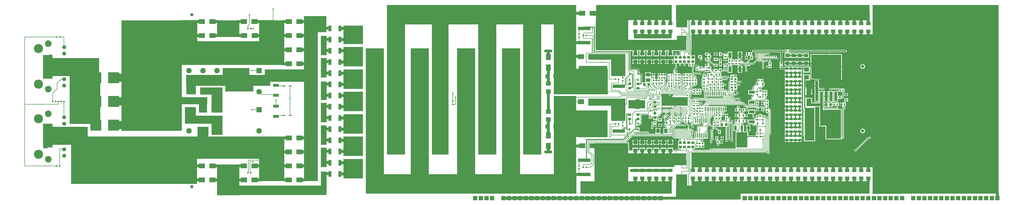
<source format=gtl>
G04*
G04 #@! TF.GenerationSoftware,Altium Limited,Altium Designer,18.1.7 (191)*
G04*
G04 Layer_Physical_Order=1*
G04 Layer_Color=255*
%FSLAX44Y44*%
%MOMM*%
G71*
G01*
G75*
%ADD10C,0.2000*%
%ADD16R,4.0000X4.0000*%
%ADD17R,0.6000X0.6000*%
%ADD18R,0.6000X0.6000*%
%ADD19R,0.5500X0.8000*%
%ADD20R,0.4500X1.0000*%
%ADD21R,2.0000X1.1000*%
%ADD22R,1.0000X0.4500*%
%ADD23R,1.2000X1.5000*%
%ADD24R,0.8000X0.8000*%
%ADD25R,0.9800X0.9300*%
%ADD26R,0.3000X1.6500*%
%ADD27R,0.8000X0.5500*%
%ADD28R,10.1600X9.5000*%
%ADD29R,4.5000X1.2500*%
%ADD30R,1.5000X1.3000*%
%ADD31R,1.1000X2.0000*%
%ADD32R,0.9000X1.7000*%
%ADD33R,3.2000X1.7000*%
%ADD34R,0.9300X0.9800*%
%ADD35R,0.2500X0.7000*%
%ADD36R,0.2500X1.8000*%
%ADD37R,0.7000X0.2500*%
%ADD38R,0.2500X1.5000*%
%ADD39R,1.8000X3.4000*%
%ADD40R,2.9000X5.4000*%
%ADD41R,1.8000X2.2000*%
%ADD42R,1.5000X1.2000*%
%ADD45R,1.8000X1.6000*%
%ADD46R,0.3000X1.4500*%
%ADD47R,2.2000X1.8000*%
%ADD48R,3.4000X1.8000*%
%ADD92R,9.3800X3.1500*%
%ADD93R,10.7000X8.6000*%
%ADD94R,1.0000X3.4000*%
%ADD95C,0.4000*%
%ADD96C,0.5000*%
%ADD97C,0.3000*%
%ADD98C,1.0000*%
%ADD99C,1.5000*%
%ADD100R,8.5000X3.0000*%
%ADD101R,12.5000X3.0000*%
%ADD102R,9.5000X3.0000*%
%ADD103R,3.5000X17.5000*%
%ADD104R,21.5000X11.5000*%
%ADD105R,16.5000X4.5000*%
%ADD106R,10.0000X3.0000*%
%ADD107R,9.5000X3.5000*%
%ADD108R,10.5000X23.5000*%
%ADD109R,6.0000X9.0000*%
%ADD110R,32.5000X4.5000*%
%ADD111R,23.0000X5.0000*%
%ADD112R,84.0000X1.0000*%
%ADD113R,1.5000X1.0000*%
%ADD114R,1.0000X2.0000*%
%ADD115R,4.0000X5.5000*%
%ADD116R,6.0000X3.0000*%
%ADD117R,8.0000X2.5000*%
%ADD118R,30.0000X4.0000*%
%ADD119R,3.5000X6.5000*%
%ADD120R,5.5000X13.0000*%
%ADD121R,35.0000X8.5000*%
%ADD122R,6.5000X13.5000*%
%ADD123R,4.0000X5.5000*%
%ADD124R,21.5000X30.0000*%
%ADD125R,12.0000X2.5000*%
%ADD126R,3.0000X4.5000*%
%ADD127R,4.0000X6.0000*%
%ADD128R,13.5000X3.0000*%
%ADD129R,28.0000X8.0000*%
%ADD130R,4.0000X6.5000*%
%ADD131R,1.0000X9.7000*%
%ADD132R,5.3000X10.3000*%
%ADD133R,3.5000X11.8000*%
%ADD134R,5.8000X1.0000*%
%ADD135R,1.0000X7.0000*%
%ADD136R,0.8000X8.0000*%
%ADD137R,1.8000X3.7000*%
%ADD138R,2.4000X1.4000*%
%ADD139R,7.5000X10.4000*%
%ADD140R,3.3000X5.7000*%
%ADD141R,25.5000X13.5000*%
%ADD142R,10.5000X10.0000*%
%ADD143R,1.0000X2.0000*%
%ADD144R,1.0000X1.9000*%
%ADD145R,15.0000X1.0000*%
%ADD146R,45.0000X67.5000*%
%ADD147R,38.5000X2.5000*%
%ADD148R,4.5000X5.8000*%
%ADD149R,7.5000X2.5000*%
%ADD150R,69.0000X5.5000*%
%ADD151R,4.0000X5.0000*%
%ADD152R,2.0000X1.0000*%
%ADD153R,5.0000X59.0000*%
%ADD154R,2.0000X1.0000*%
%ADD155R,15.0000X1.3000*%
%ADD156R,13.5000X1.5000*%
%ADD157R,8.0000X11.0000*%
%ADD158R,2.0000X7.5000*%
%ADD159R,36.0000X3.5000*%
%ADD160R,2.0000X7.0000*%
%ADD161R,2.0000X6.7000*%
%ADD162R,2.0000X7.0000*%
%ADD163R,76.0000X5.0000*%
%ADD164R,63.5000X4.5000*%
%ADD165R,58.5000X4.5000*%
%ADD166R,9.0000X4.5000*%
%ADD167R,3.5000X4.5000*%
%ADD168R,1.0000X2.5000*%
%ADD169R,13.2000X1.9000*%
%ADD170R,27.5000X4.5000*%
%ADD171R,6.0000X13.0000*%
%ADD172R,27.0000X5.5000*%
%ADD173R,6.2000X4.3000*%
%ADD174R,30.2000X3.7000*%
%ADD175R,6.5000X47.0000*%
%ADD176R,6.5000X45.5000*%
%ADD177R,1.0000X3.0000*%
%ADD178R,1.0000X3.0000*%
%ADD179R,6.0000X47.5000*%
%ADD180R,6.5000X47.0000*%
%ADD181R,7.0000X6.6000*%
%ADD182R,7.0000X7.0000*%
%ADD183R,7.0000X7.0000*%
%ADD184R,3.5000X8.5000*%
%ADD185R,11.5000X6.5000*%
%ADD186R,45.0000X17.0000*%
%ADD187R,8.0000X6.0000*%
%ADD188R,14.9000X1.0000*%
%ADD189R,13.2000X2.0000*%
%ADD190R,5.2000X7.0000*%
%ADD191R,12.7000X2.0000*%
%ADD192R,5.2000X7.5000*%
%ADD193R,12.0000X15.6000*%
%ADD194R,8.0000X30.0000*%
%ADD195R,11.0000X6.5000*%
%ADD196R,4.0000X16.0000*%
%ADD197R,4.0000X16.0000*%
%ADD198R,13.5000X1.1000*%
%ADD199R,26.0000X5.0000*%
%ADD200R,8.0000X27.5000*%
%ADD201R,19.2000X9.2000*%
%ADD202R,11.6000X13.7000*%
%ADD203R,16.7000X9.5000*%
%ADD204R,75.0000X7.0000*%
%ADD205R,67.5000X7.0000*%
%ADD206R,1.5000X1.5000*%
%ADD207R,1.9500X1.9500*%
%ADD208C,1.9500*%
%ADD209C,1.1520*%
%ADD210C,1.3980*%
%ADD211C,2.3550*%
%ADD212C,3.2500*%
%ADD213R,1.3980X1.3980*%
%ADD214C,0.4800*%
%ADD215C,1.0000*%
G36*
X2840000Y1575000D02*
X2775000D01*
Y1610000D01*
X2840000D01*
Y1575000D01*
D02*
G37*
G36*
X3200000Y1445000D02*
X3260000D01*
X3260000Y1090000D01*
X3200000D01*
Y1030000D01*
X2540000D01*
Y1082451D01*
X2805000D01*
X2805975Y1082645D01*
X2806603Y1083064D01*
X2807188Y1082188D01*
X2808478Y1081326D01*
X2809935Y1081037D01*
X2810295Y1080916D01*
X2810916Y1080295D01*
X2811037Y1079935D01*
X2811326Y1078478D01*
X2812188Y1077188D01*
X2813478Y1076326D01*
X2815000Y1076024D01*
X2816522Y1076326D01*
X2817812Y1077188D01*
X2818674Y1078478D01*
X2818976Y1080000D01*
X2818674Y1081522D01*
X2817812Y1082812D01*
X2817549Y1082987D01*
Y1090000D01*
Y1145536D01*
X2818819Y1146258D01*
X2820000Y1146024D01*
X2821522Y1146326D01*
X2822812Y1147188D01*
X2823674Y1148478D01*
X2823976Y1150000D01*
X2823674Y1151522D01*
X2822812Y1152812D01*
X2822549Y1152987D01*
Y1235000D01*
X2822355Y1235975D01*
X2821802Y1236802D01*
X2816722Y1241882D01*
X2815895Y1242435D01*
X2815540Y1242506D01*
Y1245620D01*
X2812549D01*
Y1249380D01*
X2815540D01*
Y1259540D01*
Y1270620D01*
X2807751D01*
X2807365Y1271890D01*
X2807812Y1272188D01*
X2808674Y1273478D01*
X2808976Y1275000D01*
X2808674Y1276522D01*
X2807812Y1277812D01*
X2807549Y1277987D01*
Y1284380D01*
X2810540D01*
Y1294540D01*
Y1305620D01*
X2793065D01*
X2791882Y1306802D01*
X2791056Y1307355D01*
X2790290Y1307507D01*
Y1310040D01*
X2780441D01*
X2779915Y1311310D01*
X2781056Y1312451D01*
X2790000D01*
X2790976Y1312645D01*
X2791802Y1313198D01*
X2796802Y1318198D01*
X2797355Y1319025D01*
X2797541Y1319960D01*
X2799790D01*
Y1333040D01*
X2797549D01*
Y1335080D01*
X2797355Y1336055D01*
X2796802Y1336882D01*
X2795620Y1338065D01*
Y1345540D01*
X2774380D01*
Y1337985D01*
X2773698Y1337302D01*
X2773145Y1336476D01*
X2772951Y1335500D01*
Y1333040D01*
X2770210D01*
Y1328645D01*
X2769698Y1328302D01*
X2758198Y1316802D01*
X2757645Y1315975D01*
X2757451Y1315000D01*
Y1312987D01*
X2757188Y1312812D01*
X2756326Y1311522D01*
X2756024Y1310000D01*
X2756326Y1308478D01*
X2757107Y1307310D01*
X2756967Y1306740D01*
X2756621Y1306040D01*
X2742460D01*
Y1289960D01*
X2758435D01*
X2758560Y1288690D01*
X2758478Y1288674D01*
X2757188Y1287812D01*
X2756326Y1286522D01*
X2756024Y1285000D01*
X2756085Y1284690D01*
X2753198Y1281802D01*
X2752645Y1280975D01*
X2752451Y1280000D01*
Y1270040D01*
X2742460D01*
Y1253960D01*
X2767540D01*
Y1267451D01*
X2800000D01*
X2800976Y1267645D01*
X2801802Y1268198D01*
X2803190Y1269585D01*
X2804460Y1269059D01*
Y1267442D01*
X2804025Y1267355D01*
X2803198Y1266802D01*
X2801198Y1264802D01*
X2801060Y1264596D01*
X2799790Y1264982D01*
Y1265040D01*
X2795770D01*
Y1258500D01*
Y1251960D01*
X2799181D01*
X2799790Y1251960D01*
X2800451Y1250964D01*
Y1249056D01*
X2798944Y1247549D01*
X2777896D01*
X2777218Y1248819D01*
X2777355Y1249025D01*
X2777549Y1250000D01*
Y1251960D01*
X2780790D01*
Y1265040D01*
X2770210D01*
Y1252549D01*
X2736056D01*
X2726802Y1261802D01*
X2725976Y1262355D01*
X2725000Y1262549D01*
X2719464D01*
X2718741Y1263819D01*
X2718976Y1265000D01*
X2718674Y1266522D01*
X2717812Y1267812D01*
X2716522Y1268674D01*
X2715000Y1268976D01*
X2713478Y1268674D01*
X2712188Y1267812D01*
X2712013Y1267549D01*
X2699464D01*
X2698741Y1268819D01*
X2698976Y1270000D01*
X2698741Y1271181D01*
X2699464Y1272451D01*
X2707013D01*
X2707188Y1272188D01*
X2708478Y1271326D01*
X2710000Y1271024D01*
X2711522Y1271326D01*
X2712812Y1272188D01*
X2713674Y1273478D01*
X2713976Y1275000D01*
X2713674Y1276522D01*
X2712812Y1277812D01*
X2711522Y1278674D01*
X2710000Y1278976D01*
X2708478Y1278674D01*
X2707188Y1277812D01*
X2707013Y1277549D01*
X2689464D01*
X2688741Y1278819D01*
X2688964Y1279935D01*
X2689084Y1280295D01*
X2689705Y1280916D01*
X2690065Y1281037D01*
X2691522Y1281326D01*
X2692812Y1282188D01*
X2693674Y1283478D01*
X2693976Y1285000D01*
X2693741Y1286181D01*
X2694464Y1287451D01*
X2700000D01*
X2700976Y1287645D01*
X2701802Y1288198D01*
X2704690Y1291085D01*
X2705000Y1291024D01*
X2706522Y1291326D01*
X2707812Y1292188D01*
X2708674Y1293478D01*
X2708976Y1295000D01*
X2708674Y1296522D01*
X2707812Y1297812D01*
X2706522Y1298674D01*
X2705000Y1298976D01*
X2703478Y1298674D01*
X2702188Y1297812D01*
X2701326Y1296522D01*
X2701024Y1295000D01*
X2701085Y1294690D01*
X2698944Y1292549D01*
X2694464D01*
X2693741Y1293819D01*
X2693976Y1295000D01*
X2693674Y1296522D01*
X2692812Y1297812D01*
X2692245Y1298190D01*
X2692631Y1299460D01*
X2693810D01*
Y1305000D01*
X2695080D01*
Y1306270D01*
X2700620D01*
Y1308460D01*
X2703540D01*
Y1321540D01*
X2704407Y1322451D01*
X2707013D01*
X2707188Y1322188D01*
X2708478Y1321326D01*
X2710000Y1321024D01*
X2711522Y1321326D01*
X2712812Y1322188D01*
X2713674Y1323478D01*
X2713976Y1325000D01*
X2713674Y1326522D01*
X2712812Y1327812D01*
X2711522Y1328674D01*
X2710000Y1328976D01*
X2708478Y1328674D01*
X2707188Y1327812D01*
X2707013Y1327549D01*
X2700620D01*
Y1332451D01*
X2712013D01*
X2712188Y1332188D01*
X2713478Y1331326D01*
X2715000Y1331024D01*
X2716522Y1331326D01*
X2717812Y1332188D01*
X2718674Y1333478D01*
X2718976Y1335000D01*
X2718674Y1336522D01*
X2717812Y1337812D01*
X2716522Y1338674D01*
X2715000Y1338976D01*
X2713478Y1338674D01*
X2712188Y1337812D01*
X2712013Y1337549D01*
X2704407D01*
X2703540Y1338460D01*
Y1351540D01*
X2700620D01*
Y1353730D01*
X2695080D01*
Y1355000D01*
X2693810D01*
Y1360540D01*
X2679380D01*
Y1351540D01*
X2676460D01*
Y1338460D01*
X2675593Y1337549D01*
X2675000D01*
X2674025Y1337355D01*
X2673198Y1336802D01*
X2672645Y1335975D01*
X2672451Y1335000D01*
Y1325000D01*
Y1302950D01*
X2671181Y1302424D01*
X2666802Y1306802D01*
X2665976Y1307355D01*
X2665000Y1307549D01*
X2657987D01*
X2657812Y1307812D01*
X2656522Y1308674D01*
X2656518Y1308674D01*
X2655540Y1309380D01*
X2655540Y1310065D01*
Y1313650D01*
X2650000D01*
Y1316190D01*
X2655540D01*
Y1322531D01*
X2656959D01*
X2657188Y1322188D01*
X2658478Y1321326D01*
X2660000Y1321024D01*
X2661522Y1321326D01*
X2662812Y1322188D01*
X2663674Y1323478D01*
X2663976Y1325000D01*
X2663674Y1326522D01*
X2662812Y1327812D01*
X2661522Y1328674D01*
X2660000Y1328976D01*
X2658478Y1328674D01*
X2657188Y1327812D01*
X2657066Y1327629D01*
X2655540D01*
Y1330620D01*
X2650540D01*
Y1342451D01*
X2662013D01*
X2662188Y1342188D01*
X2663478Y1341326D01*
X2665000Y1341024D01*
X2666522Y1341326D01*
X2667812Y1342188D01*
X2668674Y1343478D01*
X2668976Y1345000D01*
X2668674Y1346522D01*
X2667812Y1347812D01*
X2666522Y1348674D01*
X2665000Y1348976D01*
X2663478Y1348674D01*
X2662188Y1347812D01*
X2662013Y1347549D01*
X2650540D01*
Y1350531D01*
X2666959D01*
X2667188Y1350188D01*
X2668478Y1349326D01*
X2670000Y1349024D01*
X2671522Y1349326D01*
X2672812Y1350188D01*
X2673674Y1351478D01*
X2673976Y1353000D01*
X2673674Y1354522D01*
X2672812Y1355812D01*
X2671522Y1356674D01*
X2670000Y1356976D01*
X2668478Y1356674D01*
X2667188Y1355812D01*
X2667066Y1355629D01*
X2645620D01*
Y1365540D01*
X2642549D01*
Y1367000D01*
X2642511Y1367190D01*
X2643442Y1368460D01*
X2647790D01*
Y1372451D01*
X2668960D01*
Y1367460D01*
X2685040D01*
Y1392540D01*
X2677469D01*
Y1394460D01*
X2690620D01*
Y1397451D01*
X2694300D01*
Y1394460D01*
X2715540D01*
Y1397451D01*
X2717013D01*
X2717188Y1397188D01*
X2718478Y1396326D01*
X2720000Y1396024D01*
X2721522Y1396326D01*
X2722812Y1397188D01*
X2723674Y1398478D01*
X2723976Y1400000D01*
X2723822Y1400777D01*
X2724992Y1401403D01*
X2727251Y1399144D01*
X2727188Y1397812D01*
X2726326Y1396522D01*
X2726024Y1395000D01*
X2726326Y1393478D01*
X2727188Y1392188D01*
X2728478Y1391326D01*
X2730000Y1391024D01*
X2731181Y1391259D01*
X2732451Y1390536D01*
Y1377987D01*
X2732188Y1377812D01*
X2731326Y1376522D01*
X2731024Y1375000D01*
X2731326Y1373478D01*
X2732188Y1372188D01*
X2733478Y1371326D01*
X2735000Y1371024D01*
X2736522Y1371326D01*
X2737812Y1372188D01*
X2738674Y1373478D01*
X2738976Y1375000D01*
X2738674Y1376522D01*
X2737812Y1377812D01*
X2737549Y1377987D01*
Y1400944D01*
X2738537Y1401932D01*
X2739710Y1401446D01*
Y1391960D01*
X2750290D01*
Y1397451D01*
X2760000D01*
X2760976Y1397645D01*
X2761802Y1398198D01*
X2775008Y1411403D01*
X2776178Y1410777D01*
X2776024Y1410000D01*
X2776326Y1408478D01*
X2777188Y1407188D01*
X2778478Y1406326D01*
X2780000Y1406024D01*
X2781522Y1406326D01*
X2782812Y1407188D01*
X2782987Y1407451D01*
X2790536D01*
X2791259Y1406181D01*
X2791024Y1405000D01*
X2791326Y1403478D01*
X2792188Y1402188D01*
X2792451Y1402013D01*
Y1387987D01*
X2792188Y1387812D01*
X2791326Y1386522D01*
X2791024Y1385000D01*
X2791326Y1383478D01*
X2792188Y1382188D01*
X2793478Y1381326D01*
X2795000Y1381024D01*
X2796522Y1381326D01*
X2797812Y1382188D01*
X2798674Y1383478D01*
X2798976Y1385000D01*
X2798674Y1386522D01*
X2797812Y1387812D01*
X2797549Y1387987D01*
Y1402013D01*
X2797812Y1402188D01*
X2798674Y1403478D01*
X2798976Y1405000D01*
X2798741Y1406181D01*
X2799464Y1407451D01*
X2807013D01*
X2807188Y1407188D01*
X2808478Y1406326D01*
X2810000Y1406024D01*
X2811522Y1406326D01*
X2812812Y1407188D01*
X2813674Y1408478D01*
X2813976Y1410000D01*
X2813674Y1411522D01*
X2812812Y1412812D01*
X2811522Y1413674D01*
X2810000Y1413976D01*
X2808478Y1413674D01*
X2807188Y1412812D01*
X2807013Y1412549D01*
X2794464D01*
X2793741Y1413819D01*
X2793976Y1415000D01*
X2793741Y1416181D01*
X2794464Y1417451D01*
X2842013D01*
X2842188Y1417188D01*
X2843478Y1416326D01*
X2845000Y1416024D01*
X2846522Y1416326D01*
X2847812Y1417188D01*
X2848674Y1418478D01*
X2848976Y1420000D01*
X2848674Y1421522D01*
X2847812Y1422812D01*
X2846522Y1423674D01*
X2845065Y1423963D01*
X2844705Y1424084D01*
X2844084Y1424705D01*
X2843964Y1425065D01*
X2843674Y1426522D01*
X2842812Y1427812D01*
X2841522Y1428674D01*
X2840000Y1428976D01*
X2838478Y1428674D01*
X2837188Y1427812D01*
X2837013Y1427549D01*
X2804464D01*
X2803741Y1428819D01*
X2803976Y1430000D01*
X2803741Y1431181D01*
X2804464Y1432451D01*
X2812013D01*
X2812188Y1432188D01*
X2813478Y1431326D01*
X2815000Y1431024D01*
X2816522Y1431326D01*
X2817812Y1432188D01*
X2818674Y1433478D01*
X2818976Y1435000D01*
X2818674Y1436522D01*
X2817812Y1437812D01*
X2816522Y1438674D01*
X2815000Y1438976D01*
X2813478Y1438674D01*
X2812188Y1437812D01*
X2812013Y1437549D01*
X2772987D01*
X2772812Y1437812D01*
X2771522Y1438674D01*
X2770000Y1438976D01*
X2768478Y1438674D01*
X2767188Y1437812D01*
X2766326Y1436522D01*
X2766024Y1435000D01*
X2766326Y1433478D01*
X2767188Y1432188D01*
X2768478Y1431326D01*
X2769935Y1431037D01*
X2770184Y1430954D01*
X2770774Y1429774D01*
X2770265Y1429074D01*
X2769935Y1428963D01*
X2768478Y1428674D01*
X2767188Y1427812D01*
X2766326Y1426522D01*
X2766024Y1425000D01*
X2766326Y1423478D01*
X2767188Y1422188D01*
X2768478Y1421326D01*
X2769935Y1421037D01*
X2770295Y1420916D01*
X2770916Y1420295D01*
X2771037Y1419935D01*
X2771326Y1418478D01*
X2772188Y1417188D01*
X2772192Y1417186D01*
X2772317Y1415922D01*
X2758944Y1402549D01*
X2750290D01*
Y1405040D01*
X2743304D01*
X2742818Y1406213D01*
X2751565Y1414960D01*
X2759790D01*
Y1428040D01*
X2757549D01*
Y1430000D01*
X2757355Y1430975D01*
X2756802Y1431802D01*
X2755620Y1432985D01*
Y1435000D01*
Y1440540D01*
X2741190D01*
Y1435000D01*
Y1429460D01*
X2750775D01*
X2750876Y1429310D01*
X2750200Y1428040D01*
X2749210D01*
Y1419815D01*
X2733198Y1403802D01*
X2732645Y1402975D01*
X2732609Y1402792D01*
X2731230Y1402374D01*
X2721802Y1411802D01*
X2720976Y1412355D01*
X2720000Y1412549D01*
X2715620D01*
Y1415540D01*
X2694380D01*
Y1412549D01*
X2690620D01*
Y1415540D01*
X2677469D01*
Y1417460D01*
X2685040D01*
Y1435000D01*
Y1442540D01*
X2668960D01*
Y1436549D01*
X2647790D01*
Y1441540D01*
X2638210D01*
Y1435000D01*
Y1426460D01*
X2647790D01*
Y1431451D01*
X2653534D01*
X2654460Y1430620D01*
Y1419540D01*
Y1416190D01*
X2660000D01*
X2665540D01*
Y1422451D01*
X2668960D01*
Y1417460D01*
X2672371D01*
Y1415540D01*
X2669380D01*
Y1402549D01*
X2665000D01*
X2664025Y1402355D01*
X2663198Y1401802D01*
X2662015Y1400620D01*
X2654460D01*
Y1389540D01*
Y1386190D01*
X2660000D01*
X2665540D01*
Y1389540D01*
Y1396935D01*
X2666056Y1397451D01*
X2669380D01*
Y1394460D01*
X2672371D01*
Y1392540D01*
X2668960D01*
Y1377549D01*
X2647790D01*
Y1383540D01*
X2638210D01*
Y1377549D01*
X2633040D01*
Y1380790D01*
X2619960D01*
Y1376565D01*
X2618690Y1376440D01*
X2618674Y1376522D01*
X2617812Y1377812D01*
X2616522Y1378674D01*
X2615000Y1378976D01*
X2614690Y1378915D01*
X2610040Y1383565D01*
Y1390290D01*
X2606049D01*
Y1401500D01*
X2605855Y1402475D01*
X2605302Y1403302D01*
X2599568Y1409037D01*
X2600054Y1410210D01*
X2601040D01*
Y1419710D01*
X2602451D01*
Y1410000D01*
X2602645Y1409025D01*
X2603198Y1408198D01*
X2618198Y1393198D01*
X2619025Y1392645D01*
X2619960Y1392459D01*
Y1389210D01*
X2633040D01*
Y1399790D01*
X2619960D01*
Y1399790D01*
X2619150Y1399455D01*
X2607549Y1411056D01*
Y1419710D01*
X2610040D01*
Y1430290D01*
X2607549D01*
Y1435000D01*
Y1435000D01*
X2607355Y1435975D01*
X2606802Y1436802D01*
X2605976Y1437355D01*
X2605000Y1437549D01*
X2601040D01*
Y1439790D01*
X2587960D01*
Y1435000D01*
Y1429210D01*
X2596960D01*
Y1420790D01*
X2587960D01*
Y1410210D01*
X2592451D01*
Y1410000D01*
X2592645Y1409025D01*
X2593198Y1408198D01*
X2600335Y1401060D01*
X2599809Y1399790D01*
X2595770D01*
Y1394500D01*
X2594500D01*
Y1393230D01*
X2587960D01*
Y1389240D01*
X2587061Y1388313D01*
X2586522Y1388674D01*
X2585000Y1388976D01*
X2583478Y1388674D01*
X2582188Y1387812D01*
X2582013Y1387549D01*
X2578040D01*
Y1390290D01*
X2565540D01*
Y1395620D01*
X2561270D01*
Y1390080D01*
X2560000D01*
Y1388810D01*
X2554460D01*
Y1384540D01*
Y1374380D01*
X2562015D01*
X2562697Y1373698D01*
X2563524Y1373145D01*
X2564500Y1372951D01*
X2587960D01*
Y1370210D01*
X2601040D01*
Y1372951D01*
X2603444D01*
X2607451Y1368944D01*
Y1365540D01*
X2594380D01*
Y1357549D01*
X2590540D01*
Y1360620D01*
X2587549D01*
Y1362013D01*
X2587812Y1362188D01*
X2588674Y1363478D01*
X2588976Y1365000D01*
X2588674Y1366522D01*
X2587812Y1367812D01*
X2586522Y1368674D01*
X2585000Y1368976D01*
X2583478Y1368674D01*
X2582188Y1367812D01*
X2581326Y1366522D01*
X2581024Y1365000D01*
X2581326Y1363478D01*
X2582188Y1362188D01*
X2582451Y1362013D01*
Y1360620D01*
X2579460D01*
Y1347549D01*
X2578000D01*
X2577025Y1347355D01*
X2576198Y1346802D01*
X2575645Y1345975D01*
X2575451Y1345000D01*
Y1320000D01*
X2575645Y1319025D01*
X2576198Y1318198D01*
X2577025Y1317645D01*
X2578000Y1317451D01*
X2579460D01*
Y1315540D01*
X2579380D01*
Y1304460D01*
X2582559D01*
X2582645Y1304025D01*
X2583198Y1303198D01*
X2585210Y1301185D01*
Y1282710D01*
X2585210D01*
X2586111Y1281440D01*
X2586024Y1281000D01*
X2586326Y1279478D01*
X2586767Y1278819D01*
X2586088Y1277549D01*
X2570056D01*
X2569803Y1277802D01*
X2568976Y1278355D01*
X2568000Y1278549D01*
X2549000D01*
X2548024Y1278355D01*
X2547198Y1277802D01*
X2547144Y1277749D01*
X2546000Y1277976D01*
X2544478Y1277674D01*
X2543188Y1276812D01*
X2542326Y1275522D01*
X2542024Y1274000D01*
X2542326Y1272478D01*
X2543188Y1271188D01*
X2543827Y1270761D01*
X2543856Y1270003D01*
X2543000Y1268976D01*
X2541478Y1268674D01*
X2541310Y1268561D01*
X2541092Y1268587D01*
X2540040Y1269240D01*
Y1273710D01*
Y1276291D01*
X2534000D01*
Y1278770D01*
X2540040D01*
Y1281230D01*
X2534000D01*
Y1283770D01*
X2540040D01*
Y1286230D01*
X2534000D01*
Y1288710D01*
X2540040D01*
Y1294818D01*
X2541258Y1295157D01*
X2542025Y1294645D01*
X2543000Y1294451D01*
X2544380D01*
Y1289460D01*
X2564460D01*
Y1289380D01*
X2568730D01*
Y1294920D01*
X2570000D01*
Y1296190D01*
X2575540D01*
Y1299540D01*
Y1310620D01*
X2564460D01*
Y1310540D01*
X2561350D01*
Y1305000D01*
X2558810D01*
Y1310540D01*
X2544380D01*
Y1310540D01*
X2543110Y1310365D01*
X2542812Y1310812D01*
X2541853Y1311452D01*
X2541483Y1312878D01*
X2548056Y1319451D01*
X2552000D01*
X2552975Y1319645D01*
X2553802Y1320198D01*
X2556802Y1323198D01*
X2557355Y1324025D01*
X2557426Y1324380D01*
X2560540D01*
Y1334540D01*
Y1345620D01*
X2557549D01*
Y1355000D01*
X2557355Y1355975D01*
X2556802Y1356802D01*
X2555975Y1357355D01*
X2555000Y1357549D01*
X2552987D01*
X2552812Y1357812D01*
X2551522Y1358674D01*
X2550000Y1358976D01*
X2548819Y1358741D01*
X2547708Y1359373D01*
Y1360627D01*
X2548819Y1361259D01*
X2550000Y1361024D01*
X2551522Y1361326D01*
X2552812Y1362188D01*
X2552987Y1362451D01*
X2569013D01*
X2569188Y1362188D01*
X2570478Y1361326D01*
X2572000Y1361024D01*
X2573522Y1361326D01*
X2574812Y1362188D01*
X2575674Y1363478D01*
X2575976Y1365000D01*
X2575674Y1366522D01*
X2574812Y1367812D01*
X2573522Y1368674D01*
X2572000Y1368976D01*
X2570478Y1368674D01*
X2569188Y1367812D01*
X2569013Y1367549D01*
X2552987D01*
X2552812Y1367812D01*
X2551522Y1368674D01*
X2550000Y1368976D01*
X2548819Y1368741D01*
X2547549Y1369464D01*
Y1389460D01*
X2550620D01*
Y1400110D01*
X2552440D01*
Y1414490D01*
X2552440D01*
Y1415510D01*
X2552440D01*
Y1421430D01*
X2545000D01*
Y1422700D01*
X2543730D01*
Y1429890D01*
X2539639D01*
X2539549Y1430000D01*
Y1445000D01*
X2540000Y1445000D01*
Y1500000D01*
X3200000D01*
Y1445000D01*
D02*
G37*
G36*
X2332410Y1445000D02*
Y1443542D01*
X2329994D01*
Y1426462D01*
X2350074D01*
Y1443542D01*
X2347590D01*
Y1445000D01*
X2357410D01*
Y1443494D01*
X2354960D01*
Y1426414D01*
X2375040D01*
Y1443494D01*
X2372590D01*
Y1445000D01*
X2382410D01*
Y1443494D01*
X2379960D01*
Y1426414D01*
X2400040D01*
Y1443494D01*
X2397590D01*
Y1445000D01*
X2407410D01*
Y1443494D01*
X2404960D01*
Y1426414D01*
X2425040D01*
Y1443494D01*
X2422590D01*
Y1445000D01*
X2432410D01*
Y1443494D01*
X2429960D01*
Y1426414D01*
X2450040D01*
Y1443494D01*
X2447590D01*
Y1445000D01*
X2457410D01*
Y1443494D01*
X2454960D01*
Y1426414D01*
X2475040D01*
Y1443494D01*
X2472590D01*
Y1445000D01*
X2497451D01*
X2497451Y1445000D01*
Y1430788D01*
X2496553Y1429890D01*
X2492560Y1429890D01*
X2491290Y1429890D01*
X2487549D01*
Y1432013D01*
X2487812Y1432188D01*
X2488674Y1433478D01*
X2488976Y1435000D01*
X2488674Y1436522D01*
X2487812Y1437812D01*
X2486522Y1438674D01*
X2485000Y1438976D01*
X2483478Y1438674D01*
X2482188Y1437812D01*
X2481326Y1436522D01*
X2481024Y1435000D01*
X2481326Y1433478D01*
X2482188Y1432188D01*
X2482451Y1432013D01*
Y1429890D01*
X2477560D01*
Y1415760D01*
X2477560Y1415510D01*
Y1414490D01*
X2477560Y1414240D01*
Y1400110D01*
X2482451D01*
Y1386056D01*
X2475698Y1379302D01*
X2475145Y1378475D01*
X2474951Y1377500D01*
Y1364000D01*
X2455000D01*
Y1345620D01*
X2454460D01*
Y1332631D01*
X2453190Y1332246D01*
X2452812Y1332812D01*
X2451522Y1333674D01*
X2450000Y1333976D01*
X2448819Y1333741D01*
X2447549Y1334464D01*
Y1344380D01*
X2450540D01*
Y1354540D01*
Y1358810D01*
X2445000D01*
Y1360080D01*
X2443730D01*
Y1365620D01*
X2436270D01*
Y1360080D01*
X2433730D01*
Y1365620D01*
X2426270D01*
Y1360080D01*
X2425000D01*
Y1358810D01*
X2419460D01*
Y1354540D01*
Y1345620D01*
X2416270D01*
Y1340080D01*
X2413730D01*
Y1345620D01*
X2410540D01*
Y1354540D01*
Y1358810D01*
X2405000D01*
X2399460D01*
Y1352549D01*
X2397000D01*
X2396310Y1352412D01*
X2395387Y1352918D01*
X2395040Y1353224D01*
Y1359230D01*
X2374960D01*
Y1351460D01*
X2374960Y1351460D01*
Y1350540D01*
X2374960D01*
X2374960Y1350190D01*
Y1332460D01*
X2373698Y1332440D01*
X2365110D01*
X2364059Y1332969D01*
Y1363000D01*
X2363826Y1364171D01*
X2363163Y1365163D01*
X2362171Y1365826D01*
X2361000Y1366059D01*
X2354790D01*
Y1371540D01*
X2353059D01*
Y1380000D01*
X2352826Y1381171D01*
X2352163Y1382163D01*
X2351171Y1382826D01*
X2350000Y1383059D01*
X2323059D01*
Y1443000D01*
X2322914Y1443730D01*
X2323683Y1445000D01*
X2332410D01*
D02*
G37*
G36*
X2527451Y1400000D02*
X2527645Y1399025D01*
X2528198Y1398198D01*
X2529380Y1397015D01*
Y1389460D01*
X2542451D01*
Y1362629D01*
X2540540D01*
Y1365620D01*
X2516270D01*
Y1360080D01*
X2515000D01*
Y1358810D01*
X2509460D01*
Y1352618D01*
X2508738Y1352253D01*
X2507549Y1353030D01*
Y1359000D01*
X2507355Y1359975D01*
X2506802Y1360802D01*
X2505975Y1361355D01*
X2505000Y1361549D01*
X2500540D01*
Y1365620D01*
X2490540D01*
Y1368810D01*
X2485000D01*
Y1370080D01*
X2483730D01*
Y1375620D01*
X2481021D01*
X2480495Y1376890D01*
X2486802Y1383198D01*
X2487355Y1384025D01*
X2487549Y1385000D01*
Y1399212D01*
X2488447Y1400110D01*
X2492440Y1400110D01*
X2493710Y1400110D01*
X2497451D01*
Y1397987D01*
X2497188Y1397812D01*
X2496326Y1396522D01*
X2496024Y1395000D01*
X2496326Y1393478D01*
X2497188Y1392188D01*
X2498478Y1391326D01*
X2500000Y1391024D01*
X2501522Y1391326D01*
X2502812Y1392188D01*
X2503674Y1393478D01*
X2503976Y1395000D01*
X2503674Y1396522D01*
X2502812Y1397812D01*
X2502549Y1397987D01*
Y1399212D01*
X2503447Y1400110D01*
X2507440Y1400110D01*
X2508710Y1400110D01*
X2512451D01*
Y1397987D01*
X2512188Y1397812D01*
X2511326Y1396522D01*
X2511024Y1395000D01*
X2511326Y1393478D01*
X2512188Y1392188D01*
X2513478Y1391326D01*
X2515000Y1391024D01*
X2516522Y1391326D01*
X2517812Y1392188D01*
X2518674Y1393478D01*
X2518976Y1395000D01*
X2518674Y1396522D01*
X2517812Y1397812D01*
X2517549Y1397987D01*
Y1399212D01*
X2518447Y1400110D01*
X2522440Y1400110D01*
X2523710Y1400110D01*
X2527451D01*
Y1400000D01*
D02*
G37*
G36*
X2473710Y1283290D02*
X2471400D01*
Y1279000D01*
X2433049D01*
Y1283290D01*
X2432040D01*
Y1292960D01*
X2458208D01*
X2459161Y1291690D01*
X2459024Y1291000D01*
X2459326Y1289478D01*
X2460188Y1288188D01*
X2461478Y1287326D01*
X2463000Y1287024D01*
X2464522Y1287326D01*
X2465812Y1288188D01*
X2466674Y1289478D01*
X2466976Y1291000D01*
X2466839Y1291690D01*
X2467792Y1292960D01*
X2473710D01*
Y1283290D01*
D02*
G37*
G36*
X2649020Y1282710D02*
X2651451D01*
Y1281000D01*
X2651645Y1280025D01*
X2652198Y1279198D01*
X2652576Y1278819D01*
X2652050Y1277549D01*
X2593912D01*
X2593233Y1278819D01*
X2593674Y1279478D01*
X2593976Y1281000D01*
X2593889Y1281440D01*
X2594931Y1282710D01*
X2646480D01*
Y1292500D01*
X2649020D01*
Y1282710D01*
D02*
G37*
G36*
X2567000Y1267451D02*
X2592050D01*
X2592576Y1266181D01*
X2578944Y1252549D01*
X2576987D01*
X2576812Y1252812D01*
X2575522Y1253674D01*
X2574000Y1253976D01*
X2572478Y1253674D01*
X2571293Y1252881D01*
X2570890Y1252732D01*
X2570110D01*
X2569707Y1252881D01*
X2568522Y1253674D01*
X2567000Y1253976D01*
X2566770Y1253931D01*
X2566476Y1255145D01*
X2567303Y1255698D01*
X2567303Y1255698D01*
X2569056Y1257451D01*
X2572013D01*
X2572188Y1257188D01*
X2573478Y1256326D01*
X2575000Y1256024D01*
X2576522Y1256326D01*
X2577812Y1257188D01*
X2578674Y1258478D01*
X2578976Y1260000D01*
X2578674Y1261522D01*
X2577812Y1262812D01*
X2576522Y1263674D01*
X2575000Y1263976D01*
X2573478Y1263674D01*
X2572188Y1262812D01*
X2572013Y1262549D01*
X2568000D01*
X2567025Y1262355D01*
X2566890Y1262265D01*
X2565620Y1262944D01*
Y1263730D01*
X2560080D01*
Y1266270D01*
X2565620D01*
Y1266504D01*
X2565681Y1266623D01*
X2566890Y1267473D01*
X2567000Y1267451D01*
D02*
G37*
G36*
X2467188Y1242188D02*
X2468478Y1241326D01*
X2470000Y1241024D01*
X2471522Y1241326D01*
X2472440Y1241940D01*
X2473622Y1241457D01*
X2473710Y1241377D01*
Y1237040D01*
X2463710D01*
Y1224960D01*
X2465066D01*
Y1216672D01*
X2463198Y1214803D01*
X2462645Y1213976D01*
X2462451Y1213001D01*
Y1210620D01*
X2459460D01*
Y1207506D01*
X2459105Y1207435D01*
X2458278Y1206882D01*
X2458198Y1206802D01*
X2458198Y1206802D01*
X2455310Y1203915D01*
X2455000Y1203976D01*
X2453478Y1203674D01*
X2452188Y1202812D01*
X2451326Y1201522D01*
X2451024Y1200000D01*
X2451326Y1198478D01*
X2452188Y1197188D01*
X2453129Y1196560D01*
X2452744Y1195290D01*
X2448315D01*
X2447549Y1196056D01*
Y1203944D01*
X2454690Y1211085D01*
X2455000Y1211024D01*
X2456522Y1211326D01*
X2457812Y1212188D01*
X2458674Y1213478D01*
X2458976Y1215000D01*
X2458674Y1216522D01*
X2457812Y1217812D01*
X2456522Y1218674D01*
X2455065Y1218963D01*
X2454705Y1219083D01*
X2454084Y1219705D01*
X2453963Y1220065D01*
X2453674Y1221522D01*
X2452812Y1222812D01*
X2451522Y1223674D01*
X2451440Y1223690D01*
X2451565Y1224960D01*
X2461290D01*
Y1237040D01*
X2438710D01*
Y1224960D01*
X2448435D01*
X2448560Y1223690D01*
X2448478Y1223674D01*
X2447188Y1222812D01*
X2446326Y1221522D01*
X2446024Y1220000D01*
X2446085Y1219690D01*
X2440310Y1213915D01*
X2440000Y1213976D01*
X2438478Y1213674D01*
X2437188Y1212812D01*
X2436326Y1211522D01*
X2436024Y1210000D01*
X2436326Y1208478D01*
X2437188Y1207188D01*
X2438478Y1206326D01*
X2440000Y1206024D01*
X2441460Y1206314D01*
X2441780Y1206114D01*
X2442547Y1205484D01*
X2442451Y1205000D01*
Y1195000D01*
X2442645Y1194025D01*
X2443198Y1193198D01*
X2444960Y1191435D01*
Y1184710D01*
X2444098Y1183797D01*
X2443478Y1183674D01*
X2442188Y1182812D01*
X2441326Y1181522D01*
X2441024Y1180000D01*
X2441326Y1178478D01*
X2442188Y1177188D01*
X2443478Y1176326D01*
X2445000Y1176024D01*
X2445310Y1176085D01*
X2447451Y1173944D01*
Y1170040D01*
X2440414D01*
Y1149960D01*
X2439314Y1149549D01*
X2430686D01*
X2429586Y1149960D01*
X2429586Y1150819D01*
Y1158730D01*
X2412506D01*
Y1150819D01*
X2412506Y1149960D01*
X2411406Y1149549D01*
X2338644D01*
X2338259Y1150819D01*
X2338812Y1151188D01*
X2339655Y1152451D01*
X2382013D01*
X2382188Y1152188D01*
X2383478Y1151326D01*
X2385000Y1151024D01*
X2386522Y1151326D01*
X2387812Y1152188D01*
X2388674Y1153478D01*
X2388976Y1155000D01*
X2388674Y1156522D01*
X2387812Y1157812D01*
X2386522Y1158674D01*
X2385000Y1158976D01*
X2383478Y1158674D01*
X2382188Y1157812D01*
X2382013Y1157549D01*
X2354790D01*
Y1171540D01*
X2345210D01*
X2345059Y1172747D01*
Y1177253D01*
X2345210Y1178460D01*
X2354790D01*
Y1182451D01*
X2360000D01*
X2360975Y1182645D01*
X2361802Y1183198D01*
X2362355Y1184025D01*
X2362549Y1185000D01*
Y1217451D01*
X2387000D01*
X2388210Y1216397D01*
Y1203460D01*
X2397790D01*
Y1207451D01*
X2402560D01*
Y1200110D01*
X2414846D01*
X2415332Y1198937D01*
X2412015Y1195620D01*
X2404460D01*
Y1192629D01*
X2400080D01*
X2399104Y1192435D01*
X2398278Y1191882D01*
X2398198Y1191802D01*
X2397645Y1190975D01*
X2397451Y1190000D01*
Y1172987D01*
X2397188Y1172812D01*
X2396326Y1171522D01*
X2396024Y1170000D01*
X2396326Y1168478D01*
X2397188Y1167188D01*
X2398478Y1166326D01*
X2400000Y1166024D01*
X2401522Y1166326D01*
X2402812Y1167188D01*
X2403674Y1168478D01*
X2403976Y1170000D01*
X2403674Y1171522D01*
X2402812Y1172812D01*
X2402549Y1172987D01*
Y1187531D01*
X2404460D01*
Y1181190D01*
X2415540D01*
Y1184540D01*
Y1191935D01*
X2420690Y1197085D01*
X2421960Y1196568D01*
Y1194210D01*
X2435040D01*
Y1204790D01*
X2421960D01*
Y1202549D01*
X2420000D01*
X2419025Y1202355D01*
X2418710Y1202145D01*
X2417440Y1202780D01*
Y1207451D01*
X2420000D01*
X2420975Y1207645D01*
X2421802Y1208198D01*
X2434302Y1220698D01*
X2434855Y1221525D01*
X2435049Y1222500D01*
Y1224960D01*
X2436290D01*
Y1237040D01*
X2432040D01*
Y1240760D01*
X2433310Y1241439D01*
X2433478Y1241326D01*
X2435000Y1241024D01*
X2436522Y1241326D01*
X2437812Y1242188D01*
X2437987Y1242451D01*
X2467013D01*
X2467188Y1242188D01*
D02*
G37*
G36*
X2481270Y1246710D02*
X2503710D01*
Y1224960D01*
X2503710D01*
X2504460Y1224046D01*
X2504451Y1224000D01*
Y1216056D01*
X2501198Y1212802D01*
X2500645Y1211975D01*
X2500451Y1211000D01*
Y1210620D01*
X2497694D01*
X2497646Y1210656D01*
X2497555Y1210839D01*
X2498263Y1212275D01*
X2498522Y1212326D01*
X2499812Y1213188D01*
X2500674Y1214478D01*
X2500976Y1216000D01*
X2500674Y1217522D01*
X2500503Y1217777D01*
X2500338Y1224050D01*
X2501224Y1224960D01*
X2501290D01*
Y1245040D01*
X2483710D01*
Y1224960D01*
X2483710D01*
X2484460Y1224046D01*
X2484451Y1224000D01*
Y1217987D01*
X2484188Y1217812D01*
X2483326Y1216522D01*
X2483024Y1215000D01*
X2483326Y1213478D01*
X2484188Y1212188D01*
X2483868Y1210932D01*
X2483690Y1210763D01*
X2483232Y1210620D01*
X2480049D01*
Y1224960D01*
X2481290D01*
Y1245040D01*
X2475204D01*
X2475014Y1245440D01*
X2475819Y1246710D01*
X2478730D01*
Y1265000D01*
X2481270D01*
Y1246710D01*
D02*
G37*
G36*
X2733198Y1243198D02*
X2734025Y1242645D01*
X2735000Y1242451D01*
X2770210D01*
Y1237770D01*
X2775500D01*
X2780790D01*
Y1242451D01*
X2789210D01*
Y1229960D01*
X2799790D01*
Y1242451D01*
X2800000D01*
X2800976Y1242645D01*
X2801802Y1243198D01*
X2803190Y1244585D01*
X2804460Y1244059D01*
Y1234540D01*
Y1224380D01*
X2811996D01*
X2812451Y1223932D01*
Y1209464D01*
X2811181Y1208742D01*
X2810065Y1208963D01*
X2809705Y1209083D01*
X2809084Y1209705D01*
X2808963Y1210065D01*
X2808674Y1211522D01*
X2807812Y1212812D01*
X2806522Y1213674D01*
X2805000Y1213976D01*
X2803478Y1213674D01*
X2802188Y1212812D01*
X2802066Y1212629D01*
X2800540D01*
Y1215620D01*
X2790290D01*
Y1220040D01*
X2779710D01*
Y1217491D01*
X2779024Y1217355D01*
X2778198Y1216802D01*
X2777015Y1215620D01*
X2769460D01*
Y1205941D01*
X2768190Y1205415D01*
X2762549Y1211056D01*
Y1219960D01*
X2767540D01*
Y1236040D01*
X2742460D01*
Y1219960D01*
X2757451D01*
Y1210000D01*
X2757645Y1209025D01*
X2758198Y1208198D01*
X2765182Y1201213D01*
X2764696Y1200040D01*
X2742460D01*
Y1183960D01*
X2757451D01*
Y1180000D01*
X2757645Y1179025D01*
X2758198Y1178198D01*
X2759025Y1177645D01*
X2760000Y1177451D01*
X2772371D01*
Y1175000D01*
Y1155540D01*
X2769380D01*
Y1143059D01*
X2742590D01*
Y1155000D01*
X2742393Y1155991D01*
X2741831Y1156831D01*
X2740991Y1157393D01*
X2740000Y1157590D01*
X2723569D01*
Y1159460D01*
X2727040D01*
Y1181540D01*
X2722549D01*
Y1183944D01*
X2726802Y1188198D01*
X2727355Y1189025D01*
X2727442Y1189460D01*
X2733810D01*
Y1195000D01*
Y1200540D01*
X2727469D01*
Y1209460D01*
X2733810D01*
Y1215000D01*
Y1220540D01*
X2727469D01*
Y1224598D01*
X2727549Y1225000D01*
X2727469Y1225402D01*
Y1229460D01*
X2733810D01*
Y1235000D01*
X2735080D01*
D01*
X2733810D01*
Y1240540D01*
X2719380D01*
Y1229460D01*
X2722371D01*
Y1227549D01*
X2712629D01*
Y1229460D01*
X2715620D01*
Y1240540D01*
X2712629D01*
Y1244920D01*
X2712435Y1245895D01*
X2711882Y1246722D01*
X2711802Y1246802D01*
X2710976Y1247355D01*
X2710000Y1247549D01*
X2707987D01*
X2707812Y1247812D01*
X2706522Y1248674D01*
X2705000Y1248976D01*
X2703478Y1248674D01*
X2702188Y1247812D01*
X2701326Y1246522D01*
X2701024Y1245000D01*
X2701326Y1243478D01*
X2702188Y1242188D01*
X2702755Y1241810D01*
X2702369Y1240540D01*
X2701190D01*
Y1235000D01*
Y1229460D01*
X2707531D01*
Y1220540D01*
X2701190D01*
Y1215000D01*
Y1209460D01*
X2707531D01*
Y1205402D01*
X2707451Y1205000D01*
X2707531Y1204598D01*
Y1200540D01*
X2701190D01*
Y1195000D01*
X2699920D01*
Y1193730D01*
X2694380D01*
Y1190049D01*
X2694380Y1189460D01*
X2693445Y1188651D01*
X2692188Y1187812D01*
X2691326Y1186522D01*
X2691024Y1185000D01*
X2691326Y1183478D01*
X2691773Y1182810D01*
X2691094Y1181540D01*
X2689960D01*
Y1159460D01*
X2700130D01*
X2700475Y1158860D01*
X2700209Y1158149D01*
X2699774Y1157545D01*
X2699009Y1157393D01*
X2698169Y1156831D01*
X2697607Y1155991D01*
X2697410Y1155000D01*
Y1100000D01*
X2697607Y1099009D01*
X2697734Y1098819D01*
X2697055Y1097549D01*
X2612987D01*
X2612812Y1097812D01*
X2611522Y1098674D01*
X2610000Y1098976D01*
X2608478Y1098674D01*
X2607188Y1097812D01*
X2606326Y1096522D01*
X2606024Y1095000D01*
X2606259Y1093819D01*
X2605536Y1092549D01*
X2547549D01*
Y1095110D01*
X2552440D01*
Y1107216D01*
X2553613Y1107702D01*
X2554460Y1106855D01*
Y1099380D01*
X2568730D01*
Y1104920D01*
X2571270D01*
Y1099380D01*
X2578730D01*
Y1104920D01*
X2580000D01*
Y1106190D01*
X2585540D01*
Y1109540D01*
Y1120620D01*
X2582426D01*
X2582355Y1120975D01*
X2581802Y1121802D01*
X2579435Y1124170D01*
X2579504Y1125716D01*
X2579705Y1125917D01*
X2580065Y1126037D01*
X2581522Y1126326D01*
X2582812Y1127188D01*
X2583674Y1128478D01*
X2583976Y1130000D01*
X2583864Y1130568D01*
X2584049Y1131500D01*
Y1132460D01*
X2598540D01*
Y1154040D01*
X2597549D01*
Y1169999D01*
X2597549Y1170000D01*
Y1173944D01*
X2605008Y1181403D01*
X2606178Y1180777D01*
X2606024Y1180000D01*
X2606326Y1178478D01*
X2607188Y1177188D01*
X2608478Y1176326D01*
X2610000Y1176024D01*
X2610310Y1176085D01*
X2616403Y1169992D01*
X2615777Y1168822D01*
X2615000Y1168976D01*
X2613478Y1168674D01*
X2612188Y1167812D01*
X2611326Y1166522D01*
X2611037Y1165065D01*
X2610916Y1164705D01*
X2610295Y1164083D01*
X2609935Y1163963D01*
X2608478Y1163674D01*
X2607188Y1162812D01*
X2606326Y1161522D01*
X2606024Y1160000D01*
X2606326Y1158478D01*
X2607188Y1157188D01*
X2607451Y1157013D01*
Y1122987D01*
X2607188Y1122812D01*
X2606326Y1121522D01*
X2606024Y1120000D01*
X2606326Y1118478D01*
X2607188Y1117188D01*
X2608478Y1116326D01*
X2610000Y1116024D01*
X2611522Y1116326D01*
X2612812Y1117188D01*
X2613674Y1118478D01*
X2613976Y1120000D01*
X2613674Y1121522D01*
X2612812Y1122812D01*
X2612549Y1122987D01*
Y1125536D01*
X2613819Y1126258D01*
X2615000Y1126024D01*
X2616522Y1126326D01*
X2617812Y1127188D01*
X2618674Y1128478D01*
X2618976Y1130000D01*
X2618674Y1131522D01*
X2617812Y1132812D01*
X2617549Y1132987D01*
Y1162013D01*
X2617812Y1162188D01*
X2618674Y1163478D01*
X2618976Y1165000D01*
X2618686Y1166460D01*
X2618812Y1166750D01*
X2619516Y1167547D01*
X2620000Y1167451D01*
X2625444D01*
X2634710Y1158185D01*
Y1149960D01*
X2645290D01*
Y1163040D01*
X2637065D01*
X2628303Y1171802D01*
X2627476Y1172355D01*
X2626500Y1172549D01*
X2621400D01*
X2620963Y1173110D01*
X2621584Y1174380D01*
X2627540D01*
Y1177451D01*
X2629460D01*
Y1174380D01*
X2639915D01*
X2640540Y1174380D01*
Y1174380D01*
X2641110Y1174560D01*
X2641110Y1174560D01*
X2655240D01*
X2655490Y1174560D01*
X2656510D01*
X2656760Y1174560D01*
X2662519D01*
X2662904Y1173290D01*
X2662188Y1172812D01*
X2661326Y1171522D01*
X2661024Y1170000D01*
X2661326Y1168478D01*
X2662188Y1167188D01*
X2662451Y1167013D01*
Y1127987D01*
X2662188Y1127812D01*
X2661326Y1126522D01*
X2661024Y1125000D01*
X2661326Y1123478D01*
X2662188Y1122188D01*
X2663478Y1121326D01*
X2665000Y1121024D01*
X2666522Y1121326D01*
X2667812Y1122188D01*
X2668674Y1123478D01*
X2668976Y1125000D01*
X2668674Y1126522D01*
X2667812Y1127812D01*
X2667549Y1127987D01*
Y1167013D01*
X2667812Y1167188D01*
X2668674Y1168478D01*
X2668976Y1170000D01*
X2668674Y1171522D01*
X2667812Y1172812D01*
X2667096Y1173290D01*
X2667481Y1174560D01*
X2670890D01*
Y1186285D01*
X2672296Y1187691D01*
X2673198Y1186802D01*
X2672645Y1185975D01*
X2672451Y1185000D01*
Y1132987D01*
X2672188Y1132812D01*
X2671326Y1131522D01*
X2671024Y1130000D01*
X2671326Y1128478D01*
X2672188Y1127188D01*
X2673478Y1126326D01*
X2675000Y1126024D01*
X2676522Y1126326D01*
X2677812Y1127188D01*
X2678674Y1128478D01*
X2678976Y1130000D01*
X2678674Y1131522D01*
X2677812Y1132812D01*
X2677549Y1132987D01*
Y1183944D01*
X2680008Y1186403D01*
X2681178Y1185777D01*
X2681024Y1185000D01*
X2681326Y1183478D01*
X2682188Y1182188D01*
X2682451Y1182013D01*
Y1127987D01*
X2682188Y1127812D01*
X2681326Y1126522D01*
X2681024Y1125000D01*
X2681326Y1123478D01*
X2682188Y1122188D01*
X2683478Y1121326D01*
X2685000Y1121024D01*
X2686522Y1121326D01*
X2687812Y1122188D01*
X2688674Y1123478D01*
X2688976Y1125000D01*
X2688674Y1126522D01*
X2687812Y1127812D01*
X2687549Y1127987D01*
Y1182013D01*
X2687812Y1182188D01*
X2688674Y1183478D01*
X2688976Y1185000D01*
X2688674Y1186522D01*
X2687812Y1187812D01*
X2686522Y1188674D01*
X2685000Y1188976D01*
X2684223Y1188822D01*
X2683597Y1189992D01*
X2684690Y1191085D01*
X2685000Y1191024D01*
X2686522Y1191326D01*
X2687812Y1192188D01*
X2688674Y1193478D01*
X2688976Y1195000D01*
X2688674Y1196522D01*
X2687812Y1197812D01*
X2686522Y1198674D01*
X2685000Y1198976D01*
X2683478Y1198674D01*
X2682188Y1197812D01*
X2681326Y1196522D01*
X2681024Y1195000D01*
X2681085Y1194690D01*
X2677704Y1191309D01*
X2676802Y1192198D01*
X2677355Y1193025D01*
X2677549Y1194000D01*
Y1202013D01*
X2677812Y1202188D01*
X2678674Y1203478D01*
X2678976Y1205000D01*
X2678674Y1206522D01*
X2677812Y1207812D01*
X2676522Y1208674D01*
X2675000Y1208976D01*
X2673478Y1208674D01*
X2672188Y1207812D01*
X2671810Y1207246D01*
X2670540Y1207631D01*
Y1213810D01*
X2665000D01*
X2659460D01*
Y1209540D01*
Y1199380D01*
X2662451D01*
Y1197987D01*
X2662188Y1197812D01*
X2662013Y1197549D01*
X2646400D01*
X2645963Y1198110D01*
X2646540Y1199380D01*
X2646540D01*
Y1211094D01*
X2647810Y1211773D01*
X2648478Y1211326D01*
X2650000Y1211024D01*
X2651522Y1211326D01*
X2652812Y1212188D01*
X2653674Y1213478D01*
X2653963Y1214935D01*
X2654084Y1215295D01*
X2654705Y1215917D01*
X2655065Y1216037D01*
X2656522Y1216326D01*
X2657812Y1217188D01*
X2658190Y1217754D01*
X2659460Y1217369D01*
Y1216350D01*
X2663730D01*
Y1220620D01*
X2660049D01*
X2659460Y1220620D01*
X2658651Y1221555D01*
X2657812Y1222812D01*
X2656749Y1223522D01*
Y1228210D01*
X2659430D01*
Y1238000D01*
Y1247790D01*
X2604625D01*
X2603789Y1249060D01*
X2603976Y1250000D01*
X2603915Y1250310D01*
X2606056Y1252451D01*
X2723944D01*
X2733198Y1243198D01*
D02*
G37*
G36*
X2576270Y1185960D02*
X2578951D01*
Y1183768D01*
X2578478Y1183674D01*
X2577188Y1182812D01*
X2576326Y1181522D01*
X2576024Y1180000D01*
X2576259Y1178819D01*
X2575536Y1177549D01*
X2562000D01*
X2561024Y1177355D01*
X2560197Y1176802D01*
X2559645Y1175975D01*
X2559451Y1175000D01*
Y1160049D01*
X2555500D01*
X2554525Y1159855D01*
X2553698Y1159302D01*
X2553145Y1158475D01*
X2552951Y1157500D01*
Y1154040D01*
X2551460D01*
Y1132549D01*
X2549464D01*
X2548741Y1133819D01*
X2548976Y1135000D01*
X2548674Y1136522D01*
X2547812Y1137812D01*
X2546522Y1138674D01*
X2545000Y1138976D01*
X2544690Y1138915D01*
X2542683Y1140922D01*
X2542808Y1142186D01*
X2542812Y1142188D01*
X2543674Y1143478D01*
X2543963Y1144935D01*
X2544084Y1145295D01*
X2544705Y1145917D01*
X2545065Y1146037D01*
X2546522Y1146326D01*
X2547812Y1147188D01*
X2548674Y1148478D01*
X2548976Y1150000D01*
X2548674Y1151522D01*
X2547812Y1152812D01*
X2546522Y1153674D01*
X2545065Y1153963D01*
X2544705Y1154084D01*
X2543945Y1154843D01*
X2543976Y1155000D01*
X2543945Y1155157D01*
X2544705Y1155916D01*
X2545065Y1156037D01*
X2546522Y1156326D01*
X2547812Y1157188D01*
X2548674Y1158478D01*
X2548976Y1160000D01*
X2548674Y1161522D01*
X2547812Y1162812D01*
X2546522Y1163674D01*
X2545065Y1163963D01*
X2544705Y1164083D01*
X2544084Y1164705D01*
X2543963Y1165065D01*
X2543674Y1166522D01*
X2542812Y1167812D01*
X2541522Y1168674D01*
X2540000Y1168976D01*
X2538478Y1168674D01*
X2537188Y1167812D01*
X2535856Y1167749D01*
X2532549Y1171056D01*
Y1180000D01*
X2532355Y1180975D01*
X2531802Y1181802D01*
X2525398Y1188207D01*
X2525884Y1189380D01*
X2528730D01*
Y1194920D01*
X2531270D01*
Y1189380D01*
X2534951D01*
X2535540Y1189380D01*
X2536349Y1188445D01*
X2537188Y1187188D01*
X2537451Y1187013D01*
Y1180000D01*
X2537645Y1179025D01*
X2538198Y1178198D01*
X2541085Y1175310D01*
X2541024Y1175000D01*
X2541326Y1173478D01*
X2542188Y1172188D01*
X2543478Y1171326D01*
X2545000Y1171024D01*
X2546522Y1171326D01*
X2547812Y1172188D01*
X2548674Y1173478D01*
X2548976Y1175000D01*
X2548674Y1176522D01*
X2547812Y1177812D01*
X2546522Y1178674D01*
X2545000Y1178976D01*
X2544690Y1178915D01*
X2542549Y1181056D01*
Y1182521D01*
X2543819Y1182764D01*
X2544198Y1182198D01*
X2545025Y1181645D01*
X2546000Y1181451D01*
X2569000D01*
X2569976Y1181645D01*
X2570802Y1182198D01*
X2571355Y1183025D01*
X2571549Y1184000D01*
Y1185960D01*
X2573730D01*
Y1196750D01*
X2576270D01*
Y1185960D01*
D02*
G37*
G36*
X2619151Y1217515D02*
Y1195620D01*
X2616460D01*
Y1184540D01*
Y1178804D01*
X2615287Y1178318D01*
X2613915Y1179690D01*
X2613976Y1180000D01*
X2613674Y1181522D01*
X2612812Y1182812D01*
X2611522Y1183674D01*
X2610000Y1183976D01*
X2608540Y1183686D01*
X2608220Y1183885D01*
X2607453Y1184516D01*
X2607549Y1185000D01*
Y1203944D01*
X2616802Y1213198D01*
X2617355Y1214025D01*
X2617549Y1215000D01*
Y1217195D01*
X2618819Y1217791D01*
X2619151Y1217515D01*
D02*
G37*
G36*
X2503000Y1195024D02*
X2503478Y1195119D01*
X2504460Y1194313D01*
Y1189380D01*
X2508730D01*
Y1194920D01*
X2511270D01*
Y1189380D01*
X2515297D01*
X2516103Y1188398D01*
X2516024Y1188000D01*
X2516326Y1186478D01*
X2517188Y1185188D01*
X2518478Y1184326D01*
X2520000Y1184024D01*
X2521522Y1184326D01*
X2521850Y1184546D01*
X2527451Y1178944D01*
Y1170000D01*
X2527547Y1169516D01*
X2526780Y1168885D01*
X2526460Y1168686D01*
X2525000Y1168976D01*
X2523478Y1168674D01*
X2522188Y1167812D01*
X2522013Y1167549D01*
X2481056D01*
X2478597Y1170008D01*
X2479223Y1171178D01*
X2480000Y1171024D01*
X2481522Y1171326D01*
X2482812Y1172188D01*
X2483674Y1173478D01*
X2483976Y1175000D01*
X2483686Y1176460D01*
X2483886Y1176780D01*
X2484516Y1177547D01*
X2485000Y1177451D01*
X2512013D01*
X2512188Y1177188D01*
X2513478Y1176326D01*
X2515000Y1176024D01*
X2516522Y1176326D01*
X2517812Y1177188D01*
X2518674Y1178478D01*
X2518976Y1180000D01*
X2518674Y1181522D01*
X2517812Y1182812D01*
X2516522Y1183674D01*
X2515000Y1183976D01*
X2513478Y1183674D01*
X2512188Y1182812D01*
X2512013Y1182549D01*
X2504464D01*
X2503741Y1183819D01*
X2503976Y1185000D01*
X2503674Y1186522D01*
X2502812Y1187812D01*
X2501522Y1188674D01*
X2501518Y1188674D01*
X2500540Y1189380D01*
X2500540Y1190065D01*
Y1194542D01*
X2501810Y1195260D01*
X2503000Y1195024D01*
D02*
G37*
G36*
X2478198Y1133198D02*
X2479025Y1132645D01*
X2480000Y1132451D01*
X2495536D01*
X2496259Y1131181D01*
X2496024Y1130000D01*
X2496326Y1128478D01*
X2497188Y1127188D01*
X2497451Y1127013D01*
Y1124890D01*
X2492560D01*
Y1110510D01*
X2492560D01*
Y1109490D01*
X2492560D01*
Y1095110D01*
X2497451D01*
Y1092549D01*
X2487987D01*
X2487812Y1092812D01*
X2486522Y1093674D01*
X2485000Y1093976D01*
X2483478Y1093674D01*
X2482188Y1092812D01*
X2481326Y1091522D01*
X2481024Y1090000D01*
X2475040D01*
Y1099586D01*
X2454960D01*
Y1090000D01*
X2450007D01*
Y1099538D01*
X2429927D01*
Y1090000D01*
X2425007D01*
Y1099538D01*
X2404927D01*
Y1090000D01*
X2400007D01*
Y1099538D01*
X2379928D01*
Y1090000D01*
X2375008D01*
Y1099538D01*
X2354928D01*
Y1090000D01*
X2350008D01*
Y1099538D01*
X2329928D01*
Y1090000D01*
X2317590D01*
Y1116000D01*
X2317393Y1116991D01*
X2316831Y1117831D01*
X2315991Y1118393D01*
X2315000Y1118590D01*
X2308854D01*
X2308368Y1119763D01*
X2329056Y1140451D01*
X2470944D01*
X2478198Y1133198D01*
D02*
G37*
%LPC*%
G36*
X2893540Y1450540D02*
X2872300D01*
Y1448569D01*
X2851679D01*
X2851522Y1448674D01*
X2850000Y1448976D01*
X2848478Y1448674D01*
X2848321Y1448569D01*
X2761679D01*
X2761522Y1448674D01*
X2760000Y1448976D01*
X2758478Y1448674D01*
X2757188Y1447812D01*
X2756326Y1446522D01*
X2756024Y1445000D01*
Y1445000D01*
X2756326Y1443478D01*
X2757188Y1442188D01*
X2758478Y1441326D01*
X2760000Y1441024D01*
X2761522Y1441326D01*
X2761679Y1441431D01*
X2848321D01*
X2848478Y1441326D01*
X2850000Y1441024D01*
X2851522Y1441326D01*
X2851679Y1441431D01*
X2856431D01*
Y1435000D01*
Y1405620D01*
X2854460D01*
Y1394540D01*
Y1384380D01*
X2856431D01*
Y1382700D01*
X2856703Y1381334D01*
X2857477Y1380177D01*
X2858634Y1379403D01*
X2860000Y1379131D01*
X2872560D01*
Y1375760D01*
X2872560Y1375510D01*
Y1374490D01*
X2872560Y1374240D01*
Y1368570D01*
X2880000D01*
Y1366030D01*
X2872560D01*
Y1361160D01*
X2872560Y1360110D01*
X2872560Y1358840D01*
Y1353970D01*
X2880000D01*
Y1351430D01*
X2872560D01*
Y1345760D01*
X2872560Y1345510D01*
Y1344490D01*
X2872560Y1344240D01*
Y1330110D01*
X2872560D01*
Y1329890D01*
X2872560D01*
Y1315760D01*
X2872560Y1315510D01*
Y1314490D01*
X2872560Y1314240D01*
Y1308570D01*
X2880000D01*
Y1306030D01*
X2872560D01*
Y1301160D01*
X2872560Y1300110D01*
X2872560Y1298840D01*
Y1293970D01*
X2880000D01*
Y1291430D01*
X2872560D01*
Y1285760D01*
X2872560Y1285510D01*
Y1284490D01*
X2872560Y1284240D01*
Y1270110D01*
X2872560D01*
Y1269890D01*
X2872560D01*
Y1255760D01*
X2872560Y1255510D01*
Y1254490D01*
X2872560Y1254240D01*
Y1248570D01*
X2880000D01*
Y1246030D01*
X2872560D01*
Y1241160D01*
X2872560Y1240110D01*
X2872560Y1238840D01*
Y1233970D01*
X2880000D01*
Y1231430D01*
X2872560D01*
Y1225760D01*
X2872560Y1225510D01*
Y1224490D01*
X2872560Y1224240D01*
Y1210110D01*
X2872560D01*
Y1209890D01*
X2872560D01*
Y1195760D01*
X2872560Y1195510D01*
Y1194490D01*
X2872560Y1194240D01*
Y1188570D01*
X2880000D01*
Y1186030D01*
X2872560D01*
Y1181160D01*
X2872560Y1180110D01*
X2872560Y1178840D01*
Y1173970D01*
X2880000D01*
Y1171430D01*
X2872560D01*
Y1165760D01*
X2872560Y1165510D01*
Y1164490D01*
X2872560Y1164240D01*
Y1150110D01*
X2872560D01*
Y1149890D01*
X2872560D01*
Y1135760D01*
X2872560Y1135510D01*
Y1134490D01*
X2872560Y1134240D01*
Y1128570D01*
X2880000D01*
Y1127300D01*
X2881270D01*
Y1120110D01*
X2886290D01*
X2887440Y1120110D01*
X2888710Y1120110D01*
X2893730D01*
Y1127300D01*
X2896270D01*
Y1120110D01*
X2901290D01*
X2902440Y1120110D01*
X2903710Y1120110D01*
X2908730D01*
Y1127300D01*
X2911270D01*
Y1120110D01*
X2916290D01*
X2917440Y1120110D01*
X2918710Y1120110D01*
X2923730D01*
Y1127300D01*
X2925000D01*
Y1128570D01*
X2932440D01*
Y1134240D01*
X2932440Y1134490D01*
Y1135510D01*
X2932440Y1135760D01*
Y1139131D01*
X2935000D01*
X2936366Y1139403D01*
X2937523Y1140177D01*
X2938297Y1141334D01*
X2938569Y1142700D01*
Y1157000D01*
X2938569Y1157000D01*
Y1238321D01*
X2938674Y1238478D01*
X2938868Y1239454D01*
X2940107Y1240055D01*
X2940185Y1240059D01*
X2940410Y1239891D01*
Y1125000D01*
X2940608Y1124009D01*
X2941169Y1123169D01*
X2942009Y1122607D01*
X2943000Y1122410D01*
X2978000D01*
X2978991Y1122607D01*
X2979831Y1123169D01*
X2980393Y1124009D01*
X2980590Y1125000D01*
Y1243000D01*
X2980393Y1243991D01*
X2980293Y1244140D01*
X2980972Y1245410D01*
X2995410D01*
Y1178000D01*
X2995608Y1177009D01*
X2996169Y1176169D01*
X2997009Y1175607D01*
X2998000Y1175410D01*
X3017410D01*
Y1132000D01*
X3017607Y1131009D01*
X3018169Y1130169D01*
X3019009Y1129607D01*
X3020000Y1129410D01*
X3073000D01*
X3073991Y1129607D01*
X3074832Y1130169D01*
X3075393Y1131009D01*
X3075590Y1132000D01*
Y1132294D01*
X3076860Y1132680D01*
X3077188Y1132188D01*
X3078478Y1131326D01*
X3080000Y1131024D01*
X3081522Y1131326D01*
X3082812Y1132188D01*
X3083674Y1133478D01*
X3083976Y1135000D01*
X3083674Y1136522D01*
X3082812Y1137812D01*
X3082549Y1137987D01*
Y1235536D01*
X3083819Y1236259D01*
X3085000Y1236024D01*
X3086522Y1236326D01*
X3087812Y1237188D01*
X3088674Y1238478D01*
X3088976Y1240000D01*
X3088674Y1241522D01*
X3087812Y1242812D01*
X3087549Y1242987D01*
Y1249460D01*
X3090620D01*
Y1260540D01*
X3087549D01*
Y1263944D01*
X3088815Y1265210D01*
X3098040D01*
Y1275790D01*
X3084960D01*
Y1268565D01*
X3083198Y1266802D01*
X3082645Y1265975D01*
X3082451Y1265000D01*
Y1260540D01*
X3076190D01*
Y1255000D01*
Y1249460D01*
X3077369D01*
X3077755Y1248190D01*
X3077188Y1247812D01*
X3076326Y1246522D01*
X3076024Y1245000D01*
X3076326Y1243478D01*
X3077188Y1242188D01*
X3077451Y1242013D01*
Y1138353D01*
X3076860Y1137851D01*
X3075590Y1138439D01*
Y1235000D01*
X3075393Y1235991D01*
X3074832Y1236831D01*
X3073991Y1237393D01*
X3073000Y1237590D01*
X3062924D01*
X3062245Y1238860D01*
X3062355Y1239025D01*
X3062549Y1240000D01*
Y1249460D01*
X3065620D01*
Y1260540D01*
X3044380D01*
Y1255549D01*
X3042890D01*
Y1260440D01*
X3040549D01*
Y1263460D01*
X3044540D01*
Y1302540D01*
X3029460D01*
Y1263460D01*
X3035451D01*
Y1260440D01*
X3028760D01*
X3028510Y1260440D01*
X3027490D01*
X3027240Y1260440D01*
X3021570D01*
Y1253000D01*
Y1245560D01*
X3027240D01*
X3027490Y1245560D01*
X3028510D01*
X3028760Y1245560D01*
X3042890D01*
Y1250451D01*
X3044380D01*
Y1249460D01*
X3057451D01*
Y1242549D01*
X3017987D01*
X3017812Y1242812D01*
X3016522Y1243674D01*
X3015000Y1243976D01*
X3013478Y1243674D01*
X3012188Y1242812D01*
X3011860Y1242320D01*
X3010590Y1242706D01*
Y1275000D01*
X3010540Y1275250D01*
Y1302540D01*
X2995460D01*
Y1275250D01*
X2995410Y1275000D01*
Y1260590D01*
X2969540D01*
Y1277540D01*
X2946569D01*
Y1288460D01*
X2956730D01*
Y1302000D01*
Y1315540D01*
X2946569D01*
Y1340460D01*
X2961540D01*
Y1361540D01*
X2938569D01*
Y1368460D01*
X2961540D01*
Y1389540D01*
X2938460D01*
Y1386269D01*
X2932440D01*
Y1389890D01*
X2917560D01*
Y1389890D01*
X2917440D01*
Y1389890D01*
X2902560D01*
Y1389890D01*
X2902440D01*
Y1389890D01*
X2887560D01*
Y1389890D01*
X2887440D01*
Y1389890D01*
X2872560D01*
Y1386269D01*
X2865540D01*
Y1394540D01*
Y1405620D01*
X2863569D01*
Y1435000D01*
Y1441431D01*
X2872300D01*
Y1439460D01*
X2893540D01*
Y1441431D01*
X3088321D01*
X3088478Y1441326D01*
X3090000Y1441024D01*
X3091522Y1441326D01*
X3092812Y1442188D01*
X3093674Y1443478D01*
X3093976Y1445000D01*
X3093674Y1446522D01*
X3092812Y1447812D01*
X3091522Y1448674D01*
X3090000Y1448976D01*
X3088478Y1448674D01*
X3088321Y1448569D01*
X2893540D01*
Y1450540D01*
D02*
G37*
G36*
X2738650Y1440540D02*
X2734380D01*
Y1436270D01*
X2738650D01*
Y1440540D01*
D02*
G37*
G36*
X2633040Y1439790D02*
X2627770D01*
Y1436270D01*
Y1435770D01*
X2633040D01*
Y1439790D01*
D02*
G37*
G36*
X2625230D02*
X2619960D01*
Y1435770D01*
X2625230D01*
Y1436270D01*
Y1439790D01*
D02*
G37*
G36*
X2958040Y1437494D02*
X2937960D01*
Y1435000D01*
Y1433764D01*
X2937000Y1432977D01*
X2936040Y1433764D01*
Y1435000D01*
Y1437494D01*
X2915960D01*
Y1435000D01*
Y1433764D01*
X2915000Y1432977D01*
X2914040Y1433764D01*
Y1435000D01*
Y1437494D01*
X2893960D01*
Y1435000D01*
Y1433764D01*
X2893000Y1432977D01*
X2892040Y1433764D01*
Y1435000D01*
Y1437494D01*
X2871960D01*
Y1435000D01*
Y1420414D01*
X2892040D01*
Y1424236D01*
X2893000Y1425024D01*
X2893960Y1424236D01*
Y1420414D01*
X2914040D01*
Y1424236D01*
X2915000Y1425024D01*
X2915960Y1424236D01*
Y1420414D01*
X2936040D01*
Y1424236D01*
X2937000Y1425024D01*
X2937960Y1424236D01*
Y1420414D01*
X2958040D01*
Y1435000D01*
Y1437494D01*
D02*
G37*
G36*
X2721040Y1442540D02*
X2714270D01*
Y1431326D01*
Y1431270D01*
X2721040D01*
Y1435000D01*
Y1442540D01*
D02*
G37*
G36*
X2711730D02*
X2704960D01*
Y1435000D01*
Y1431270D01*
X2711730D01*
Y1432188D01*
Y1442540D01*
D02*
G37*
G36*
X2738650Y1433730D02*
X2734380D01*
Y1429460D01*
X2738650D01*
Y1433730D01*
D02*
G37*
G36*
X2633040Y1433230D02*
X2627770D01*
Y1429210D01*
X2633040D01*
Y1433230D01*
D02*
G37*
G36*
X2625230D02*
X2619960D01*
Y1429210D01*
X2625230D01*
Y1433230D01*
D02*
G37*
G36*
X2552440Y1429890D02*
X2546270D01*
Y1423970D01*
X2552440D01*
Y1429890D01*
D02*
G37*
G36*
X2740790Y1428040D02*
X2736770D01*
Y1422770D01*
X2740790D01*
Y1428040D01*
D02*
G37*
G36*
X2734230D02*
X2730210D01*
Y1422770D01*
X2734230D01*
Y1428040D01*
D02*
G37*
G36*
X2721040Y1428730D02*
X2714270D01*
Y1417460D01*
X2721040D01*
Y1428730D01*
D02*
G37*
G36*
X2711730D02*
X2704960D01*
Y1417460D01*
X2711730D01*
Y1428730D01*
D02*
G37*
G36*
X2740790Y1420230D02*
X2736770D01*
Y1414960D01*
X2740790D01*
Y1420230D01*
D02*
G37*
G36*
X2734230D02*
X2730210D01*
Y1414960D01*
X2734230D01*
Y1420230D01*
D02*
G37*
G36*
X2578040Y1430290D02*
X2564960D01*
Y1419710D01*
X2567509D01*
X2567645Y1419025D01*
X2568198Y1418198D01*
X2571085Y1415310D01*
X2571024Y1415000D01*
X2571326Y1413478D01*
X2572188Y1412188D01*
X2573478Y1411326D01*
X2575000Y1411024D01*
X2576522Y1411326D01*
X2577812Y1412188D01*
X2578674Y1413478D01*
X2578976Y1415000D01*
X2578674Y1416522D01*
X2577812Y1417812D01*
X2576871Y1418440D01*
X2577256Y1419710D01*
X2578040D01*
Y1430290D01*
D02*
G37*
G36*
X2665540Y1413650D02*
X2661270D01*
Y1409380D01*
X2665540D01*
Y1413650D01*
D02*
G37*
G36*
X2658730D02*
X2654460D01*
Y1409380D01*
X2658730D01*
Y1413650D01*
D02*
G37*
G36*
X2936040Y1409586D02*
X2927270D01*
Y1402316D01*
X2936040D01*
Y1409586D01*
D02*
G37*
G36*
X2924730D02*
X2915960D01*
Y1402316D01*
X2924730D01*
Y1409586D01*
D02*
G37*
G36*
X2958040D02*
X2949270D01*
Y1402316D01*
X2958040D01*
Y1409586D01*
D02*
G37*
G36*
X2946730D02*
X2937960D01*
Y1402316D01*
X2946730D01*
Y1409586D01*
D02*
G37*
G36*
X2892040D02*
X2883270D01*
Y1402316D01*
X2892040D01*
Y1409586D01*
D02*
G37*
G36*
X2880730D02*
X2871960D01*
Y1402316D01*
X2880730D01*
Y1409586D01*
D02*
G37*
G36*
X2914040D02*
X2905270D01*
Y1402316D01*
X2914040D01*
Y1409586D01*
D02*
G37*
G36*
X2902730D02*
X2893960D01*
Y1402316D01*
X2902730D01*
Y1409586D01*
D02*
G37*
G36*
X2593230Y1399790D02*
X2587960D01*
Y1395770D01*
X2593230D01*
Y1399790D01*
D02*
G37*
G36*
X2820000Y1413976D02*
X2818478Y1413674D01*
X2817188Y1412812D01*
X2816326Y1411522D01*
X2816024Y1410000D01*
X2816326Y1408478D01*
X2817188Y1407188D01*
X2817451Y1407013D01*
Y1405620D01*
X2814460D01*
Y1392549D01*
X2812987D01*
X2812812Y1392812D01*
X2811522Y1393674D01*
X2810000Y1393976D01*
X2808478Y1393674D01*
X2807188Y1392812D01*
X2806326Y1391522D01*
X2806024Y1390000D01*
X2806326Y1388478D01*
X2807188Y1387188D01*
X2808478Y1386326D01*
X2810000Y1386024D01*
X2811522Y1386326D01*
X2812812Y1387188D01*
X2812987Y1387451D01*
X2814460D01*
Y1384380D01*
X2825540D01*
Y1394540D01*
Y1405620D01*
X2822549D01*
Y1407013D01*
X2822812Y1407188D01*
X2823674Y1408478D01*
X2823976Y1410000D01*
X2823674Y1411522D01*
X2822812Y1412812D01*
X2821522Y1413674D01*
X2820000Y1413976D01*
D02*
G37*
G36*
X2958040Y1399776D02*
X2949270D01*
Y1392506D01*
X2958040D01*
Y1399776D01*
D02*
G37*
G36*
X2946730D02*
X2937960D01*
Y1392506D01*
X2946730D01*
Y1399776D01*
D02*
G37*
G36*
X2936040Y1399776D02*
X2927270D01*
Y1392506D01*
X2936040D01*
Y1399776D01*
D02*
G37*
G36*
X2924730D02*
X2915960D01*
Y1392506D01*
X2924730D01*
Y1399776D01*
D02*
G37*
G36*
X2914040Y1399776D02*
X2905270D01*
Y1392506D01*
X2914040D01*
Y1399776D01*
D02*
G37*
G36*
X2902730D02*
X2893960D01*
Y1392506D01*
X2902730D01*
Y1399776D01*
D02*
G37*
G36*
X2892040Y1399776D02*
X2883270D01*
Y1392506D01*
X2892040D01*
Y1399776D01*
D02*
G37*
G36*
X2880730D02*
X2871960D01*
Y1392506D01*
X2880730D01*
Y1399776D01*
D02*
G37*
G36*
X2558730Y1395620D02*
X2554460D01*
Y1391350D01*
X2558730D01*
Y1395620D01*
D02*
G37*
G36*
X2633040Y1420790D02*
X2619960D01*
Y1410210D01*
X2633040D01*
Y1412951D01*
X2638210D01*
Y1404460D01*
Y1390460D01*
X2647790D01*
Y1404460D01*
Y1419540D01*
X2638210D01*
Y1418049D01*
X2633040D01*
Y1420790D01*
D02*
G37*
G36*
X3076040Y1434540D02*
X3021270D01*
Y1390270D01*
X3076040D01*
Y1434540D01*
D02*
G37*
G36*
X3018730D02*
X2963960D01*
Y1390270D01*
X3018730D01*
Y1434540D01*
D02*
G37*
G36*
X3150000Y1398372D02*
X3147833Y1398086D01*
X3145814Y1397250D01*
X3144081Y1395920D01*
X3142750Y1394186D01*
X3141914Y1392167D01*
X3141628Y1390000D01*
X3141914Y1387833D01*
X3142750Y1385814D01*
X3144081Y1384080D01*
X3145814Y1382750D01*
X3147833Y1381914D01*
X3150000Y1381628D01*
X3152167Y1381914D01*
X3154186Y1382750D01*
X3155919Y1384080D01*
X3157250Y1385814D01*
X3158087Y1387833D01*
X3158372Y1390000D01*
X3158087Y1392167D01*
X3157250Y1394186D01*
X3155919Y1395920D01*
X3154186Y1397250D01*
X3152167Y1398086D01*
X3150000Y1398372D01*
D02*
G37*
G36*
X2721040Y1392540D02*
X2714270D01*
Y1381270D01*
X2721040D01*
Y1392540D01*
D02*
G37*
G36*
X2711730D02*
X2704960D01*
Y1381270D01*
X2711730D01*
Y1392540D01*
D02*
G37*
G36*
X2665540Y1383650D02*
X2661270D01*
Y1379380D01*
X2665540D01*
Y1383650D01*
D02*
G37*
G36*
X2658730D02*
X2654460D01*
Y1379380D01*
X2658730D01*
Y1383650D01*
D02*
G37*
G36*
X2721040Y1378730D02*
X2714270D01*
Y1367460D01*
X2721040D01*
Y1378730D01*
D02*
G37*
G36*
X2711730D02*
X2704960D01*
Y1367460D01*
X2711730D01*
Y1378730D01*
D02*
G37*
G36*
X2700620Y1360540D02*
X2696350D01*
Y1356270D01*
X2700620D01*
Y1360540D01*
D02*
G37*
G36*
X3076040Y1387730D02*
X3021270D01*
Y1343460D01*
X3076040D01*
Y1387730D01*
D02*
G37*
G36*
X3018730D02*
X2963960D01*
Y1343460D01*
X3018730D01*
Y1387730D01*
D02*
G37*
G36*
X2985000Y1341556D02*
X2983303Y1341333D01*
X2981722Y1340678D01*
X2981607Y1340590D01*
X2981000D01*
X2980009Y1340393D01*
X2979169Y1339831D01*
X2978607Y1338991D01*
X2978410Y1338000D01*
Y1268000D01*
X2978460Y1267750D01*
Y1263460D01*
X2993540D01*
Y1267750D01*
X2993590Y1268000D01*
Y1307451D01*
X3007013D01*
X3007188Y1307188D01*
X3008478Y1306326D01*
X3010000Y1306024D01*
X3011522Y1306326D01*
X3012812Y1307188D01*
X3013674Y1308478D01*
X3013976Y1310000D01*
X3013674Y1311522D01*
X3012812Y1312812D01*
X3011522Y1313674D01*
X3010000Y1313976D01*
X3008478Y1313674D01*
X3007188Y1312812D01*
X3007013Y1312549D01*
X2993590D01*
Y1338000D01*
X2993393Y1338991D01*
X2992831Y1339831D01*
X2991991Y1340393D01*
X2991000Y1340590D01*
X2988393D01*
X2988278Y1340678D01*
X2986697Y1341333D01*
X2985000Y1341556D01*
D02*
G37*
G36*
X2969540Y1315540D02*
X2959270D01*
Y1303270D01*
X2969540D01*
Y1315540D01*
D02*
G37*
G36*
X2700620Y1303730D02*
X2696350D01*
Y1299460D01*
X2700620D01*
Y1303730D01*
D02*
G37*
G36*
X3098040Y1294790D02*
X3092770D01*
Y1290770D01*
X3098040D01*
Y1294790D01*
D02*
G37*
G36*
X3090230D02*
X3084960D01*
Y1290770D01*
X3090230D01*
Y1294790D01*
D02*
G37*
G36*
X2575540Y1293650D02*
X2571270D01*
Y1289380D01*
X2575540D01*
Y1293650D01*
D02*
G37*
G36*
X2969540Y1300730D02*
X2959270D01*
Y1288460D01*
X2969540D01*
Y1300730D01*
D02*
G37*
G36*
X3027540Y1302540D02*
X3021270D01*
Y1284270D01*
X3027540D01*
Y1302540D01*
D02*
G37*
G36*
X3018730D02*
X3012460D01*
Y1284270D01*
X3018730D01*
Y1302540D01*
D02*
G37*
G36*
X3098040Y1288230D02*
X3092770D01*
Y1284210D01*
X3098040D01*
Y1288230D01*
D02*
G37*
G36*
X3090230D02*
X3084960D01*
Y1284210D01*
X3090230D01*
Y1288230D01*
D02*
G37*
G36*
X3035000Y1313976D02*
X3033478Y1313674D01*
X3032188Y1312812D01*
X3031326Y1311522D01*
X3031024Y1310000D01*
X3031326Y1308478D01*
X3032188Y1307188D01*
X3033478Y1306326D01*
X3035000Y1306024D01*
X3036522Y1306326D01*
X3037812Y1307188D01*
X3037987Y1307451D01*
X3063864D01*
X3064380Y1306935D01*
Y1299460D01*
X3077451D01*
Y1282987D01*
X3077188Y1282812D01*
X3077013Y1282549D01*
X3075040D01*
Y1285290D01*
X3061960D01*
X3061540Y1286386D01*
Y1302540D01*
X3046460D01*
Y1263460D01*
X3061540D01*
Y1273614D01*
X3061960Y1274710D01*
X3075040D01*
Y1277451D01*
X3077013D01*
X3077188Y1277188D01*
X3078478Y1276326D01*
X3080000Y1276024D01*
X3081522Y1276326D01*
X3082812Y1277188D01*
X3083674Y1278478D01*
X3083976Y1280000D01*
X3083674Y1281522D01*
X3082812Y1282812D01*
X3082549Y1282987D01*
Y1299460D01*
X3085620D01*
Y1310540D01*
X3067985D01*
X3066722Y1311802D01*
X3065895Y1312355D01*
X3064920Y1312549D01*
X3037987D01*
X3037812Y1312812D01*
X3036522Y1313674D01*
X3035000Y1313976D01*
D02*
G37*
G36*
X3027540Y1281730D02*
X3021270D01*
Y1263460D01*
X3027540D01*
Y1281730D01*
D02*
G37*
G36*
X3018730D02*
X3012460D01*
Y1263460D01*
X3018730D01*
Y1281730D01*
D02*
G37*
G36*
X2793230Y1265040D02*
X2789210D01*
Y1259770D01*
X2793230D01*
Y1265040D01*
D02*
G37*
G36*
X3073650Y1260540D02*
X3069380D01*
Y1256270D01*
X3073650D01*
Y1260540D01*
D02*
G37*
G36*
X3019030Y1260440D02*
X3013110D01*
Y1254270D01*
X3019030D01*
Y1260440D01*
D02*
G37*
G36*
X2793230Y1257230D02*
X2789210D01*
Y1251960D01*
X2793230D01*
Y1257230D01*
D02*
G37*
G36*
X3073650Y1253730D02*
X3069380D01*
Y1249460D01*
X3073650D01*
Y1253730D01*
D02*
G37*
G36*
X3019030Y1251730D02*
X3013110D01*
Y1245560D01*
X3019030D01*
Y1251730D01*
D02*
G37*
G36*
X3150000Y1168372D02*
X3147833Y1168086D01*
X3145814Y1167250D01*
X3144081Y1165920D01*
X3142750Y1164186D01*
X3141914Y1162167D01*
X3141628Y1160000D01*
X3141914Y1157833D01*
X3142750Y1155814D01*
X3144081Y1154080D01*
X3145814Y1152750D01*
X3147833Y1151914D01*
X3150000Y1151628D01*
X3152167Y1151914D01*
X3154186Y1152750D01*
X3155919Y1154080D01*
X3157250Y1155814D01*
X3158087Y1157833D01*
X3158372Y1160000D01*
X3158087Y1162167D01*
X3157250Y1164186D01*
X3155919Y1165920D01*
X3154186Y1167250D01*
X3152167Y1168086D01*
X3150000Y1168372D01*
D02*
G37*
G36*
X3175000Y1138976D02*
X3173478Y1138674D01*
X3172188Y1137812D01*
X3172013Y1137549D01*
X3170000D01*
X3169025Y1137355D01*
X3168198Y1136802D01*
X3125310Y1093915D01*
X3125000Y1093976D01*
X3123761Y1093730D01*
X3123478Y1093674D01*
X3122188Y1092812D01*
X3121326Y1091522D01*
X3121024Y1090000D01*
X3121326Y1088478D01*
X3122188Y1087188D01*
X3123478Y1086326D01*
X3125000Y1086024D01*
X3126522Y1086326D01*
X3127812Y1087188D01*
X3128674Y1088478D01*
X3128976Y1090000D01*
X3128915Y1090310D01*
X3129875Y1091270D01*
D01*
X3170856Y1132251D01*
X3172188Y1132188D01*
X3173478Y1131326D01*
X3175000Y1131024D01*
X3176522Y1131326D01*
X3177812Y1132188D01*
X3178674Y1133478D01*
X3178976Y1135000D01*
X3178674Y1136522D01*
X3177812Y1137812D01*
X3176522Y1138674D01*
X3175000Y1138976D01*
D02*
G37*
G36*
X2932440Y1126030D02*
X2926270D01*
Y1120110D01*
X2932440D01*
Y1126030D01*
D02*
G37*
G36*
X2878730Y1126030D02*
X2872560D01*
Y1120110D01*
X2878730D01*
Y1126030D01*
D02*
G37*
G36*
X2350074Y1415634D02*
X2341304D01*
Y1408364D01*
X2350074D01*
Y1415634D01*
D02*
G37*
G36*
X2338764D02*
X2329994D01*
Y1408364D01*
X2338764D01*
Y1415634D01*
D02*
G37*
G36*
X2450040Y1415586D02*
X2441270D01*
Y1408316D01*
X2450040D01*
Y1415586D01*
D02*
G37*
G36*
X2400040D02*
X2391270D01*
Y1408316D01*
X2400040D01*
Y1415586D01*
D02*
G37*
G36*
X2438730D02*
X2429960D01*
Y1408316D01*
X2438730D01*
Y1415586D01*
D02*
G37*
G36*
X2388730D02*
X2379960D01*
Y1408316D01*
X2388730D01*
Y1415586D01*
D02*
G37*
G36*
X2475040D02*
X2466270D01*
Y1408316D01*
X2475040D01*
Y1415586D01*
D02*
G37*
G36*
X2425040D02*
X2416270D01*
Y1408316D01*
X2425040D01*
Y1415586D01*
D02*
G37*
G36*
X2375040D02*
X2366270D01*
Y1408316D01*
X2375040D01*
Y1415586D01*
D02*
G37*
G36*
X2463730D02*
X2454960D01*
Y1408316D01*
X2463730D01*
Y1415586D01*
D02*
G37*
G36*
X2413730D02*
X2404960D01*
Y1408316D01*
X2413730D01*
Y1415586D01*
D02*
G37*
G36*
X2363730D02*
X2354960D01*
Y1408316D01*
X2363730D01*
Y1415586D01*
D02*
G37*
G36*
X2350074Y1405824D02*
X2341304D01*
Y1398554D01*
X2350074D01*
Y1405824D01*
D02*
G37*
G36*
X2338764D02*
X2329994D01*
Y1398554D01*
X2338764D01*
Y1405824D01*
D02*
G37*
G36*
X2475040Y1405776D02*
X2466270D01*
Y1398506D01*
X2475040D01*
Y1405776D01*
D02*
G37*
G36*
X2463730D02*
X2454960D01*
Y1398506D01*
X2463730D01*
Y1405776D01*
D02*
G37*
G36*
X2450040Y1405776D02*
X2441270D01*
Y1398506D01*
X2450040D01*
Y1405776D01*
D02*
G37*
G36*
X2438730D02*
X2429960D01*
Y1398506D01*
X2438730D01*
Y1405776D01*
D02*
G37*
G36*
X2425040Y1405776D02*
X2416270D01*
Y1398506D01*
X2425040D01*
Y1405776D01*
D02*
G37*
G36*
X2413730D02*
X2404960D01*
Y1398506D01*
X2413730D01*
Y1405776D01*
D02*
G37*
G36*
X2400040Y1405776D02*
X2391270D01*
Y1398506D01*
X2400040D01*
Y1405776D01*
D02*
G37*
G36*
X2388730D02*
X2379960D01*
Y1398506D01*
X2388730D01*
Y1405776D01*
D02*
G37*
G36*
X2375040Y1405776D02*
X2366270D01*
Y1398506D01*
X2375040D01*
Y1405776D01*
D02*
G37*
G36*
X2363730D02*
X2354960D01*
Y1398506D01*
X2363730D01*
Y1405776D01*
D02*
G37*
G36*
X2395040Y1369540D02*
X2386270D01*
Y1361770D01*
X2395040D01*
Y1369540D01*
D02*
G37*
G36*
X2383730D02*
X2374960D01*
Y1361770D01*
X2383730D01*
Y1369540D01*
D02*
G37*
G36*
X2450540Y1365620D02*
X2446270D01*
Y1361350D01*
X2450540D01*
Y1365620D01*
D02*
G37*
G36*
X2410540D02*
X2406270D01*
Y1361350D01*
X2410540D01*
Y1365620D01*
D02*
G37*
G36*
X2423730D02*
X2419460D01*
Y1361350D01*
X2423730D01*
Y1365620D01*
D02*
G37*
G36*
X2403730D02*
X2399460D01*
Y1361350D01*
X2403730D01*
Y1365620D01*
D02*
G37*
G36*
X2490540Y1375620D02*
X2486270D01*
Y1371350D01*
X2490540D01*
Y1375620D01*
D02*
G37*
G36*
X2513730Y1365620D02*
X2509460D01*
Y1361350D01*
X2513730D01*
Y1365620D01*
D02*
G37*
G36*
X2435040Y1185790D02*
X2429770D01*
Y1181770D01*
X2435040D01*
Y1185790D01*
D02*
G37*
G36*
X2427230D02*
X2421960D01*
Y1181770D01*
X2427230D01*
Y1185790D01*
D02*
G37*
G36*
X2435040Y1179230D02*
X2429770D01*
Y1175210D01*
X2435040D01*
Y1179230D01*
D02*
G37*
G36*
X2427230D02*
X2421960D01*
Y1175210D01*
X2427230D01*
Y1179230D01*
D02*
G37*
G36*
X2415540Y1178650D02*
X2411270D01*
Y1174380D01*
X2415540D01*
Y1178650D01*
D02*
G37*
G36*
X2408730D02*
X2404460D01*
Y1174380D01*
X2408730D01*
Y1178650D01*
D02*
G37*
G36*
X2429586Y1170040D02*
X2422316D01*
Y1161270D01*
X2429586D01*
Y1170040D01*
D02*
G37*
G36*
X2419776D02*
X2412506D01*
Y1161270D01*
X2419776D01*
Y1170040D01*
D02*
G37*
G36*
X2664740Y1247790D02*
X2661970D01*
Y1239270D01*
X2664740D01*
Y1247790D01*
D02*
G37*
G36*
X2740620Y1240540D02*
X2736350D01*
Y1236270D01*
X2740620D01*
Y1240540D01*
D02*
G37*
G36*
X2698650D02*
X2694380D01*
Y1236270D01*
X2698650D01*
Y1240540D01*
D02*
G37*
G36*
X2780790Y1235230D02*
X2776770D01*
Y1229960D01*
X2780790D01*
Y1235230D01*
D02*
G37*
G36*
X2774230D02*
X2770210D01*
Y1229960D01*
X2774230D01*
Y1235230D01*
D02*
G37*
G36*
X2740620Y1233730D02*
X2736350D01*
Y1229460D01*
X2740620D01*
Y1233730D01*
D02*
G37*
G36*
X2698650Y1233730D02*
X2694380D01*
Y1229460D01*
X2698650D01*
Y1233730D01*
D02*
G37*
G36*
X2664740Y1236730D02*
X2661970D01*
Y1228210D01*
X2664740D01*
Y1236730D01*
D02*
G37*
G36*
X2666270Y1220620D02*
Y1216350D01*
X2670540D01*
Y1220620D01*
X2666270D01*
D02*
G37*
G36*
X2740620Y1220540D02*
X2736350D01*
Y1216270D01*
X2740620D01*
Y1220540D01*
D02*
G37*
G36*
X2698650Y1220540D02*
X2694380D01*
Y1216270D01*
X2698650D01*
Y1220540D01*
D02*
G37*
G36*
X2740620Y1213730D02*
X2736350D01*
Y1209460D01*
X2740620D01*
Y1213730D01*
D02*
G37*
G36*
X2698650Y1213730D02*
X2694380D01*
Y1209460D01*
X2698650D01*
Y1213730D01*
D02*
G37*
G36*
X2740620Y1200540D02*
X2736350D01*
Y1196270D01*
X2740620D01*
Y1200540D01*
D02*
G37*
G36*
X2698650Y1200540D02*
X2694380D01*
Y1196270D01*
X2698650D01*
Y1200540D01*
D02*
G37*
G36*
X2740620Y1193730D02*
X2736350D01*
Y1189460D01*
X2740620D01*
Y1193730D01*
D02*
G37*
G36*
X2750040Y1181540D02*
X2744270D01*
Y1171770D01*
X2750040D01*
Y1181540D01*
D02*
G37*
G36*
X2741730D02*
X2735960D01*
Y1171770D01*
X2741730D01*
Y1181540D01*
D02*
G37*
G36*
X2750040Y1169230D02*
X2744270D01*
Y1159460D01*
X2750040D01*
Y1169230D01*
D02*
G37*
G36*
X2741730D02*
X2735960D01*
Y1159460D01*
X2741730D01*
Y1169230D01*
D02*
G37*
G36*
X2654790Y1140040D02*
X2650770D01*
Y1134770D01*
X2654790D01*
Y1140040D01*
D02*
G37*
G36*
X2648230D02*
X2644210D01*
Y1134770D01*
X2648230D01*
Y1140040D01*
D02*
G37*
G36*
X2654790Y1132230D02*
X2650770D01*
Y1126960D01*
X2654790D01*
Y1132230D01*
D02*
G37*
G36*
X2648230D02*
X2644210D01*
Y1126960D01*
X2648230D01*
Y1132230D01*
D02*
G37*
G36*
X2650700Y1125540D02*
X2646430D01*
Y1121270D01*
X2650700D01*
Y1125540D01*
D02*
G37*
G36*
Y1118730D02*
X2646430D01*
Y1114460D01*
X2650700D01*
Y1118730D01*
D02*
G37*
G36*
X2635790Y1140040D02*
X2625210D01*
Y1126960D01*
X2627451D01*
Y1125000D01*
X2627645Y1124025D01*
X2628198Y1123198D01*
X2629460Y1121935D01*
Y1114460D01*
X2632291D01*
Y1112880D01*
X2632188Y1112812D01*
X2631326Y1111522D01*
X2631024Y1110000D01*
X2631326Y1108478D01*
X2632188Y1107188D01*
X2633478Y1106326D01*
X2635000Y1106024D01*
X2636522Y1106326D01*
X2637812Y1107188D01*
X2638674Y1108478D01*
X2638976Y1110000D01*
X2638674Y1111522D01*
X2637812Y1112812D01*
X2637389Y1113094D01*
Y1114460D01*
X2643890D01*
Y1120000D01*
Y1125540D01*
X2634225D01*
X2634124Y1125690D01*
X2634801Y1126960D01*
X2635790D01*
Y1140040D01*
D02*
G37*
G36*
X2585540Y1103650D02*
X2581270D01*
Y1099380D01*
X2585540D01*
Y1103650D01*
D02*
G37*
G36*
X2475040Y1127494D02*
X2466270D01*
Y1120224D01*
X2475040D01*
Y1127494D01*
D02*
G37*
G36*
X2463730D02*
X2454960D01*
Y1120224D01*
X2463730D01*
Y1127494D01*
D02*
G37*
G36*
X2375008Y1127446D02*
X2366238D01*
Y1120176D01*
X2375008D01*
Y1127446D01*
D02*
G37*
G36*
X2363698D02*
X2354928D01*
Y1120176D01*
X2363698D01*
Y1127446D01*
D02*
G37*
G36*
X2450007D02*
X2441237D01*
Y1120176D01*
X2450007D01*
Y1127446D01*
D02*
G37*
G36*
X2438697D02*
X2429927D01*
Y1120176D01*
X2438697D01*
Y1127446D01*
D02*
G37*
G36*
X2400007D02*
X2391237D01*
Y1120176D01*
X2400007D01*
Y1127446D01*
D02*
G37*
G36*
X2388698D02*
X2379928D01*
Y1120176D01*
X2388698D01*
Y1127446D01*
D02*
G37*
G36*
X2350008D02*
X2341238D01*
Y1120176D01*
X2350008D01*
Y1127446D01*
D02*
G37*
G36*
X2338698D02*
X2329928D01*
Y1120176D01*
X2338698D01*
Y1127446D01*
D02*
G37*
G36*
X2425007D02*
X2416237D01*
Y1120176D01*
X2425007D01*
Y1127446D01*
D02*
G37*
G36*
X2413697D02*
X2404927D01*
Y1120176D01*
X2413697D01*
Y1127446D01*
D02*
G37*
G36*
X2475040Y1117684D02*
X2466270D01*
Y1110414D01*
X2475040D01*
Y1117684D01*
D02*
G37*
G36*
X2463730D02*
X2454960D01*
Y1110414D01*
X2463730D01*
Y1117684D01*
D02*
G37*
G36*
X2450007Y1117636D02*
X2441237D01*
Y1110366D01*
X2450007D01*
Y1117636D01*
D02*
G37*
G36*
X2438697D02*
X2429927D01*
Y1110366D01*
X2438697D01*
Y1117636D01*
D02*
G37*
G36*
X2425007Y1117636D02*
X2416237D01*
Y1110366D01*
X2425007D01*
Y1117636D01*
D02*
G37*
G36*
X2413697D02*
X2404927D01*
Y1110366D01*
X2413697D01*
Y1117636D01*
D02*
G37*
G36*
X2400007Y1117636D02*
X2391237D01*
Y1110366D01*
X2400007D01*
Y1117636D01*
D02*
G37*
G36*
X2388698D02*
X2379928D01*
Y1110366D01*
X2388698D01*
Y1117636D01*
D02*
G37*
G36*
X2375008Y1117636D02*
X2366238D01*
Y1110366D01*
X2375008D01*
Y1117636D01*
D02*
G37*
G36*
X2363698D02*
X2354928D01*
Y1110366D01*
X2363698D01*
Y1117636D01*
D02*
G37*
G36*
X2350008Y1117636D02*
X2341238D01*
Y1110366D01*
X2350008D01*
Y1117636D01*
D02*
G37*
G36*
X2338698D02*
X2329928D01*
Y1110366D01*
X2338698D01*
Y1117636D01*
D02*
G37*
%LPD*%
D10*
X2635000Y1120000D02*
Y1120000D01*
X2630000Y1125000D02*
X2635000Y1120000D01*
X2630000Y1125000D02*
Y1135000D01*
X2634840Y1110000D02*
Y1119840D01*
X2635000Y1120000D01*
X3125000Y1090000D02*
X3170000Y1135000D01*
X3175000D01*
X2477500Y1293500D02*
Y1377500D01*
X2450000Y1185000D02*
Y1190000D01*
X2155000Y1030000D02*
Y1040000D01*
X165000Y1035000D02*
Y1255000D01*
Y1035000D02*
Y1035000D01*
Y1255000D02*
X285000D01*
X2621750Y1292500D02*
Y1315000D01*
X2608750Y1296500D02*
Y1314000D01*
X2602250Y1292500D02*
Y1305000D01*
X2614000Y1334000D02*
X2615000Y1333000D01*
Y1305000D02*
X2615250D01*
Y1292500D02*
Y1305000D01*
X165000Y1495000D02*
Y1495000D01*
Y1255000D02*
Y1495000D01*
X300000Y1345000D02*
X305000Y1340000D01*
X264920Y1295000D02*
Y1295000D01*
Y1265000D02*
Y1295000D01*
X305160Y1210160D02*
Y1265000D01*
Y1210000D02*
Y1210160D01*
X1060000Y1320000D02*
X1089000D01*
X1110000Y1275000D02*
Y1320000D01*
Y1215000D02*
Y1275000D01*
X995000Y1375000D02*
X1000000Y1370000D01*
X1065000Y1215000D02*
X1089000D01*
X1010000Y1290000D02*
X1070000D01*
X995000Y1375000D02*
X1000000D01*
X975000D02*
X995000D01*
X975000Y1235000D02*
X997000D01*
X2644000Y1307000D02*
Y1335000D01*
X2641201Y1304001D02*
X2641250Y1296500D01*
X2641200Y1304200D02*
X2641201Y1304001D01*
X2600000Y1334920D02*
Y1335000D01*
Y1327000D02*
Y1334920D01*
X2560000Y1380000D02*
X2564500Y1375500D01*
X2629840Y1360000D02*
X2629920Y1359920D01*
X2610000Y1360000D02*
Y1370000D01*
X2420000Y1200000D02*
X2430000D01*
X3080000Y1280000D02*
Y1305000D01*
X3085000Y1240000D02*
Y1265000D01*
X2820000Y1150000D02*
Y1235000D01*
X2814920Y1240080D02*
X2820000Y1235000D01*
X2810000Y1240080D02*
X2814920D01*
X2450000Y1185000D02*
X2455000Y1180000D01*
X2475000D01*
X2480000Y1175000D01*
X2480000D01*
X2445000Y1180000D02*
X2445000D01*
X2450000Y1175000D01*
X2560000Y1115000D02*
X2560080Y1115080D01*
X2485000Y1180000D02*
X2515000D01*
X2479000Y1186000D02*
X2485000Y1180000D01*
X2478000Y1187000D02*
X2479000Y1186000D01*
X2472000Y1195000D02*
X2479000D01*
Y1186000D02*
Y1195000D01*
X2478000Y1187000D02*
Y1194920D01*
X2477500Y1205000D02*
X2484000D01*
X2477500D02*
Y1235000D01*
X2490000Y1185000D02*
X2500000D01*
X2484000Y1191000D02*
X2490000Y1185000D01*
X2484000Y1191000D02*
Y1205000D01*
X2340000Y1084000D02*
Y1095046D01*
X2815000Y1080000D02*
Y1225000D01*
X2810000Y1229920D02*
X2815000Y1225000D01*
X2805000Y1265000D02*
X2810000D01*
X2503000Y1198000D02*
X2509500Y1204500D01*
X2803000Y1263000D02*
X2805000Y1265000D01*
X2803000Y1248000D02*
Y1263000D01*
X2800000Y1245000D02*
X2803000Y1248000D01*
X2794500Y1245000D02*
X2800000D01*
X2810000Y1240080D02*
Y1254920D01*
X2775500Y1335500D02*
X2780000Y1340000D01*
X2800000Y1270000D02*
X2805000Y1275000D01*
X2760000Y1270000D02*
X2800000D01*
X2805000Y1275000D02*
Y1289920D01*
X2810000Y1085000D02*
Y1205000D01*
X3074920Y1255000D02*
X3075000D01*
X3070000D02*
X3074920D01*
X3018000Y1253000D02*
Y1263000D01*
X2710000Y1435000D02*
X2715000D01*
X2625000Y1425000D02*
Y1435000D01*
X2712500Y1377500D02*
X2715000Y1380000D01*
X2655000Y1385000D02*
X2660000Y1385000D01*
X2735080Y1215080D02*
Y1235000D01*
X2735000Y1215000D02*
X2735080Y1215080D01*
X2735000Y1215000D02*
X2735080Y1214920D01*
Y1195000D02*
Y1214920D01*
X2699920Y1215080D02*
X2700000D01*
X2660700Y1238000D02*
Y1250700D01*
X2665000Y1215080D02*
X2699920D01*
Y1229920D01*
Y1195000D02*
Y1215000D01*
X2585000Y1395000D02*
X2595000D01*
X2585000Y1394500D02*
X2594500D01*
X2469000Y1403000D02*
X2470000Y1404000D01*
X2577000Y1295000D02*
Y1313000D01*
X2560000Y1305000D02*
Y1313000D01*
X2542500Y1287500D02*
X2545000Y1285000D01*
X2444920Y1360080D02*
X2445000Y1360000D01*
X2420000Y1360080D02*
X2439920D01*
X2415000Y1340000D02*
X2420000D01*
X2420080D02*
X2425000D01*
X2414920Y1340080D02*
X2415000Y1340000D01*
X2405025Y1360693D02*
X2410017Y1360486D01*
X2411000Y1340000D02*
X2415000D01*
X2570000Y1240000D02*
X2580000D01*
X2560000Y1240080D02*
X2569920D01*
X2570000Y1240000D01*
X2428500Y1179920D02*
X2429920D01*
X2420000D02*
X2428500D01*
X2420000Y1160000D02*
Y1179920D01*
X2360000Y1245000D02*
X2370000Y1255000D01*
X2410000Y1179920D02*
X2420000D01*
X3070000Y1245000D02*
Y1255000D01*
X2785080Y1159920D02*
Y1164920D01*
X2542700Y1102300D02*
X2545000Y1100000D01*
X2800000Y1090000D02*
Y1150000D01*
X2785080D02*
X2800000D01*
X2785000Y1140000D02*
X2785080D01*
X2810000Y1390000D02*
X2820000D01*
X2710000Y1190000D02*
Y1195000D01*
X2710080Y1195080D01*
X2578000Y1345000D02*
X2585000D01*
X2578000Y1320000D02*
X2585000D01*
Y1305000D02*
Y1319920D01*
X2665000Y1180000D02*
Y1184000D01*
X2590000Y1280000D02*
Y1295080D01*
X2589000Y1288000D02*
Y1295080D01*
X2795000Y1095000D02*
Y1130000D01*
X2610000Y1095000D02*
X2795000D01*
X2785080Y1150000D02*
Y1159920D01*
X2785000Y1160000D02*
X2785080Y1159920D01*
X2545000Y1090000D02*
X2800000D01*
X3080000Y1135000D02*
Y1245000D01*
X2650000Y1124840D02*
Y1130000D01*
X2645160Y1120000D02*
X2650000Y1124840D01*
X2605000Y1110000D02*
X2620000D01*
X2580000Y1180000D02*
X2581500Y1181500D01*
Y1196750D01*
X2610000Y1180000D02*
X2620000Y1170000D01*
X2626500D01*
X2640000Y1156500D01*
X2530000Y1434000D02*
X2533000Y1437000D01*
X2529000Y1434000D02*
X2530000D01*
X2505000Y1541000D02*
X2508000Y1544000D01*
X2497500Y1235000D02*
X2497999Y1216026D01*
X2498000Y1216000D01*
X2503000Y1206000D02*
Y1211000D01*
X2360000Y1220000D02*
X2387000D01*
X2350000D02*
X2360000D01*
Y1185000D02*
Y1220000D01*
X2351000Y1185000D02*
X2360000D01*
X2350000Y1186000D02*
X2351000Y1185000D01*
X1050000Y1550000D02*
Y1595000D01*
X1045000Y1545000D02*
X1050000Y1550000D01*
X1060000Y1253000D02*
Y1270000D01*
X1000000Y1300000D02*
X1010000Y1290000D01*
X285000Y1255000D02*
Y1265000D01*
X2695080Y1335000D02*
X2715000D01*
X2695080Y1325000D02*
X2710000D01*
X2695000D02*
X2695080D01*
X2675000D02*
Y1335000D01*
Y1300000D02*
Y1325000D01*
X2684920D01*
X2675000Y1300000D02*
X2680000Y1295000D01*
X2690000D01*
X2675000Y1335000D02*
X2684920D01*
X2548000Y1265000D02*
X2549000Y1266000D01*
X2541500Y1262500D02*
X2544000Y1265000D01*
X2695080Y1305000D02*
X2715000D01*
X2695000D02*
X2695080D01*
X2670000Y1295000D02*
X2675000Y1290000D01*
X2670000Y1295000D02*
Y1300000D01*
X2665000Y1305000D02*
X2670000Y1300000D01*
X2675000Y1290000D02*
X2700000D01*
X2705000Y1295000D01*
X2665000Y1285000D02*
X2690000D01*
X2660000Y1290000D02*
X2665000Y1285000D01*
X2684920Y1335000D02*
X2685000D01*
X2420000Y1179920D02*
Y1180000D01*
X2450000Y1165000D02*
Y1175000D01*
X2450000D01*
X2460000Y1155000D02*
X2470000D01*
X2634993Y1190080D02*
X2635000Y1189000D01*
X2634798Y1221999D02*
X2634993Y1190080D01*
X2634700Y1238000D02*
X2634798Y1221999D01*
X2337000Y1155000D02*
X2385000D01*
X2304000Y1145000D02*
X2313000Y1154000D01*
X2470000Y1155000D02*
X2480000Y1145000D01*
X2336000Y1154000D02*
X2337000Y1155000D01*
X2465000Y1170000D02*
X2470000D01*
X2460000Y1165000D02*
X2470000D01*
X2621700Y1192000D02*
Y1233000D01*
X2335000Y1304000D02*
X2391000D01*
X2628200Y1226000D02*
Y1238000D01*
Y1215000D02*
Y1226000D01*
X2280000Y1330000D02*
Y1345000D01*
X2465000Y1160000D02*
X2470000D01*
X2480000Y1150000D01*
X2595000Y1265000D02*
X2715000D01*
X2569000Y1275000D02*
X2710000D01*
X2705000Y1245000D02*
X2710000D01*
X2710080Y1244920D01*
X2794500Y1236500D02*
Y1245000D01*
X2735000D02*
X2794500D01*
X2760000Y1265000D02*
Y1270000D01*
Y1180000D02*
X2774920D01*
X2760000D02*
Y1190000D01*
X2795000Y1280000D02*
Y1289920D01*
X2785000Y1260000D02*
X2786500Y1258500D01*
X2794500D01*
X2804920Y1300080D02*
X2805000Y1300000D01*
X2795000Y1300080D02*
X2804920D01*
X2795000Y1320000D02*
Y1335080D01*
X2790080Y1340000D02*
X2795000Y1335080D01*
X2775500Y1326500D02*
Y1335500D01*
X2775000Y1250000D02*
Y1255000D01*
X2735000Y1250000D02*
X2775000D01*
X2725000Y1260000D02*
X2735000Y1250000D01*
X2760000Y1310000D02*
Y1315000D01*
X2771500Y1326500D01*
X2775500D01*
X2755000Y1280000D02*
X2760000Y1285000D01*
X2755000Y1262000D02*
Y1280000D01*
X2790000Y1315000D02*
X2795000Y1320000D01*
X2780000Y1315000D02*
X2790000D01*
X2775000Y1310000D02*
X2780000Y1315000D01*
X2775000Y1300080D02*
Y1310000D01*
X2785000Y1305000D02*
X2790080D01*
X2795000Y1300080D01*
X2780000Y1280000D02*
X2785000D01*
X2775000Y1285000D02*
X2780000Y1280000D01*
X2775000Y1285000D02*
Y1289920D01*
X2755000Y1300000D02*
X2755080Y1300080D01*
X2775000D01*
X2455000Y1200000D02*
X2460000Y1205000D01*
Y1205000D01*
X2435000Y1350000D02*
X2435080Y1349920D01*
X2445000Y1324000D02*
X2446000Y1325000D01*
X2445000Y1205000D02*
X2455000Y1215000D01*
X2445000Y1195000D02*
Y1205000D01*
Y1195000D02*
X2450000Y1190000D01*
X2465000Y1185000D02*
Y1194920D01*
X2460000Y1205000D02*
X2460080Y1205080D01*
X2465000D01*
X2455000Y1215000D02*
X2455000D01*
X2440000Y1210000D02*
X2450000Y1220000D01*
X2455000Y1215000D02*
Y1215000D01*
X2775000Y1225000D02*
X2775500Y1225500D01*
Y1236500D01*
X2725000Y1255000D02*
X2735000Y1245000D01*
X2760000Y1210000D02*
Y1225000D01*
Y1210000D02*
X2770000Y1200000D01*
X2774920D01*
X2775000Y1199920D01*
X2774920Y1180000D02*
Y1184920D01*
Y1175000D02*
Y1180000D01*
X2775000D01*
X2775000Y1185000D01*
X2774920Y1184920D02*
X2775000Y1180000D01*
X2775000Y1185000D01*
X2805000Y1085000D02*
Y1175000D01*
X2534000Y1085000D02*
X2805000D01*
Y1175000D02*
Y1210000D01*
X2774920Y1175000D02*
X2805000D01*
X2795000Y1185000D02*
Y1199920D01*
X2794920D02*
X2795000Y1200000D01*
X2775000Y1199920D02*
X2794920D01*
X2780000Y1215000D02*
X2785000D01*
X2775080Y1210080D02*
X2780000Y1215000D01*
X2775000Y1210080D02*
X2775080D01*
X2804920D02*
X2805000Y1210000D01*
X2795000Y1210080D02*
X2804920D01*
X2775500Y1186500D02*
X2776500D01*
X2534000Y1009000D02*
Y1085000D01*
X2530000Y1005000D02*
X2534000Y1009000D01*
X2530000Y965000D02*
Y1005000D01*
X2545000Y1090000D02*
Y1100000D01*
X2774920Y1150000D02*
Y1175000D01*
X2785000Y1165000D02*
X2785080Y1164920D01*
X2545000Y1100000D02*
Y1102300D01*
X2530000Y1102300D02*
X2542700D01*
X2505000Y994000D02*
X2505000Y994000D01*
Y1015000D01*
X2530000D01*
Y1087000D01*
X2518000Y1099000D02*
X2530000Y1087000D01*
X2574000Y1250000D02*
X2580000D01*
X2579920Y1229920D02*
X2580000Y1230000D01*
X2570000Y1229920D02*
X2579920D01*
X2565500Y1257500D02*
X2568000Y1260000D01*
X2565500Y1257500D02*
Y1257500D01*
X2534000Y1257500D02*
X2565500D01*
X2568000Y1260000D02*
X2575000D01*
X2480000Y1165000D02*
X2525000D01*
X2470000Y1175000D02*
X2480000Y1165000D01*
X2480000Y1160000D02*
X2545000D01*
X2470000Y1170000D02*
X2480000Y1160000D01*
X2480000Y1155000D02*
X2540000D01*
X2470000Y1165000D02*
X2480000Y1155000D01*
Y1150000D02*
X2545000D01*
X2605000Y1255000D02*
X2725000D01*
X2600000Y1250000D02*
X2605000Y1255000D01*
X2600000Y1260000D02*
X2725000D01*
X2590000Y1250000D02*
X2600000Y1260000D01*
X2660000Y1250000D02*
X2660700Y1250700D01*
X2580000Y1250000D02*
X2595000Y1265000D01*
X2540000Y1180000D02*
X2545000Y1175000D01*
X2549920Y1239920D02*
X2550000Y1240000D01*
X2570080Y1220000D02*
X2580000D01*
X2596000Y1216000D02*
Y1231000D01*
X2595000Y1215000D02*
X2596000Y1216000D01*
X2570000Y1215000D02*
X2595000D01*
X2590000Y1220000D02*
Y1226000D01*
X2535000Y1165000D02*
X2540000D01*
X2530000Y1170000D02*
X2535000Y1165000D01*
X2530000Y1170000D02*
Y1180000D01*
X2522000Y1188000D02*
X2530000Y1180000D01*
X2569000Y1164000D02*
X2570000Y1165000D01*
X2569000Y1143750D02*
Y1164000D01*
X2568500Y1143250D02*
X2569000Y1143750D01*
X2610000Y1120000D02*
Y1160000D01*
X2540000Y1180000D02*
Y1190000D01*
X2590000Y1175000D02*
X2600000Y1185000D01*
X2562000Y1175000D02*
X2590000D01*
X2562000Y1157000D02*
Y1175000D01*
X2695000Y1185000D02*
X2705000D01*
X2710000Y1180000D01*
X2710000D01*
Y1165000D02*
Y1180000D01*
X2705000Y1160000D02*
X2710000Y1165000D01*
X2665000Y1125000D02*
Y1170000D01*
X2922300Y1142700D02*
X2925000Y1140000D01*
X2743000Y1170500D02*
X2754500D01*
X2720000Y1175000D02*
Y1185000D01*
X2725000Y1190000D02*
Y1195000D01*
X2720000Y1185000D02*
X2725000Y1190000D01*
X2715000Y1185000D02*
X2720000D01*
X2710000Y1190000D02*
X2715000Y1185000D01*
X2685000Y1125000D02*
Y1185000D01*
X2675000Y1130000D02*
Y1185000D01*
X2685000Y1195000D01*
X2699920Y1215000D02*
Y1215080D01*
X2675000Y1194000D02*
Y1205000D01*
X2720000Y1110000D02*
X2725000Y1115000D01*
X2665000Y1184000D02*
X2675000Y1194000D01*
X2605000Y1110000D02*
Y1175000D01*
X2710080Y1235000D02*
Y1244920D01*
X2684920Y1314920D02*
X2685000Y1315000D01*
X2684920Y1305000D02*
Y1314920D01*
X2695000Y1315000D02*
X2695080Y1315080D01*
Y1325000D01*
X2695000Y1335000D02*
X2695080D01*
Y1344920D01*
Y1335000D02*
Y1335000D01*
X2695000Y1335000D02*
X2695000Y1335000D01*
X2695000Y1335000D02*
X2695080D01*
X2725000Y1365000D02*
Y1365000D01*
X2712500Y1377500D02*
X2725000Y1365000D01*
X2568000Y1276000D02*
X2569000Y1275000D01*
X2549000Y1276000D02*
X2568000D01*
X2590000Y1280000D02*
Y1281000D01*
Y1280000D02*
Y1280000D01*
Y1280000D02*
X2590000Y1280000D01*
X2547000Y1274000D02*
X2549000Y1276000D01*
X2546000Y1274000D02*
X2547000D01*
X2578000Y1287000D02*
X2580000Y1285000D01*
X2545000Y1287000D02*
X2578000D01*
X2545000Y1285000D02*
Y1287000D01*
X2432500Y1299000D02*
Y1310000D01*
X2560000Y1250000D02*
X2567000D01*
Y1270000D02*
X2695000D01*
X2565000Y1272000D02*
X2567000Y1270000D01*
X2553000Y1272000D02*
X2565000D01*
X2551000Y1266080D02*
Y1270000D01*
X2549920Y1265000D02*
X2551000Y1266080D01*
Y1270000D02*
X2553000Y1272000D01*
X2545000Y1283000D02*
Y1285000D01*
Y1282000D02*
Y1283000D01*
X2544500Y1282500D02*
X2545000Y1283000D01*
X2534000Y1282500D02*
X2544500D01*
X2544864Y1282006D02*
X2545000Y1282000D01*
Y1281000D02*
Y1282000D01*
X2541500Y1277500D02*
X2545000Y1281000D01*
X2534000Y1277500D02*
X2541500D01*
X2534000Y1287500D02*
X2542500D01*
X2560000Y1250000D02*
X2560000Y1250000D01*
X2647750Y1280250D02*
X2648000Y1280000D01*
X2647750Y1280250D02*
Y1292500D01*
X2642000Y1394000D02*
Y1413000D01*
X2626500Y1415500D02*
X2643000D01*
X2655000Y1280000D02*
X2685000D01*
X2654000Y1281000D02*
Y1289000D01*
Y1281000D02*
X2655000Y1280000D01*
X2544000Y1220000D02*
X2549920D01*
X2542000Y1222000D02*
X2544000Y1220000D01*
X2542000Y1222000D02*
Y1234000D01*
X2512000Y1406000D02*
X2515000Y1403000D01*
X2494000Y1205000D02*
Y1210000D01*
X2488000Y1195000D02*
X2495000D01*
X2503000Y1198000D02*
Y1199000D01*
X2415000Y1340080D02*
Y1350000D01*
Y1340000D02*
Y1340080D01*
X2550000Y1365000D02*
X2572000D01*
X2520000Y1205080D02*
Y1210000D01*
X2517500Y1212500D02*
X2520000Y1210000D01*
X2517500Y1212500D02*
Y1236500D01*
X2522500Y1222500D02*
X2523000Y1222000D01*
X2522500Y1222500D02*
Y1236500D01*
X2695080Y1355000D02*
X2705000D01*
X2685000Y1347000D02*
Y1355000D01*
X2683000Y1345000D02*
X2685000Y1347000D01*
X2695000Y1345000D02*
X2695080Y1344920D01*
X2636000Y1345000D02*
X2665000D01*
X2636000Y1325080D02*
Y1345000D01*
X2635000Y1180000D02*
X2645000D01*
X2628000D02*
X2635000D01*
X2665000Y1345000D02*
X2666000D01*
X2668000Y1353000D02*
X2670000D01*
X2667920Y1353080D02*
X2668000Y1353000D01*
X2629920Y1353080D02*
X2667920D01*
X2634750Y1314750D02*
X2635000Y1315000D01*
X2634750Y1292500D02*
Y1314750D01*
X2641201Y1304001D02*
Y1304001D01*
X2507000Y1224000D02*
X2507500Y1224500D01*
X2507000Y1215000D02*
Y1224000D01*
X2503000Y1211000D02*
X2507000Y1215000D01*
X2512000Y1222000D02*
X2512500Y1222500D01*
X2512000Y1207080D02*
Y1222000D01*
X2510000Y1205080D02*
X2512000Y1207080D01*
X2418000Y1272000D02*
X2426000D01*
X2320000Y1185000D02*
Y1202300D01*
X2330000Y1220000D02*
X2340000Y1230000D01*
X2383000D02*
Y1258000D01*
X2340000Y1230000D02*
X2383000D01*
X2350000Y1253000D02*
X2352000D01*
X2360000Y1245000D01*
X2345000Y1265000D02*
Y1275000D01*
X2375000D01*
X2460000Y1340000D02*
Y1355000D01*
X2309000Y1280000D02*
X2380000D01*
X2309000Y1255000D02*
Y1280000D01*
X2140000Y1004600D02*
Y1024920D01*
Y1000000D02*
Y1004600D01*
X2290000Y1285000D02*
X2387000D01*
X2285000Y1280000D02*
X2290000Y1285000D01*
X2124000Y1280000D02*
X2285000Y1280000D01*
X2581500Y1196750D02*
Y1208500D01*
X2560080Y1230000D02*
X2570080Y1220000D01*
X2550000Y1230000D02*
X2560000Y1220000D01*
X2549920Y1230000D02*
X2550000D01*
Y1240000D02*
X2560000Y1230000D01*
X2549920Y1240000D02*
X2550000D01*
X2580000Y1115080D02*
Y1120000D01*
Y1115000D02*
Y1115080D01*
X2581500Y1131500D02*
Y1143250D01*
X2580000Y1130000D02*
X2581500Y1131500D01*
X2560000Y1130000D02*
X2570000D01*
X2525000D02*
X2560000D01*
Y1115080D02*
Y1130000D01*
X2520000Y1188000D02*
X2522000D01*
X2540000Y1205000D02*
X2546000Y1199000D01*
Y1184000D02*
Y1199000D01*
Y1184000D02*
X2569000D01*
X2595000Y1170000D02*
Y1175000D01*
X2595000Y1170000D02*
X2595000Y1170000D01*
Y1175000D02*
X2600000Y1180000D01*
X2600000D01*
X2605000Y1185000D02*
Y1205000D01*
X2600000Y1180000D02*
X2605000Y1185000D01*
X2641000Y1199000D02*
X2645000Y1195000D01*
X2641000Y1199000D02*
Y1204000D01*
X2645000Y1195000D02*
X2645000Y1195000D01*
X2615000Y1130000D02*
Y1165000D01*
X2595000Y1157000D02*
Y1170000D01*
Y1149000D02*
Y1157000D01*
X2605000Y1205000D02*
X2615000Y1215000D01*
Y1235000D01*
X2594000Y1148000D02*
X2595000Y1149000D01*
X2588000Y1157000D02*
X2595000D01*
X2588000Y1143250D02*
Y1157000D01*
X2609000Y1216000D02*
Y1234000D01*
X2600000Y1207000D02*
X2609000Y1216000D01*
X2602000Y1217000D02*
Y1234000D01*
X2595000Y1210000D02*
X2602000Y1217000D01*
X2595000Y1295000D02*
X2595080Y1295080D01*
Y1310000D01*
X2600000Y1185000D02*
Y1207000D01*
X2562000Y1145000D02*
Y1157000D01*
X2561500Y1157500D02*
X2562000Y1157000D01*
X2555500Y1157500D02*
X2561500D01*
X2555500Y1143250D02*
Y1157500D01*
X2628000Y1180000D02*
Y1204920D01*
X2628000D01*
X2542000Y1213000D02*
X2550000Y1205000D01*
X2535000Y1213000D02*
X2542000D01*
X2569000Y1184000D02*
Y1194000D01*
X2540000Y1205000D02*
Y1205000D01*
X2530080D02*
X2540000D01*
X2530000Y1205080D02*
X2530080Y1205000D01*
X2555500Y1210000D02*
X2562000D01*
X2565000D01*
X2570000Y1215000D01*
X2562000Y1199000D02*
Y1210000D01*
X2555500Y1196750D02*
Y1210000D01*
X2549920Y1239920D02*
Y1240000D01*
X2540000Y1299000D02*
X2541000D01*
X2543000Y1297000D01*
X2549000D01*
X2534000Y1293000D02*
X2535000D01*
X2534000D02*
Y1309000D01*
X2547000Y1322000D01*
X2517500Y1307500D02*
X2521000Y1311000D01*
X2517500Y1293500D02*
Y1307500D01*
X2523000Y1286000D02*
X2526000D01*
X2552000Y1322000D02*
X2555000Y1325000D01*
X2547000Y1322000D02*
X2552000D01*
X2540000Y1308000D02*
X2543000Y1305000D01*
X2549920D01*
X2528000Y1297000D02*
Y1308000D01*
X2545000Y1325000D02*
Y1329920D01*
X2528000Y1308000D02*
X2545000Y1325000D01*
X2555000D02*
Y1329920D01*
X2549920Y1295000D02*
Y1296080D01*
X2549000Y1297000D02*
X2549920Y1296080D01*
X2560000Y1313000D02*
X2577000D01*
X2577000Y1313000D01*
Y1295000D02*
X2580000D01*
X2570000Y1294920D02*
X2579920D01*
X2560080Y1295080D02*
X2570000Y1305000D01*
X2560080Y1295000D02*
Y1295080D01*
X2550000Y1305000D02*
X2560000Y1295000D01*
X2549920Y1305000D02*
X2550000D01*
X2589200Y1226800D02*
X2590000Y1226000D01*
X2545000Y1360080D02*
Y1406000D01*
X2535000Y1360000D02*
X2545000D01*
X2655000Y1305000D02*
X2665000D01*
X2590000Y1280000D02*
X2590000Y1280000D01*
X2640000Y1360000D02*
Y1367000D01*
X2621000Y1325080D02*
Y1354000D01*
Y1325080D02*
X2623000Y1327080D01*
X2595000Y1385000D02*
X2605000D01*
X2560080Y1265000D02*
X2580000D01*
X2560040Y1264960D02*
X2560080Y1265000D01*
X2575000Y1125000D02*
X2580000Y1120000D01*
X2545000Y1119920D02*
X2560000Y1104920D01*
X2530000Y1120000D02*
X2532300Y1117700D01*
X2545000D01*
Y1119920D02*
Y1120000D01*
X2560080Y1115080D02*
X2570000D01*
X2570000Y1095000D02*
Y1104920D01*
X2570000Y1095000D02*
Y1104920D01*
X2534920Y1395000D02*
Y1395080D01*
X2530000Y1400000D02*
X2534920Y1395080D01*
X2530000Y1400000D02*
Y1405000D01*
X2535000Y1360080D02*
X2545000D01*
X2595000Y1210000D02*
Y1210000D01*
X2588000D02*
X2595000D01*
X2588000Y1196750D02*
Y1210000D01*
X2595000D02*
X2595000D01*
X2595000D02*
X2595000D01*
X2595000Y1210000D02*
X2595000Y1210000D01*
X2595000Y1202000D02*
Y1210000D01*
X2575000Y1125000D02*
Y1143250D01*
X2395000Y1210000D02*
X2420000D01*
X2393000Y1208000D02*
X2395000Y1210000D01*
X2392000Y1208000D02*
X2393000D01*
X2432500Y1222500D02*
Y1231000D01*
X2420000Y1210000D02*
X2432500Y1222500D01*
X2480000Y1140000D02*
X2540000D01*
Y1140000D02*
Y1140000D01*
Y1140000D02*
X2545000Y1135000D01*
X2480000D02*
X2535000D01*
X2400000Y1170000D02*
Y1190000D01*
X2400080Y1190080D01*
X2410000D01*
X2735000Y1375000D02*
Y1402000D01*
X2580000Y1095000D02*
Y1104920D01*
X2645000Y1180000D02*
Y1195000D01*
X2645000Y1195000D02*
X2665000D01*
X2650000Y1215000D02*
Y1225000D01*
X2654200Y1220800D02*
X2655000Y1220000D01*
X2654200Y1220800D02*
Y1238000D01*
X2655000Y1280000D02*
X2655000D01*
X2575000Y1196750D02*
Y1209000D01*
X2595000Y1202000D02*
X2595000Y1202000D01*
X2480000Y1145000D02*
X2540000D01*
X2473000Y1147000D02*
X2480000Y1140000D01*
X2322000Y1147000D02*
X2473000D01*
X2641000Y1226000D02*
Y1238000D01*
Y1214000D02*
Y1226000D01*
X2472000Y1143000D02*
X2480000Y1135000D01*
X2328000Y1143000D02*
X2472000D01*
X2410080Y1190080D02*
X2420000Y1200000D01*
X2410000Y1190080D02*
X2410080D01*
X2428500Y1179920D02*
Y1180500D01*
X2429920Y1179920D02*
X2430000Y1180000D01*
X2140000Y1473000D02*
Y1475000D01*
X2410000Y1222700D02*
Y1238000D01*
Y1220000D02*
Y1222700D01*
X2477500Y1377500D02*
X2485000Y1385000D01*
X2483000Y1320000D02*
X2485000Y1322000D01*
Y1329000D01*
X2493920Y1370080D02*
X2494000Y1370000D01*
X2485000Y1370080D02*
X2493920D01*
X2478000Y1360000D02*
X2478080Y1359920D01*
X2485000D01*
Y1385000D02*
Y1407300D01*
X2533000Y1437000D02*
Y1499000D01*
X2485000Y1422700D02*
Y1435000D01*
Y1420000D02*
Y1422700D01*
X2470000Y1329920D02*
Y1330000D01*
Y1310000D02*
Y1329920D01*
Y1310000D02*
X2472500Y1307500D01*
X2460000Y1319000D02*
Y1329000D01*
Y1319000D02*
X2461000Y1318000D01*
Y1313000D02*
Y1318000D01*
Y1313000D02*
X2467500Y1306500D01*
Y1299000D02*
Y1306500D01*
X2457500Y1300500D02*
Y1311500D01*
X2450000Y1325000D02*
X2451500Y1323500D01*
Y1317500D02*
X2457500Y1311500D01*
X2451500Y1317500D02*
Y1323500D01*
X2452000Y1309000D02*
X2452500Y1308500D01*
Y1299000D02*
Y1308500D01*
X2450000Y1325000D02*
Y1330000D01*
X2445000Y1324000D02*
X2447000Y1322000D01*
Y1307000D02*
Y1322000D01*
Y1307000D02*
X2447500Y1306500D01*
X2445000Y1325000D02*
Y1349000D01*
Y1325000D02*
X2446000D01*
X2435080Y1349920D02*
X2445000D01*
X2439920Y1360080D02*
X2444920D01*
X2439920D02*
X2440000Y1360000D01*
X2425000Y1350000D02*
X2434920Y1340080D01*
X2435000D01*
X2440000Y1320000D02*
X2442500Y1317500D01*
X2440000Y1320000D02*
X2440000D01*
X2430000D02*
X2440000D01*
X2425000Y1329920D02*
Y1330000D01*
Y1325000D02*
Y1329920D01*
Y1325000D02*
X2430000Y1320000D01*
X2425000Y1329920D02*
X2435000D01*
X2442500Y1299500D02*
Y1317500D01*
X2415000Y1325000D02*
Y1327420D01*
Y1325000D02*
X2425000Y1315000D01*
X2437500D01*
Y1299000D02*
Y1315000D01*
X2430000Y1310000D02*
X2432500D01*
X2420000D02*
X2430000D01*
X2405000Y1325000D02*
X2420000Y1310000D01*
X2405000Y1340080D02*
X2414920D01*
X2415000Y1350000D02*
Y1360000D01*
X2420000Y1360080D02*
X2420000D01*
X2422000Y1360000D01*
X2415269Y1360269D02*
X2420000Y1360080D01*
X2415269Y1360269D02*
X2420000Y1360080D01*
X2415008Y1360280D02*
X2415269Y1360269D01*
X2415269Y1360269D01*
X2415000Y1360000D02*
X2415269Y1360269D01*
X2405025Y1360693D02*
X2405025D01*
X2405000Y1360694D02*
X2405025Y1360693D01*
X2405000Y1329920D02*
Y1330000D01*
Y1325000D02*
Y1329920D01*
Y1360080D02*
X2410000D01*
X2388000D02*
X2405000D01*
Y1360694D02*
Y1370000D01*
X2397000Y1350000D02*
X2405000D01*
X2397000Y1328000D02*
Y1350000D01*
Y1328000D02*
X2415000Y1310000D01*
X2496000Y1359000D02*
Y1361000D01*
X2385000Y1336000D02*
X2389000D01*
X2419000Y1277500D02*
X2426000D01*
X2519000Y1319000D02*
X2520000Y1320000D01*
X2515000Y1315000D02*
X2519000Y1319000D01*
X2509500Y1204500D02*
X2510000Y1204000D01*
X2507500Y1224500D02*
Y1236500D01*
X2535000Y1360000D02*
Y1360080D01*
X2410017Y1360486D02*
X2415008Y1360280D01*
X2515000Y1311000D02*
Y1315000D01*
X2512500Y1308500D02*
X2515000Y1311000D01*
X2512500Y1293500D02*
Y1308500D01*
X2511000Y1313000D02*
Y1317000D01*
X2507500Y1309500D02*
X2511000Y1313000D01*
X2507500Y1293500D02*
Y1309500D01*
X2515000Y1350000D02*
X2515080Y1349920D01*
X2514000Y1349000D02*
X2515000D01*
X2514000D02*
X2515000Y1350000D01*
X2507000Y1315000D02*
Y1319000D01*
X2502500Y1310500D02*
X2507000Y1315000D01*
X2502500Y1293500D02*
Y1310500D01*
X2503000Y1318000D02*
Y1322000D01*
X2498000Y1313000D02*
X2503000Y1318000D01*
X2497500Y1293500D02*
X2498000Y1313000D01*
X2505000Y1324000D02*
Y1359000D01*
X2496000D02*
X2505000D01*
X2496000Y1351000D02*
X2497000Y1350000D01*
X2493000Y1321000D02*
Y1330000D01*
X2500840Y1350000D02*
X2500920Y1349920D01*
X2497000Y1350000D02*
X2500840D01*
X2500920Y1329920D02*
Y1349920D01*
X2495000Y1329920D02*
X2500920D01*
X2503000Y1322000D02*
X2505000Y1324000D01*
X2507000Y1319000D02*
X2509000Y1321000D01*
X2511000Y1317000D02*
X2514000Y1320000D01*
X2509000Y1349000D02*
X2514000D01*
X2509000Y1321000D02*
Y1349000D01*
X2514000Y1320000D02*
Y1329000D01*
X2525000Y1323000D02*
Y1329920D01*
X2545000Y1340080D02*
Y1350000D01*
Y1360000D01*
X2550000Y1355000D02*
X2555000D01*
X2545000Y1339000D02*
Y1340080D01*
X2555000D02*
Y1355000D01*
X2600000D02*
Y1360000D01*
X2585000Y1355000D02*
X2600000D01*
X2615000Y1345000D02*
X2616000D01*
X2600000D02*
X2615000D01*
X2735000Y1402000D02*
X2754500Y1421500D01*
X2715000Y1435000D02*
X2739920D01*
X2674920Y1430080D02*
X2680000Y1425000D01*
X2675000D02*
X2680000D01*
X2660000D02*
X2675000D01*
X2720000Y1410000D02*
X2730000Y1400000D01*
X2710080Y1410000D02*
X2720000D01*
X2730000Y1395000D02*
Y1400000D01*
X2585000Y1355080D02*
Y1365000D01*
Y1355000D02*
Y1355080D01*
X2535000Y1323000D02*
Y1329920D01*
X2525000Y1339000D02*
X2526080Y1340080D01*
X2535000D01*
X2589200Y1226800D02*
Y1238000D01*
X2710080Y1215000D02*
Y1225000D01*
Y1235000D01*
X2724920Y1215000D02*
Y1225000D01*
Y1235000D01*
X2710080Y1225000D02*
X2724920D01*
X2725000D01*
X2710080Y1195080D02*
Y1205000D01*
Y1215000D01*
X2724920Y1195000D02*
Y1205000D01*
Y1215000D01*
X2710000Y1205000D02*
X2710080D01*
X2724920D01*
X2699920Y1229920D02*
Y1235000D01*
Y1229920D02*
X2700000Y1230000D01*
X2630000Y1345000D02*
X2636000D01*
X2659920Y1325080D02*
X2660000Y1325000D01*
X2650000Y1325080D02*
X2659920D01*
X2629920Y1353080D02*
Y1359920D01*
X2610080Y1360000D02*
X2629840D01*
X2610000D02*
X2610080D01*
X2629920Y1359920D02*
Y1360000D01*
X2600000Y1345080D02*
Y1355000D01*
X2615000Y1375000D02*
X2615000D01*
X2623000Y1367000D01*
X2640000D01*
X2585000Y1330080D02*
Y1337000D01*
X2578000Y1320000D02*
Y1345000D01*
X2620000Y1355000D02*
X2621000Y1354000D01*
X2595000Y1320000D02*
X2595080Y1319920D01*
Y1310000D02*
Y1319920D01*
X2585000Y1319920D02*
Y1320000D01*
Y1305000D02*
X2589250Y1300750D01*
Y1292500D02*
Y1300750D01*
X2628250Y1334250D02*
X2630000Y1336000D01*
X2628250Y1292500D02*
Y1334250D01*
X1690000Y1255000D02*
X1700000D01*
X2630000Y1336000D02*
Y1336000D01*
X2641200Y1304200D02*
X2644000Y1307000D01*
X2641000Y1304000D02*
X2641200Y1304200D01*
X2795000Y1385000D02*
Y1405000D01*
X2605000Y1385000D02*
X2615000Y1375000D01*
X2605000Y1385000D02*
Y1385000D01*
X2604500Y1375500D02*
X2610000Y1370000D01*
X2594500Y1375500D02*
X2604500D01*
X2655000Y1375000D02*
X2675000D01*
X2643000D02*
X2655000D01*
X2625000D02*
X2643000D01*
X2595000Y1321000D02*
X2603920D01*
X2608000Y1325080D01*
X2710000Y1400000D02*
X2720000D01*
X2564500Y1375500D02*
X2594500D01*
X2565000Y1395000D02*
X2585000D01*
X2560080Y1390080D02*
X2565000Y1395000D01*
X2560000Y1390080D02*
X2560080D01*
X2716500Y1421500D02*
X2735500D01*
X2755000Y1425000D02*
Y1430000D01*
X2750080Y1434920D02*
X2755000Y1430000D01*
X2750080Y1434920D02*
Y1435000D01*
X2760000Y1400000D02*
X2775000Y1415000D01*
X2745000Y1400000D02*
X2760000D01*
X2820000Y1400080D02*
Y1410000D01*
Y1400000D02*
Y1400080D01*
X2715000Y1435000D02*
X2716500Y1436500D01*
X2775000Y1415000D02*
X2790000D01*
X2483000Y1305000D02*
Y1320000D01*
X2482500Y1304500D02*
X2483000Y1305000D01*
X2482500Y1298500D02*
Y1304500D01*
X3085000Y1265000D02*
X3090000Y1270000D01*
X2880000Y1127300D02*
Y1130000D01*
Y1125000D02*
Y1127300D01*
X2625500Y1415500D02*
X2626500D01*
X2650000Y1314920D02*
Y1315000D01*
Y1307000D02*
Y1314920D01*
X2647750Y1304750D02*
X2650000Y1307000D01*
X2647750Y1292500D02*
Y1304750D01*
X2585000Y1385000D02*
X2585000Y1385000D01*
X2571500Y1385000D02*
X2585000D01*
X2570000Y1420000D02*
Y1425000D01*
Y1420000D02*
X2575000Y1415000D01*
X2710000Y1410000D02*
X2710080D01*
X2685000D02*
X2699920D01*
X2699840Y1400000D02*
X2700000D01*
X2685080D02*
X2699840D01*
X2660000Y1395080D02*
X2660080D01*
X2665000Y1400000D01*
X2674920D01*
X2674000Y1434000D02*
X2675000Y1435000D01*
X2643000Y1434000D02*
X2674000D01*
X2650000Y1415000D02*
X2657840D01*
X2650000D02*
Y1425000D01*
X2674920Y1424920D02*
X2675000Y1425000D01*
X2674920Y1410000D02*
Y1424920D01*
X2675000Y1385000D02*
Y1385000D01*
Y1380000D02*
Y1385000D01*
X2674920Y1385080D02*
X2675000Y1385000D01*
X2674920Y1385080D02*
Y1400000D01*
X2675000D01*
Y1375000D02*
Y1380000D01*
X2635000Y1385000D02*
X2655000D01*
X2625000Y1425000D02*
X2650000D01*
X2625000Y1425000D02*
X2625000Y1425000D01*
X2615000Y1385000D02*
X2635000D01*
Y1405000D01*
X2620000D02*
X2635000D01*
X2615000Y1410000D02*
X2620000Y1405000D01*
X2615000Y1410000D02*
Y1425000D01*
X2625000D01*
X2775000Y1420000D02*
X2845000D01*
X2780000Y1410000D02*
X2810000D01*
X2770000Y1425000D02*
X2840000D01*
X2770000Y1435000D02*
X2815000D01*
X2775000Y1430000D02*
X2800000D01*
X2524500Y1277500D02*
X2534000D01*
X2530000Y960000D02*
X2535000D01*
X2545700Y1407300D02*
X2546000Y1407000D01*
X2545000Y1435000D02*
X2545000Y1435000D01*
X2537000Y1430000D02*
Y1500000D01*
X2533000Y1426000D02*
X2537000Y1430000D01*
X2533000Y1425000D02*
Y1426000D01*
X2529000Y1441000D02*
X2529000Y1441000D01*
X2515000Y1441000D02*
X2529000D01*
X2515000Y1425000D02*
Y1441000D01*
X2500000Y1425000D02*
Y1445000D01*
X2525000Y1445000D02*
Y1452000D01*
X2525000Y1445000D02*
X2525000Y1445000D01*
X2500000Y1445000D02*
X2525000D01*
X2500000Y1090000D02*
X2520000D01*
X2485000D02*
X2500000D01*
X2544000Y1240000D02*
X2549920D01*
X2541500Y1242500D02*
X2544000Y1240000D01*
X2534000Y1242500D02*
X2541500D01*
X2395000Y1287000D02*
X2405000D01*
X2392000Y1290000D02*
X2395000Y1287000D01*
X2393000Y1232000D02*
X2399000D01*
X2472500Y1301500D02*
Y1307500D01*
X2467500Y1298500D02*
Y1299000D01*
X2487500Y1293500D02*
Y1315500D01*
X2492500Y1293500D02*
Y1314500D01*
X2525000Y1251000D02*
X2528500Y1247500D01*
X2534000D01*
X2392000Y1321000D02*
X2408000Y1305000D01*
X2391700Y1321000D02*
X2392000D01*
X2415000Y1233000D02*
X2419500Y1237500D01*
X2340000Y1343000D02*
X2351000D01*
X2350000Y1310000D02*
X2395000Y1310000D01*
X2340000Y1310000D02*
X2350000D01*
X2395000Y1310000D02*
X2400000Y1305000D01*
X2418000Y1282000D02*
X2427000D01*
X2408000Y1292000D02*
X2418000Y1282000D01*
X2396000Y1292000D02*
X2408000D01*
X2388000Y1300000D02*
X2396000Y1292000D01*
X2290000Y1290000D02*
X2392000D01*
X2392000Y1283000D02*
X2402000D01*
X2390000Y1285000D02*
X2392000Y1283000D01*
X2399000Y1274000D02*
X2399000Y1274000D01*
X2393000Y1274000D02*
X2399000D01*
X2400000Y1243000D02*
Y1251000D01*
X2405000Y1272000D02*
X2418000D01*
X2400000Y1267000D02*
X2405000Y1272000D01*
X2400000Y1267000D02*
X2400000D01*
X2418000Y1272000D02*
X2418000Y1272000D01*
X2396000Y1263000D02*
X2400000Y1267000D01*
X2388000Y1263000D02*
X2396000D01*
X2394000Y1254000D02*
X2400000Y1260000D01*
X2407300D01*
X2411000Y1264000D02*
X2412000Y1263000D01*
X2393000Y1254000D02*
X2394000D01*
X2392000Y1253000D02*
X2393000Y1254000D01*
X2407300Y1260000D02*
X2410000Y1262700D01*
X2472500Y1211500D02*
Y1231000D01*
X2472000Y1211000D02*
X2472500Y1211500D01*
X2472000Y1195000D02*
Y1211000D01*
X2467615Y1215616D02*
Y1230267D01*
X2465000Y1213001D02*
X2467615Y1215616D01*
X2465000Y1205080D02*
Y1213001D01*
X2485000Y1075000D02*
Y1090000D01*
Y1340080D02*
Y1351000D01*
X2486000Y1341000D02*
X2486920Y1340080D01*
X2495000D01*
X2487500Y1315500D02*
X2493000Y1321000D01*
X2492500Y1314500D02*
X2498000Y1320000D01*
Y1321000D01*
X2488000Y1195000D02*
Y1210000D01*
X2549000Y1251000D02*
X2550000Y1252000D01*
X2544000Y1251000D02*
X2549000D01*
X2542500Y1252500D02*
X2544000Y1251000D01*
X2534000Y1252500D02*
X2542500D01*
X2520000Y1194920D02*
Y1195000D01*
Y1188000D02*
Y1194920D01*
X2530000Y1205080D02*
Y1215000D01*
Y1205000D02*
Y1205080D01*
Y1215000D02*
X2535000Y1220000D01*
X2530000Y1194920D02*
Y1195000D01*
Y1188000D02*
Y1194920D01*
X2510000Y1188000D02*
Y1194920D01*
X2520000Y1205000D02*
Y1205080D01*
X2512500Y1222500D02*
Y1236500D01*
X2510000Y1194920D02*
Y1195000D01*
X2487000Y1211000D02*
X2488000Y1210000D01*
X2492000Y1212000D02*
X2494000Y1210000D01*
X2492000Y1212000D02*
Y1220000D01*
X2487000Y1211000D02*
Y1215000D01*
X2525000Y1329920D02*
Y1330000D01*
X2523920Y1340080D02*
X2524000Y1340000D01*
X2515000Y1340080D02*
X2523920D01*
X2515000Y1360080D02*
Y1367000D01*
X2515080Y1349920D02*
X2525000D01*
X2544000Y1265000D02*
X2548000D01*
X2500000Y1395000D02*
Y1406000D01*
X2515000Y1395000D02*
Y1403000D01*
X2487000Y1215000D02*
Y1224000D01*
X2487500Y1224500D01*
X2535000Y1220000D02*
Y1237000D01*
X2534000Y1262500D02*
X2541500D01*
X2435000Y1245000D02*
X2470000D01*
X2447500Y1299000D02*
Y1306500D01*
X2387700Y1325000D02*
X2391700Y1321000D01*
X2525000Y1360000D02*
X2535000Y1350000D01*
X2524000Y1277000D02*
X2524500Y1277500D01*
X2462500Y1292500D02*
X2463000Y1292000D01*
X2462500Y1292500D02*
Y1299000D01*
X2375000Y1321000D02*
Y1325000D01*
X2380000Y1316000D02*
X2387000D01*
X2375000Y1321000D02*
X2380000Y1316000D01*
X2485000Y1340000D02*
Y1340080D01*
X2470000D02*
Y1360000D01*
X2426000Y1292500D02*
Y1298000D01*
X2415000Y1292000D02*
Y1310000D01*
X2385000Y1325000D02*
X2387700D01*
X2410017Y1360486D02*
X2410017D01*
X2389000Y1329000D02*
Y1336000D01*
X2389000Y1329000D02*
X2389000D01*
X2415000Y1292000D02*
X2419500Y1287500D01*
X2426000D01*
X2402000Y1283000D02*
X2405000Y1280000D01*
X2387000Y1285000D02*
X2390000D01*
X2419000Y1277000D02*
Y1277500D01*
X2521000Y1277000D02*
X2521500Y1277500D01*
X2523000Y1267000D02*
X2523500Y1267500D01*
X2534000D01*
X2487500Y1224500D02*
Y1235000D01*
X2492000Y1220000D02*
X2492500Y1235000D01*
X2348000Y1255000D02*
X2350000Y1253000D01*
X2296000Y1255000D02*
X2309000D01*
X2419500Y1237500D02*
X2426000D01*
X2416000Y1239000D02*
X2419500Y1242500D01*
X2426000D01*
X2411000Y1239000D02*
X2416000D01*
X2410000Y1238000D02*
X2411000Y1239000D01*
X2405000Y1234000D02*
Y1243000D01*
X2387000Y1285000D02*
X2387000Y1285000D01*
X2383000Y1258000D02*
X2388000Y1263000D01*
X2400000Y1251000D02*
X2404000Y1255000D01*
X2417000D01*
X2387000Y1243000D02*
X2400000D01*
X2387000Y1220000D02*
Y1243000D01*
X2405000Y1280000D02*
X2406000D01*
X2405000Y1243000D02*
X2407000Y1245000D01*
X2413000Y1250000D02*
X2418000D01*
X2420500Y1252500D01*
X2426000D01*
X2411000Y1262000D02*
Y1262500D01*
X2426000D01*
X2419500Y1257500D02*
X2426000D01*
X2417000Y1255000D02*
X2419500Y1257500D01*
X2280000Y1300000D02*
X2290000Y1290000D01*
X2310000Y1300000D02*
X2388000D01*
X2515000Y1512000D02*
X2524000Y1503000D01*
X2505000Y1512000D02*
X2515000D01*
X2505000Y1500000D02*
Y1512000D01*
X2533000Y1515000D02*
Y1558000D01*
Y1515000D02*
X2534091Y1510909D01*
X2537000Y1500000D01*
X2529000Y1513000D02*
Y1558000D01*
Y1513000D02*
X2530200Y1508800D01*
X2533000Y1499000D01*
X2513000Y1520000D02*
X2527000Y1506000D01*
X2529000Y1441000D02*
Y1499000D01*
X2527000Y1506000D02*
X2529000Y1499000D01*
X2525000Y1497000D02*
Y1499000D01*
Y1497000D02*
X2525000Y1497000D01*
Y1450000D02*
Y1497000D01*
X2524000Y1503000D02*
X2525000Y1499000D01*
X2533000Y1558000D02*
Y1564000D01*
X2534000Y1565000D01*
X2505000Y1520000D02*
X2513000D01*
X2536000Y1557000D02*
X2537000Y1556000D01*
X2530000Y1558000D02*
X2533000D01*
X2390000Y1305000D02*
X2391000Y1304000D01*
X2280000Y1305000D02*
X2290000Y1295000D01*
X2385000D01*
X2350000Y1217700D02*
Y1220000D01*
Y1215000D02*
Y1217700D01*
X2330000Y1185000D02*
Y1220000D01*
X2320000Y1185000D02*
X2330000D01*
X2545000Y1422700D02*
Y1435000D01*
X2340000Y1310000D02*
X2341000D01*
X2340000Y1310000D02*
X2340000Y1310000D01*
X2340000Y1310000D02*
Y1343000D01*
X2315000Y1374000D02*
X2335000D01*
Y1304000D02*
Y1374000D01*
X2310000Y1300000D02*
Y1340000D01*
X2320000Y1327700D02*
Y1340000D01*
X2605000Y1425000D02*
Y1435000D01*
X2605000Y1410000D02*
Y1422500D01*
Y1410000D02*
X2620000Y1395000D01*
X2625000D01*
X2595000Y1410000D02*
Y1415000D01*
Y1410000D02*
X2603500Y1401500D01*
Y1385000D02*
Y1401500D01*
X2525000Y1027000D02*
Y1085000D01*
X2500000Y1090000D02*
Y1100000D01*
X2520000Y1090000D02*
X2525000Y1085000D01*
X2505000Y1027000D02*
X2525000D01*
X965000Y1540000D02*
Y1575000D01*
X2188000Y1510000D02*
Y1524000D01*
X1690000Y1265080D02*
Y1295000D01*
X968000Y1050000D02*
X980000D01*
X962000Y1055000D02*
X995000D01*
X962000Y1012000D02*
Y1055000D01*
X960000Y1010000D02*
X962000Y1012000D01*
X280000Y1330000D02*
X295000Y1345000D01*
X280000Y1310080D02*
Y1330000D01*
X264920Y1295000D02*
X280000Y1310080D01*
X305000Y1455000D02*
Y1495000D01*
X290080D02*
X305000D01*
X1700000Y1255000D02*
Y1280000D01*
X960000Y1527080D02*
Y1535000D01*
X965000Y1540000D01*
X980000Y1525000D02*
X980000D01*
X970080D02*
X980000D01*
X980000Y1525000D01*
X968000Y1047000D02*
Y1050000D01*
Y1036000D02*
Y1047000D01*
X968000Y1047000D01*
Y1013000D02*
Y1047000D01*
X295000Y1345000D02*
X300000D01*
X305000Y1210000D02*
X305160Y1210160D01*
X275080Y1265000D02*
X285000D01*
X275000D02*
X275080D01*
X285000D02*
X295000D01*
X279920Y1495000D02*
X280000D01*
X165000D02*
X279920D01*
X290000Y1035000D02*
Y1096000D01*
X279920Y1035000D02*
X280000D01*
X165000D02*
X279920D01*
X290000Y1096000D02*
X305000D01*
X3068500Y1280000D02*
X3080000D01*
X968000Y1527080D02*
X970080Y1525000D01*
X2988000Y1310000D02*
X3008000D01*
X2988000Y1298000D02*
Y1310000D01*
X3035000D02*
X3064920D01*
X3069920Y1305000D01*
X3055000Y1280000D02*
X3055000Y1280000D01*
X3068500D01*
X3060000Y1240000D02*
Y1253000D01*
X3058080D02*
X3060000D01*
X3015000Y1240000D02*
X3060000D01*
X2925000Y1157000D02*
Y1157300D01*
X2594500Y1434500D02*
X2595000Y1435000D01*
X2605000D01*
X2948920Y1210000D02*
X2953920D01*
X2948920Y1200000D02*
X2953920D01*
X2948920Y1190000D02*
Y1200000D01*
Y1210000D01*
Y1220000D01*
X3038000Y1253000D02*
X3047920D01*
X3038000D02*
X3038020Y1253000D01*
X3038000Y1253000D02*
Y1253040D01*
X3038000Y1253000D02*
X3038000D01*
X3037960Y1253041D02*
X3038000Y1253040D01*
X3037960Y1253041D02*
X3038000Y1253000D01*
Y1253040D02*
Y1283000D01*
X2925000Y1140000D02*
Y1142700D01*
X3018000Y1273000D02*
X3018000Y1273000D01*
X3018000Y1263000D02*
Y1273000D01*
X3053000Y1283000D02*
X3053080Y1282920D01*
X2615000Y1345000D02*
Y1345080D01*
Y1334920D02*
Y1337000D01*
Y1333000D02*
Y1334920D01*
Y1305000D02*
Y1333000D01*
Y1304000D02*
Y1305000D01*
X2610000Y1325000D02*
X2610080Y1325080D01*
X2630000Y1344000D02*
X2630000Y1344000D01*
X305000Y1435000D02*
X305000Y1435000D01*
X1690000Y1265000D02*
Y1265080D01*
X2505000Y1520000D02*
Y1541000D01*
Y1543000D01*
X2515000Y1102300D02*
Y1105000D01*
X2665000Y1195000D02*
Y1204920D01*
X959920Y1525000D02*
X962000Y1527080D01*
X2534000Y1559000D02*
X2535000Y1558000D01*
X2534000Y1559000D02*
X2536000Y1561000D01*
X2515000Y1120000D02*
Y1130000D01*
X2515000Y1130000D01*
X2500000Y1120000D02*
X2500000Y1120000D01*
X2500000Y1120000D02*
Y1130000D01*
X968000Y1013000D02*
X970000Y1011000D01*
X2589920Y1295080D02*
X2590000D01*
X2154920Y1510000D02*
X2188000D01*
X2154920Y1500000D02*
Y1510000D01*
X2466000Y1389000D02*
Y1389300D01*
Y1494000D02*
Y1494300D01*
X2469000Y1513000D02*
X2470000Y1514000D01*
X2647700Y1227300D02*
X2650000Y1225000D01*
X2647700Y1227300D02*
Y1238000D01*
X2661000Y1229000D02*
X2665000Y1225000D01*
X2660700Y1229300D02*
X2661000Y1229000D01*
Y1234000D01*
X2660700Y1229300D02*
Y1238000D01*
X2665000Y1215080D02*
Y1225000D01*
X2622000Y1180000D02*
X2628000D01*
X2315000Y1140000D02*
X2322000Y1147000D01*
X2304000Y1119000D02*
X2328000Y1143000D01*
X2622000Y1179920D02*
Y1180000D01*
X2635000Y1179920D02*
Y1180000D01*
X2622000Y1179920D02*
Y1180000D01*
X2634000Y1189000D02*
X2634700D01*
X2641000Y1238000D02*
X2641200D01*
X2190000Y1438000D02*
X2315000D01*
Y1374000D02*
Y1438000D01*
X2312000Y1154000D02*
X2313000D01*
X2255000Y1145000D02*
X2304000D01*
X2255000D02*
Y1175000D01*
X2280000D01*
X2280080Y1175080D01*
Y1185000D01*
X2300000Y1125000D02*
X2315000Y1140000D01*
X2171000Y1125000D02*
X2300000D01*
X2315000Y1140000D02*
X2315000D01*
X2269920Y1185000D02*
X2270000D01*
X2250000D02*
X2269920D01*
X2250000Y1140000D02*
Y1185000D01*
X2180000Y1030000D02*
X2191000Y1041000D01*
Y1071000D01*
X2165080Y1030000D02*
X2180000D01*
X2155000Y1040000D02*
X2180000D01*
X2185000Y1045000D01*
X2140000Y1024920D02*
Y1025000D01*
X2220000Y1405000D02*
X2247000D01*
Y1345000D02*
Y1405000D01*
Y1345000D02*
X2269920D01*
X2255000Y1305000D02*
X2280000D01*
X2255000Y1330000D02*
X2280000D01*
X2255000Y1305000D02*
Y1330000D01*
X2165000Y1405000D02*
X2220000D01*
X2165000D02*
Y1438000D01*
X2186000D01*
Y1490000D01*
X2155000D02*
X2186000D01*
X2154920Y1490080D02*
X2155000Y1490000D01*
X2154920Y1490080D02*
Y1500000D01*
X2190000Y1438000D02*
Y1500000D01*
X2165080D02*
X2190000D01*
X2230000Y1300000D02*
X2280000D01*
X2175000Y1119000D02*
X2304000D01*
X2124000Y1270000D02*
Y1280000D01*
X2171000Y1084000D02*
Y1125000D01*
Y1084000D02*
X2185000Y1070000D01*
X2175000Y1087000D02*
Y1119000D01*
Y1087000D02*
X2191000Y1071000D01*
X2185000Y1045000D02*
Y1070000D01*
X3510000Y915000D02*
Y920000D01*
X2505000Y1500000D02*
X2508000Y1497000D01*
X2505000Y1046000D02*
Y1048000D01*
Y1027000D02*
Y1046000D01*
X2311000Y1342000D02*
X2320000D01*
X2310000D02*
X2311000D01*
X2310000Y1341000D02*
X2311000Y1342000D01*
X2310000Y1341000D02*
Y1342000D01*
X2466000Y1123000D02*
X2467000Y1122000D01*
X2519000Y1045000D02*
X2521000D01*
X2105000Y1264000D02*
X2146000D01*
X2145000Y1265000D02*
X2146000Y1264000D01*
X2295000Y1350080D02*
Y1365000D01*
X2294000Y1209000D02*
Y1210080D01*
X2295000Y1190080D02*
Y1210000D01*
Y1325000D02*
Y1339920D01*
Y1165000D02*
Y1179920D01*
X2140000Y1525000D02*
X2141000D01*
X2140000Y1505080D02*
Y1525000D01*
Y1475000D02*
Y1494920D01*
Y1473000D02*
X2141000D01*
X2140000Y1035080D02*
Y1055000D01*
X2165000Y1052000D02*
X2166000D01*
X2336000Y1080000D02*
X2340000Y1084000D01*
D16*
X482000Y1350000D02*
D03*
X418000D02*
D03*
X482000Y1265000D02*
D03*
X418000D02*
D03*
X482000Y1180000D02*
D03*
X418000D02*
D03*
D17*
X2810000Y1254920D02*
D03*
Y1265080D02*
D03*
Y1240080D02*
D03*
Y1229920D02*
D03*
X2805000Y1289920D02*
D03*
Y1300080D02*
D03*
X2775000D02*
D03*
Y1289920D02*
D03*
X2795000Y1300080D02*
D03*
Y1289920D02*
D03*
X2775000Y1199920D02*
D03*
Y1210080D02*
D03*
X2795000D02*
D03*
Y1199920D02*
D03*
X2570000Y1240080D02*
D03*
Y1229920D02*
D03*
Y1305080D02*
D03*
Y1294920D02*
D03*
X2560000Y1115080D02*
D03*
Y1104920D02*
D03*
X2570000Y1115080D02*
D03*
Y1104920D02*
D03*
X2580000Y1115080D02*
D03*
Y1104920D02*
D03*
X2410000Y1179920D02*
D03*
Y1190080D02*
D03*
X2485000Y1359920D02*
D03*
Y1370080D02*
D03*
X2495000Y1360080D02*
D03*
Y1349920D02*
D03*
X2545000Y1340080D02*
D03*
Y1329920D02*
D03*
X2535000D02*
D03*
Y1340080D02*
D03*
X2585000Y1319920D02*
D03*
Y1330080D02*
D03*
X2560000Y1390080D02*
D03*
Y1379920D02*
D03*
X2585000Y1344920D02*
D03*
Y1355080D02*
D03*
X2465000Y1205080D02*
D03*
Y1194920D02*
D03*
X2495000Y1329920D02*
D03*
Y1340080D02*
D03*
X2478000Y1205080D02*
D03*
Y1194920D02*
D03*
X2495000Y1205080D02*
D03*
Y1194920D02*
D03*
X2525000Y1329920D02*
D03*
Y1340080D02*
D03*
X2515000D02*
D03*
Y1329920D02*
D03*
X2510000Y1194920D02*
D03*
Y1205080D02*
D03*
X2405000Y1340080D02*
D03*
Y1329920D02*
D03*
X2425000Y1360080D02*
D03*
Y1349920D02*
D03*
X2435000Y1340080D02*
D03*
Y1329920D02*
D03*
X2425000Y1340080D02*
D03*
Y1329920D02*
D03*
X2405000Y1360080D02*
D03*
Y1349920D02*
D03*
X2535000Y1360080D02*
D03*
Y1349920D02*
D03*
X2525000Y1360080D02*
D03*
Y1349920D02*
D03*
X2515000Y1360080D02*
D03*
Y1349920D02*
D03*
X2415000Y1340080D02*
D03*
Y1329920D02*
D03*
X2520000Y1194920D02*
D03*
Y1205080D02*
D03*
X2435000Y1349920D02*
D03*
Y1360080D02*
D03*
X2445000Y1349920D02*
D03*
Y1360080D02*
D03*
X2555000Y1340080D02*
D03*
Y1329920D02*
D03*
X2485000D02*
D03*
Y1340080D02*
D03*
X2530000Y1205080D02*
D03*
Y1194920D02*
D03*
X2460000Y1329920D02*
D03*
Y1340080D02*
D03*
X2470000Y1329920D02*
D03*
Y1340080D02*
D03*
X2645000Y1334920D02*
D03*
Y1345080D02*
D03*
X2860000Y1400080D02*
D03*
Y1389920D02*
D03*
X2600000Y1334920D02*
D03*
Y1345080D02*
D03*
X2608000Y1314920D02*
D03*
Y1325080D02*
D03*
X2650000Y1314920D02*
D03*
Y1325080D02*
D03*
X2635000D02*
D03*
Y1314920D02*
D03*
X2629000Y1345080D02*
D03*
Y1334920D02*
D03*
X1690000Y1254920D02*
D03*
Y1265080D02*
D03*
X2820000Y1389920D02*
D03*
Y1400080D02*
D03*
X2622000Y1179920D02*
D03*
Y1190080D02*
D03*
X2628000Y1204920D02*
D03*
Y1215080D02*
D03*
X2635000Y1179920D02*
D03*
Y1190080D02*
D03*
X2641000Y1204920D02*
D03*
Y1215080D02*
D03*
X2665000Y1204920D02*
D03*
Y1215080D02*
D03*
X2140000Y1035080D02*
D03*
Y1024920D02*
D03*
Y1494920D02*
D03*
Y1505080D02*
D03*
X2295000Y1350080D02*
D03*
Y1339920D02*
D03*
Y1179920D02*
D03*
Y1190080D02*
D03*
X2660000Y1384920D02*
D03*
Y1395080D02*
D03*
Y1414920D02*
D03*
Y1425080D02*
D03*
X2615000Y1345080D02*
D03*
Y1334920D02*
D03*
X2621500Y1325080D02*
D03*
Y1314920D02*
D03*
D18*
X2774920Y1140000D02*
D03*
X2785080D02*
D03*
X2877840Y1445000D02*
D03*
X2888000D02*
D03*
X2645160Y1120000D02*
D03*
X2635000D02*
D03*
X2779920Y1340000D02*
D03*
X2790080D02*
D03*
X2774920Y1150000D02*
D03*
X2785080D02*
D03*
X2695080Y1325000D02*
D03*
X2684920D02*
D03*
X2695080Y1305000D02*
D03*
X2684920D02*
D03*
X2695080Y1355000D02*
D03*
X2684920D02*
D03*
X2695080Y1335000D02*
D03*
X2684920D02*
D03*
X2560080Y1230000D02*
D03*
X2549920D02*
D03*
Y1295000D02*
D03*
X2560080D02*
D03*
Y1305000D02*
D03*
X2549920D02*
D03*
X2545080Y1395000D02*
D03*
X2534920D02*
D03*
X2724920Y1235000D02*
D03*
X2735080D02*
D03*
X2710080D02*
D03*
X2699920D02*
D03*
X2710080Y1215000D02*
D03*
X2699920D02*
D03*
X2710080Y1195000D02*
D03*
X2699920D02*
D03*
X2724920Y1215000D02*
D03*
X2735080D02*
D03*
X2724920Y1195000D02*
D03*
X2735080D02*
D03*
X2599920Y1360000D02*
D03*
X2610080D02*
D03*
X2640080D02*
D03*
X2629920D02*
D03*
X2739920Y1435000D02*
D03*
X2750080D02*
D03*
X2584920Y1310000D02*
D03*
X2595080D02*
D03*
X2560080Y1240000D02*
D03*
X2549920D02*
D03*
X2560080Y1220000D02*
D03*
X2549920D02*
D03*
Y1265000D02*
D03*
X2560080D02*
D03*
Y1250000D02*
D03*
X2549920D02*
D03*
X2459920Y1320000D02*
D03*
X2470080D02*
D03*
X970080Y1010000D02*
D03*
X959920D02*
D03*
X3049920Y1255000D02*
D03*
X3060080D02*
D03*
X3069920Y1305000D02*
D03*
X3080080D02*
D03*
X3074920Y1255000D02*
D03*
X3085080D02*
D03*
X959920Y1525000D02*
D03*
X970080D02*
D03*
X2165080Y1500000D02*
D03*
X2154920D02*
D03*
X2280080Y1345000D02*
D03*
X2269920D02*
D03*
X2280080Y1185000D02*
D03*
X2269920D02*
D03*
X2165080Y1030000D02*
D03*
X2154920D02*
D03*
X2674920Y1410000D02*
D03*
X2685080D02*
D03*
X279920Y1495000D02*
D03*
X290080D02*
D03*
X275080Y1265000D02*
D03*
X264920D02*
D03*
X279920Y1035000D02*
D03*
X290080D02*
D03*
X295000Y1265000D02*
D03*
X305160D02*
D03*
X2710000Y1400000D02*
D03*
X2699840D02*
D03*
X2685080D02*
D03*
X2674920D02*
D03*
X2710080Y1410000D02*
D03*
X2699920D02*
D03*
D19*
X2630500Y1133500D02*
D03*
X2649500D02*
D03*
X2640000Y1156500D02*
D03*
X2794500Y1326500D02*
D03*
X2775500D02*
D03*
X2785000Y1303500D02*
D03*
X2794500Y1186500D02*
D03*
X2775500D02*
D03*
X2785000Y1163500D02*
D03*
X2775500Y1258500D02*
D03*
X2794500D02*
D03*
X2785000Y1281500D02*
D03*
X2794500Y1236500D02*
D03*
X2775500D02*
D03*
X2785000Y1213500D02*
D03*
X2745000Y1398500D02*
D03*
X2735500Y1421500D02*
D03*
X2754500D02*
D03*
D20*
X2350000Y1186000D02*
D03*
Y1164000D02*
D03*
X2393000Y1211000D02*
D03*
Y1233000D02*
D03*
Y1252000D02*
D03*
Y1274000D02*
D03*
X2350000Y1364000D02*
D03*
Y1342000D02*
D03*
X2320000Y1364000D02*
D03*
Y1342000D02*
D03*
X2320000Y1164000D02*
D03*
Y1186000D02*
D03*
X2643000Y1376000D02*
D03*
Y1398000D02*
D03*
Y1434000D02*
D03*
Y1412000D02*
D03*
D21*
X1060000Y1248000D02*
D03*
Y1212000D02*
D03*
Y1287000D02*
D03*
Y1323000D02*
D03*
X2755000Y1262000D02*
D03*
Y1298000D02*
D03*
Y1192000D02*
D03*
Y1228000D02*
D03*
D22*
X1111000Y1320000D02*
D03*
X1089000D02*
D03*
X1111000Y1215000D02*
D03*
X1089000D02*
D03*
D23*
X2448954Y1160000D02*
D03*
X2421046D02*
D03*
X2026046Y1175000D02*
D03*
X2053954D02*
D03*
X2026046Y1355000D02*
D03*
X2053954D02*
D03*
D24*
X2683000Y1315000D02*
D03*
X2697000D02*
D03*
X2683000Y1345000D02*
D03*
X2697000D02*
D03*
D25*
X2545000Y1102300D02*
D03*
Y1117700D02*
D03*
X2485000Y1422700D02*
D03*
Y1407300D02*
D03*
X2515000Y1102300D02*
D03*
Y1117700D02*
D03*
X2545000Y1407300D02*
D03*
Y1422700D02*
D03*
X2350000Y1327700D02*
D03*
Y1312300D02*
D03*
X2320000Y1312300D02*
D03*
Y1327700D02*
D03*
X2350000Y1217700D02*
D03*
Y1202300D02*
D03*
X2320000Y1202300D02*
D03*
Y1217700D02*
D03*
X2880000Y1172700D02*
D03*
Y1157300D02*
D03*
X2925000Y1142700D02*
D03*
Y1127300D02*
D03*
X2910000D02*
D03*
Y1142700D02*
D03*
X2895000Y1127300D02*
D03*
Y1142700D02*
D03*
X2880000D02*
D03*
Y1127300D02*
D03*
X2925000Y1157300D02*
D03*
Y1172700D02*
D03*
X2910000Y1157300D02*
D03*
Y1172700D02*
D03*
X2895000Y1157300D02*
D03*
Y1172700D02*
D03*
X2925000Y1202700D02*
D03*
Y1187300D02*
D03*
X2910000D02*
D03*
Y1202700D02*
D03*
X2895000Y1187300D02*
D03*
Y1202700D02*
D03*
X2880000Y1187300D02*
D03*
Y1202700D02*
D03*
X2925000Y1232700D02*
D03*
Y1217300D02*
D03*
X2910000Y1232700D02*
D03*
Y1217300D02*
D03*
X2895000Y1232700D02*
D03*
Y1217300D02*
D03*
X2880000Y1232700D02*
D03*
Y1217300D02*
D03*
X2925000Y1247300D02*
D03*
Y1262700D02*
D03*
X2910000Y1247300D02*
D03*
Y1262700D02*
D03*
X2895000D02*
D03*
Y1247300D02*
D03*
X2880000Y1262700D02*
D03*
Y1247300D02*
D03*
X2925000Y1277300D02*
D03*
Y1292700D02*
D03*
X2910000Y1277300D02*
D03*
Y1292700D02*
D03*
X2895000Y1277300D02*
D03*
Y1292700D02*
D03*
X2880000Y1277300D02*
D03*
Y1292700D02*
D03*
X2925000Y1307300D02*
D03*
Y1322700D02*
D03*
X2910000Y1307300D02*
D03*
Y1322700D02*
D03*
X2895000Y1307300D02*
D03*
Y1322700D02*
D03*
X2880000Y1307300D02*
D03*
Y1322700D02*
D03*
X2925000Y1352700D02*
D03*
Y1337300D02*
D03*
X2910000Y1352700D02*
D03*
Y1337300D02*
D03*
X2895000D02*
D03*
Y1352700D02*
D03*
X2880000Y1337300D02*
D03*
Y1352700D02*
D03*
X2925000Y1382700D02*
D03*
Y1367300D02*
D03*
X2910000Y1382700D02*
D03*
Y1367300D02*
D03*
X2895000Y1382700D02*
D03*
Y1367300D02*
D03*
X2880000Y1382700D02*
D03*
Y1367300D02*
D03*
X2410000Y1247300D02*
D03*
Y1262700D02*
D03*
Y1222700D02*
D03*
Y1207300D02*
D03*
X2530000Y1407300D02*
D03*
Y1422700D02*
D03*
X2530000Y1117700D02*
D03*
Y1102300D02*
D03*
X2515000Y1422700D02*
D03*
Y1407300D02*
D03*
X2500000Y1422700D02*
D03*
Y1407300D02*
D03*
X2500000Y1102300D02*
D03*
Y1117700D02*
D03*
D26*
X2555500Y1143250D02*
D03*
X2562000D02*
D03*
X2568500D02*
D03*
X2575000D02*
D03*
X2581500D02*
D03*
X2588000D02*
D03*
X2594500D02*
D03*
X2555500Y1196750D02*
D03*
X2562000D02*
D03*
X2568500D02*
D03*
X2575000D02*
D03*
X2581500D02*
D03*
X2588000D02*
D03*
X2594500D02*
D03*
D27*
X2428500Y1199500D02*
D03*
Y1180500D02*
D03*
X2451500Y1190000D02*
D03*
X2571500Y1385000D02*
D03*
X2594500Y1394500D02*
D03*
Y1375500D02*
D03*
X3068500Y1280000D02*
D03*
X3091500Y1289500D02*
D03*
Y1270500D02*
D03*
X2626500Y1415500D02*
D03*
Y1434500D02*
D03*
X2603500Y1425000D02*
D03*
Y1385000D02*
D03*
X2626500Y1394500D02*
D03*
Y1375500D02*
D03*
X2571500Y1425000D02*
D03*
X2594500Y1434500D02*
D03*
Y1415500D02*
D03*
D28*
X2250000Y1030000D02*
D03*
X2190000Y1185000D02*
D03*
Y1345000D02*
D03*
X2250000Y1500000D02*
D03*
D29*
X2158560Y1055400D02*
D03*
Y1004600D02*
D03*
X2281440Y1159600D02*
D03*
Y1210400D02*
D03*
Y1319600D02*
D03*
Y1370400D02*
D03*
X2158560Y1525400D02*
D03*
Y1474600D02*
D03*
D30*
X2385000Y1360500D02*
D03*
Y1341500D02*
D03*
D31*
X1288000Y1006000D02*
D03*
X1252000D02*
D03*
Y1046000D02*
D03*
X1288000D02*
D03*
Y1086000D02*
D03*
X1252000D02*
D03*
X1252000Y1126000D02*
D03*
X1288000D02*
D03*
X1288000Y1166000D02*
D03*
X1252000D02*
D03*
Y1206000D02*
D03*
X1288000D02*
D03*
Y1246000D02*
D03*
X1252000D02*
D03*
Y1286000D02*
D03*
X1288000D02*
D03*
Y1326000D02*
D03*
X1252000D02*
D03*
Y1366000D02*
D03*
X1288000D02*
D03*
X1288000Y1406000D02*
D03*
X1252000D02*
D03*
X1252000Y1446000D02*
D03*
X1288000D02*
D03*
X1288000Y1486000D02*
D03*
X1252000D02*
D03*
Y1526000D02*
D03*
X1288000D02*
D03*
X2677000Y1430000D02*
D03*
X2713000D02*
D03*
X2677000Y1380000D02*
D03*
X2713000D02*
D03*
D32*
X2743000Y1170500D02*
D03*
X2720000D02*
D03*
X2697000D02*
D03*
D33*
X2720000Y1109500D02*
D03*
D34*
X2372300Y1325000D02*
D03*
X2387700D02*
D03*
X3020300Y1253000D02*
D03*
X3035700D02*
D03*
X2648300Y1182000D02*
D03*
X2663700D02*
D03*
D35*
X2527500Y1299000D02*
D03*
X2472500D02*
D03*
X2467500D02*
D03*
X2462500D02*
D03*
X2457500D02*
D03*
X2452500D02*
D03*
X2447500D02*
D03*
X2442500D02*
D03*
X2437500D02*
D03*
X2432500D02*
D03*
Y1231000D02*
D03*
X2442500D02*
D03*
X2447500D02*
D03*
X2452500D02*
D03*
X2457500D02*
D03*
X2467500D02*
D03*
X2472500D02*
D03*
X2527500D02*
D03*
D36*
X2522500Y1293500D02*
D03*
X2517500D02*
D03*
X2512500D02*
D03*
X2507500D02*
D03*
X2502500D02*
D03*
X2497500D02*
D03*
X2492500D02*
D03*
X2487500D02*
D03*
X2482500D02*
D03*
X2477500D02*
D03*
X2507500Y1236500D02*
D03*
X2512500D02*
D03*
X2517500D02*
D03*
X2522500D02*
D03*
D37*
X2426000Y1292500D02*
D03*
Y1287500D02*
D03*
Y1282500D02*
D03*
Y1277500D02*
D03*
Y1272500D02*
D03*
Y1262500D02*
D03*
Y1257500D02*
D03*
Y1252500D02*
D03*
Y1242500D02*
D03*
Y1237500D02*
D03*
X2534000D02*
D03*
Y1242500D02*
D03*
Y1247500D02*
D03*
Y1252500D02*
D03*
Y1257500D02*
D03*
Y1262500D02*
D03*
Y1267500D02*
D03*
Y1272500D02*
D03*
Y1277500D02*
D03*
Y1282500D02*
D03*
Y1287500D02*
D03*
Y1292500D02*
D03*
D38*
X2477500Y1235000D02*
D03*
X2487500D02*
D03*
X2492500D02*
D03*
X2497500D02*
D03*
D39*
X2296000Y1255000D02*
D03*
X2348000D02*
D03*
D40*
X3058000Y1178000D02*
D03*
X2958000D02*
D03*
X1880000Y1425000D02*
D03*
X1980000D02*
D03*
Y1265000D02*
D03*
X1880000D02*
D03*
X1980000Y1105000D02*
D03*
X1880000D02*
D03*
X1720000Y1425000D02*
D03*
X1820000D02*
D03*
X1720000Y1265000D02*
D03*
X1820000D02*
D03*
X1720000Y1105000D02*
D03*
X1820000D02*
D03*
X1560000Y1425000D02*
D03*
X1660000D02*
D03*
X1560000Y1265000D02*
D03*
X1660000D02*
D03*
X1560000Y1105000D02*
D03*
X1660000D02*
D03*
X1500000Y1425000D02*
D03*
X1400000D02*
D03*
X1500000Y1265000D02*
D03*
X1400000D02*
D03*
X1500000Y1105000D02*
D03*
X1400000D02*
D03*
D41*
X2958000Y1302000D02*
D03*
Y1264000D02*
D03*
X2030000Y1424000D02*
D03*
Y1386000D02*
D03*
Y1106000D02*
D03*
Y1144000D02*
D03*
D42*
X2904000Y1401046D02*
D03*
Y1428954D02*
D03*
X2926000Y1401046D02*
D03*
Y1428954D02*
D03*
X2948000Y1401046D02*
D03*
Y1428954D02*
D03*
X2882000Y1401046D02*
D03*
Y1428954D02*
D03*
X3170000Y1516046D02*
D03*
Y1543954D02*
D03*
X3145000Y1516046D02*
D03*
Y1543954D02*
D03*
X3120000Y1516046D02*
D03*
Y1543954D02*
D03*
X3095000Y1516046D02*
D03*
Y1543954D02*
D03*
X3070000Y1516046D02*
D03*
Y1543954D02*
D03*
X3045000Y1516046D02*
D03*
Y1543954D02*
D03*
X3170000Y1018954D02*
D03*
Y991046D02*
D03*
X3145000Y1018954D02*
D03*
Y991046D02*
D03*
X3120000Y1018954D02*
D03*
Y991046D02*
D03*
X3095000Y1018954D02*
D03*
Y991046D02*
D03*
X3070000Y1018954D02*
D03*
Y991046D02*
D03*
X3045000Y1018954D02*
D03*
Y991046D02*
D03*
X2440000Y1516046D02*
D03*
Y1543954D02*
D03*
X3020000Y1018954D02*
D03*
Y991046D02*
D03*
X2995000Y1018954D02*
D03*
Y991046D02*
D03*
X2970000Y1018954D02*
D03*
Y991046D02*
D03*
X2945000Y1018954D02*
D03*
Y991046D02*
D03*
X2920000Y1018954D02*
D03*
Y991046D02*
D03*
X2895000Y1018954D02*
D03*
Y991046D02*
D03*
X3020000Y1516046D02*
D03*
Y1543954D02*
D03*
X2995000Y1516046D02*
D03*
Y1543954D02*
D03*
X2970000Y1516046D02*
D03*
Y1543954D02*
D03*
X2945000Y1516046D02*
D03*
Y1543954D02*
D03*
X2920000Y1516046D02*
D03*
Y1543954D02*
D03*
X2895000Y1516046D02*
D03*
Y1543954D02*
D03*
X2870000Y1018954D02*
D03*
Y991046D02*
D03*
X2845000Y1018954D02*
D03*
Y991046D02*
D03*
X2820000Y1018954D02*
D03*
Y991046D02*
D03*
X2795000Y1018954D02*
D03*
Y991046D02*
D03*
X2770000Y1018954D02*
D03*
Y991046D02*
D03*
X2745000Y1018954D02*
D03*
Y991046D02*
D03*
X2720000Y1018954D02*
D03*
Y991046D02*
D03*
X2695000Y1018954D02*
D03*
Y991046D02*
D03*
X2670000Y1018954D02*
D03*
Y991046D02*
D03*
X2645000Y1018954D02*
D03*
Y991046D02*
D03*
X2620000Y1018954D02*
D03*
Y991046D02*
D03*
X2595000Y1018954D02*
D03*
Y991046D02*
D03*
X2870000Y1516046D02*
D03*
Y1543954D02*
D03*
X2845000Y1516046D02*
D03*
Y1543954D02*
D03*
X2820000Y1516046D02*
D03*
Y1543954D02*
D03*
X2795000Y1516046D02*
D03*
Y1543954D02*
D03*
X2770000Y1516046D02*
D03*
Y1543954D02*
D03*
X2745000Y1516046D02*
D03*
Y1543954D02*
D03*
X2720000Y1516046D02*
D03*
Y1543954D02*
D03*
X2695000Y1516046D02*
D03*
Y1543954D02*
D03*
X2670000Y1516046D02*
D03*
Y1543954D02*
D03*
X2645000Y1516046D02*
D03*
Y1543954D02*
D03*
X2620000Y1516046D02*
D03*
Y1543954D02*
D03*
X2595000Y1516046D02*
D03*
Y1543954D02*
D03*
X2464966Y990998D02*
D03*
Y1018906D02*
D03*
X2340034Y1435002D02*
D03*
Y1407094D02*
D03*
X2365000Y1434954D02*
D03*
Y1407046D02*
D03*
X2390000Y1434954D02*
D03*
Y1407046D02*
D03*
X2415000Y1434954D02*
D03*
Y1407046D02*
D03*
X2440000Y1434954D02*
D03*
Y1407046D02*
D03*
X2465000Y1434954D02*
D03*
Y1407046D02*
D03*
X2340000Y1543954D02*
D03*
Y1516046D02*
D03*
X2365000Y1543954D02*
D03*
Y1516046D02*
D03*
X2390000Y1543954D02*
D03*
Y1516046D02*
D03*
X2439966Y990998D02*
D03*
Y1018906D02*
D03*
X2414966Y990998D02*
D03*
Y1018906D02*
D03*
X2389966Y990998D02*
D03*
Y1018906D02*
D03*
X2364967Y990998D02*
D03*
Y1018906D02*
D03*
X2340000Y991046D02*
D03*
Y1018954D02*
D03*
X2465000Y1091046D02*
D03*
Y1118954D02*
D03*
X2439967Y1090998D02*
D03*
Y1118906D02*
D03*
X2546000Y1543954D02*
D03*
Y1516046D02*
D03*
X2389967Y1090998D02*
D03*
Y1118906D02*
D03*
X2545000Y991046D02*
D03*
Y1018954D02*
D03*
X2570000Y991046D02*
D03*
Y1018954D02*
D03*
X2465000Y1543954D02*
D03*
Y1516046D02*
D03*
X2415000Y1543954D02*
D03*
Y1516046D02*
D03*
X2414967Y1090998D02*
D03*
Y1118906D02*
D03*
X2364968Y1090998D02*
D03*
Y1118906D02*
D03*
X2339968Y1090998D02*
D03*
Y1118906D02*
D03*
X2570000Y1543954D02*
D03*
Y1516046D02*
D03*
D45*
X2950000Y1351000D02*
D03*
Y1379000D02*
D03*
X2030000Y1301000D02*
D03*
Y1329000D02*
D03*
Y1229000D02*
D03*
Y1201000D02*
D03*
D46*
X2615250Y1292500D02*
D03*
X2621750D02*
D03*
X2628250D02*
D03*
X2634750D02*
D03*
X2641250D02*
D03*
X2647750D02*
D03*
X2660750D02*
D03*
X2654250D02*
D03*
X2654200Y1238000D02*
D03*
X2660700D02*
D03*
X2647700D02*
D03*
X2641200D02*
D03*
X2634700D02*
D03*
X2628200D02*
D03*
X2621700D02*
D03*
X2615200D02*
D03*
X2608700D02*
D03*
X2602200D02*
D03*
X2595700D02*
D03*
X2589200D02*
D03*
X2589250Y1292500D02*
D03*
X2595750D02*
D03*
X2602250D02*
D03*
X2608750D02*
D03*
D47*
X2189000Y1107000D02*
D03*
X2151000D02*
D03*
X2189000Y1580000D02*
D03*
X2151000D02*
D03*
X2146000Y1264000D02*
D03*
X2184000D02*
D03*
X2146000Y1425000D02*
D03*
X2184000D02*
D03*
X796000Y1035000D02*
D03*
X834000D02*
D03*
X984000Y1035000D02*
D03*
X946000D02*
D03*
X984000Y985000D02*
D03*
X946000D02*
D03*
X796000D02*
D03*
X834000D02*
D03*
X796000Y1550000D02*
D03*
X834000D02*
D03*
X796000Y1500000D02*
D03*
X834000D02*
D03*
X985000Y1500000D02*
D03*
X947000D02*
D03*
X984000Y1550000D02*
D03*
X946000D02*
D03*
X1144000Y1135000D02*
D03*
X1106000D02*
D03*
X1144000Y1085000D02*
D03*
X1106000D02*
D03*
X1144000Y1035000D02*
D03*
X1106000D02*
D03*
X1144000Y985000D02*
D03*
X1106000D02*
D03*
X1144000Y1550000D02*
D03*
X1106000D02*
D03*
X1144000Y1500000D02*
D03*
X1106000D02*
D03*
X1144000Y1450000D02*
D03*
X1106000D02*
D03*
X1144000Y1400000D02*
D03*
X1106000D02*
D03*
D48*
X2505000Y1491000D02*
D03*
Y1543000D02*
D03*
Y1046000D02*
D03*
Y994000D02*
D03*
D92*
X2480000Y1265000D02*
D03*
D93*
X3020000Y1389000D02*
D03*
D94*
X2986000Y1283000D02*
D03*
X3020000D02*
D03*
X3003000D02*
D03*
X3054000D02*
D03*
X3037000D02*
D03*
D95*
X2877840Y1445000D02*
X2878000D01*
X2860000D02*
X2877840D01*
X2925000Y1355000D02*
Y1367300D01*
Y1295000D02*
Y1307300D01*
X2910000Y1365000D02*
X2912300Y1367300D01*
X2910000Y1352700D02*
Y1365000D01*
X2907700Y1367300D02*
X2910000Y1365000D01*
X2882700Y1352700D02*
X2910000D01*
Y1305000D02*
X2912300Y1307300D01*
X2880000Y1247300D02*
X2925000D01*
X2910000Y1292700D02*
Y1305000D01*
X2907700Y1307300D02*
X2910000Y1305000D01*
X2882700Y1292700D02*
X2910000D01*
X2895000Y1355000D02*
Y1367300D01*
X2880000Y1352700D02*
Y1367300D01*
X2895000Y1295000D02*
Y1307300D01*
X2880000Y1292700D02*
Y1307300D01*
X2925000Y1235000D02*
Y1247300D01*
X2922700Y1187300D02*
X2925000Y1185000D01*
X2910000Y1232700D02*
Y1245000D01*
X2895000Y1232700D02*
Y1245000D01*
X2880000Y1172700D02*
X2925000D01*
X2880000Y1127300D02*
X2925000D01*
X2895000Y1175000D02*
Y1187300D01*
X2910000Y1175000D02*
Y1187300D01*
X2890000Y1445000D02*
X3090000D01*
X2860000Y1400080D02*
Y1445000D01*
X2942300Y1382700D02*
X2950000D01*
X2910000Y1335000D02*
X2912300Y1337300D01*
X2935000Y1157000D02*
Y1262700D01*
X2907700Y1337300D02*
X2910000Y1335000D01*
Y1275000D02*
X2912300Y1277300D01*
X2907700D02*
X2910000Y1275000D01*
X2882700Y1322700D02*
X2910000D01*
X2860000Y1389920D02*
Y1390000D01*
Y1382700D02*
Y1389920D01*
X2882700Y1262700D02*
X2910000D01*
X2895000Y1157300D02*
X2925000D01*
X2880000Y1202700D02*
X2910000D01*
X2895000Y1142700D02*
X2922300D01*
X2860000Y1382700D02*
X2880000D01*
X2860000Y1400000D02*
Y1400080D01*
X2850000Y1445000D02*
X2860000D01*
X2760000D02*
X2850000D01*
X2760000Y1445000D02*
X2760000Y1445000D01*
X2720000Y1115000D02*
Y1170000D01*
X2910000Y1127300D02*
X2925000D01*
X2895000D02*
X2910000D01*
X2880000D02*
X2895000D01*
X2935000Y1157000D02*
X2935000D01*
X2925000D02*
X2935000D01*
Y1160000D01*
Y1142700D02*
Y1157000D01*
X2925000Y1142700D02*
Y1157000D01*
Y1142700D02*
Y1142700D01*
X2935000D01*
X2925000D02*
X2925000D01*
X2877080Y1140080D02*
X2878000Y1141000D01*
X2946954Y1428954D02*
X2948000Y1430000D01*
X2926000Y1428954D02*
X2945954D01*
X2904000D02*
X2925000D01*
X2882000D02*
X2903000D01*
X2935000Y1382700D02*
X2942300D01*
X2925000D02*
X2935000D01*
X2910000D02*
X2925000D01*
X2895000D02*
X2910000D01*
X2880000D02*
X2895000D01*
X2942300D02*
X2945000Y1380000D01*
X2943000Y1243000D02*
Y1351000D01*
X2950000D01*
X2943000Y1243000D02*
X2949000Y1237000D01*
X2950000Y1380000D02*
Y1382700D01*
X2935000Y1382000D02*
Y1382700D01*
Y1337000D02*
Y1382000D01*
X2935000D01*
X2935000Y1277000D02*
Y1337000D01*
Y1262000D02*
Y1277000D01*
Y1337000D02*
X2935000D01*
X2925000D02*
X2935000D01*
X2925000D02*
Y1337300D01*
Y1325000D02*
Y1337000D01*
X2935000Y1277000D02*
X2935000D01*
X2925000D02*
X2935000D01*
X2925000D02*
Y1277300D01*
Y1265000D02*
Y1277000D01*
Y1262000D02*
X2935000D01*
X2925000Y1322300D02*
X2932700D01*
X2912300Y1367300D02*
X2925000D01*
X2910000Y1365000D02*
Y1367300D01*
X2895000D02*
X2907700D01*
X2880000D02*
X2895000D01*
X2910000Y1350000D02*
Y1352700D01*
X2925000D01*
X2880000Y1322700D02*
Y1337300D01*
X2895000Y1325000D02*
Y1337300D01*
X2912300D02*
X2925000D01*
X2910000Y1322700D02*
Y1335000D01*
Y1337300D01*
X2895000D02*
X2907700D01*
X2880000D02*
X2895000D01*
X2910000Y1320000D02*
Y1322700D01*
X2925000D01*
X2880000Y1262700D02*
Y1277300D01*
X2895000Y1265000D02*
Y1277300D01*
X2912300D02*
X2925000D01*
X2910000Y1262700D02*
Y1275000D01*
Y1277300D01*
X2895000D02*
X2907700D01*
X2880000D02*
X2895000D01*
X2910000Y1260000D02*
Y1262700D01*
X2925000D01*
X2912300Y1307300D02*
X2925000D01*
X2910000Y1305000D02*
Y1307300D01*
X2895000D02*
X2907700D01*
X2880000D02*
X2895000D01*
X2910000Y1290000D02*
Y1292700D01*
X2925000D01*
X2880000Y1142700D02*
X2895000D01*
X2922300D02*
X2925000D01*
X2880000Y1187300D02*
X2895000Y1187300D01*
X2910000D01*
X2895000Y1157300D02*
Y1160000D01*
X2880000Y1145000D02*
Y1155000D01*
X2895000Y1142700D02*
Y1155000D01*
X2910000Y1145000D02*
Y1155000D01*
Y1187300D02*
Y1188333D01*
X2925000Y1175000D02*
Y1180000D01*
X2910000Y1187300D02*
X2922700D01*
X2925000Y1185000D02*
Y1187300D01*
Y1180000D02*
Y1185000D01*
X2880000Y1217300D02*
X2895000D01*
X2910000D01*
X2925000D01*
X2880000Y1205000D02*
Y1217300D01*
X2895000D02*
Y1220000D01*
Y1205000D02*
Y1217300D01*
X2910000Y1205000D02*
Y1217300D01*
Y1200000D02*
Y1202700D01*
X2925000Y1217300D02*
Y1220000D01*
Y1205000D02*
Y1217300D01*
X2880000Y1157300D02*
X2895000D01*
X2925000Y1170000D02*
Y1172700D01*
X2910000Y1202700D02*
X2925000D01*
Y1217300D02*
X2932700D01*
X2925000Y1230000D02*
Y1232700D01*
X2880000D02*
X2895000D01*
X2910000D01*
X2925000D01*
X2880000Y1240000D02*
Y1247300D01*
Y1235000D02*
Y1240000D01*
Y1180000D02*
Y1187300D01*
Y1177700D02*
Y1180000D01*
X2778000Y1582000D02*
Y1608000D01*
X2528000Y1563000D02*
X2530000Y1561000D01*
X2506000Y979000D02*
Y987000D01*
X2121000Y1431000D02*
Y1435000D01*
X2115000D02*
X2121000D01*
D96*
X2883046Y1400000D02*
X2985000D01*
X2882000Y1401046D02*
X2883046Y1400000D01*
X1290000Y1481000D02*
Y1486000D01*
X1290000Y1481000D02*
X1290000Y1481000D01*
X1290000Y1446000D02*
X1290000Y1446000D01*
D97*
X2785080Y1140000D02*
X2795000D01*
X2735000D02*
X2774920D01*
X2350000Y1365000D02*
X2351000Y1364000D01*
Y1363000D02*
Y1364000D01*
X2195000Y1443000D02*
Y1531000D01*
X2159560D02*
X2195000D01*
X2158560Y1530000D02*
X2159560Y1531000D01*
X2342000Y1165000D02*
X2350000D01*
X2336000D02*
X2342000D01*
X2325000Y1154000D02*
X2336000Y1165000D01*
X2321000Y1154000D02*
X2325000D01*
X2297000Y1130000D02*
X2321000Y1154000D01*
X2320000Y1380000D02*
X2350000D01*
Y1365000D02*
Y1380000D01*
X2320000Y1360000D02*
X2320361Y1360033D01*
X2330000Y1360909D02*
Y1363000D01*
Y1353000D02*
Y1360909D01*
X2320000Y1363000D02*
X2330000D01*
X2302000Y1319600D02*
Y1322000D01*
X2300000Y1319600D02*
Y1320000D01*
Y1317000D02*
Y1319600D01*
X2305000Y1345000D02*
X2320000Y1360000D01*
X2323080Y1315000D02*
X2330000D01*
X2310000Y1220000D02*
X2320000D01*
X2310000Y1165000D02*
Y1212000D01*
Y1220000D01*
X2315000Y1165000D02*
X2320000D01*
X2310000D02*
X2315000D01*
X2300000Y1170000D02*
X2310000D01*
X2342000Y1200000D02*
X2349920D01*
X2342000Y1165000D02*
Y1200000D01*
X2351000Y1363000D02*
X2361000D01*
X2320000Y1380000D02*
Y1443000D01*
X2330000Y1353000D02*
X2330000Y1353000D01*
Y1315000D02*
Y1353000D01*
X2299600Y1319600D02*
X2300000D01*
X2281440D02*
X2299600D01*
X2302000Y1322000D02*
X2305000Y1325000D01*
X2299600Y1319600D02*
X2302000Y1322000D01*
X2305000Y1325000D02*
Y1345000D01*
X2300000Y1160000D02*
Y1170000D01*
Y1160000D02*
X2300000D01*
X2166000Y1130000D02*
X2297000D01*
X2195000Y1443000D02*
X2320000D01*
X2166000Y1056000D02*
Y1130000D01*
Y1056000D02*
X2170000Y1052000D01*
X2122000Y1544000D02*
Y1555000D01*
X2361000Y1328000D02*
X2361000D01*
X2351080D02*
X2361000D01*
Y1363000D02*
X2361000D01*
X2361000Y1328000D02*
Y1363000D01*
X2361000Y1328000D02*
Y1363000D01*
X2330000Y1363000D02*
Y1363000D01*
X2315000Y1165000D02*
Y1165000D01*
D98*
X2285000Y1370000D02*
Y1410000D01*
X2195000Y1421000D02*
X2285000D01*
X2184000Y1265000D02*
X2260000D01*
X2106000Y1106000D02*
X2151000D01*
X2140000Y1475000D02*
X2158560D01*
X2151000Y1580000D02*
X2152000D01*
X2128000D02*
X2151000D01*
X2202000D02*
X2204000Y1578000D01*
X2189000Y1580000D02*
X2202000D01*
X2140000Y1004600D02*
X2158560D01*
X2087000D02*
X2140000D01*
X2115000Y1426000D02*
X2141000D01*
X2115000Y1475000D02*
X2140000D01*
X2158560Y1474600D02*
Y1475000D01*
D99*
X1825000Y990000D02*
X1975000D01*
X1650000D02*
X1800000D01*
D100*
X517500Y1180000D02*
D03*
D101*
X532500Y1350000D02*
D03*
D102*
X512500Y1265000D02*
D03*
D103*
X417500Y1262500D02*
D03*
D104*
X617500Y1217500D02*
D03*
D105*
X1102500Y1357500D02*
D03*
D106*
X930000Y1315000D02*
D03*
D107*
X917500Y1367500D02*
D03*
D108*
X377500Y1302500D02*
D03*
D109*
X360000Y1130000D02*
D03*
D110*
X2307500Y957500D02*
D03*
D111*
X2600000Y940000D02*
D03*
D112*
X2290000Y920000D02*
D03*
D113*
X1242500Y1527000D02*
D03*
Y1447000D02*
D03*
Y1487000D02*
D03*
Y1367000D02*
D03*
Y1407000D02*
D03*
Y1287000D02*
D03*
Y1327000D02*
D03*
Y1207000D02*
D03*
Y1247000D02*
D03*
Y1127000D02*
D03*
Y1167000D02*
D03*
Y1047000D02*
D03*
Y1087000D02*
D03*
Y1007000D02*
D03*
X1297500Y1486000D02*
D03*
Y1526000D02*
D03*
Y1406000D02*
D03*
Y1446000D02*
D03*
Y1326000D02*
D03*
Y1366000D02*
D03*
Y1246000D02*
D03*
Y1286000D02*
D03*
Y1166000D02*
D03*
Y1206000D02*
D03*
Y1086000D02*
D03*
Y1126000D02*
D03*
Y1006000D02*
D03*
Y1046000D02*
D03*
D114*
X3630000Y930000D02*
D03*
D115*
X2720000Y1127500D02*
D03*
X850000Y1282500D02*
D03*
D116*
X2345000Y1255000D02*
D03*
D117*
X830000Y1302500D02*
D03*
D118*
X890000Y1340000D02*
D03*
D119*
X757500Y1322500D02*
D03*
D120*
X1027500Y1490000D02*
D03*
D121*
X895000Y1437500D02*
D03*
D122*
X1032500Y1047500D02*
D03*
D123*
X850000Y1252500D02*
D03*
D124*
X617500Y1405000D02*
D03*
D125*
X755000Y1267500D02*
D03*
D126*
X800000Y1247500D02*
D03*
D127*
X755000Y1215000D02*
D03*
X850000Y1175000D02*
D03*
D128*
X802500Y1200000D02*
D03*
D129*
X915000Y1100000D02*
D03*
D130*
X800000Y1142500D02*
D03*
D131*
X3003000Y1226500D02*
D03*
D132*
X3046500Y1183500D02*
D03*
D133*
X2960500Y1184000D02*
D03*
D134*
X2979000Y1253000D02*
D03*
D135*
X2986000Y1303000D02*
D03*
X2030000Y1170000D02*
D03*
Y1360000D02*
D03*
Y1265000D02*
D03*
D136*
X3021000Y1309000D02*
D03*
D137*
X2958000Y1304500D02*
D03*
D138*
X2961000Y1316000D02*
D03*
D139*
X3035500Y1380000D02*
D03*
D140*
X3021500Y1206500D02*
D03*
D141*
X3312500Y1542500D02*
D03*
D142*
X3237500Y985000D02*
D03*
D143*
X3045000Y1510000D02*
D03*
X3070000D02*
D03*
X3095000D02*
D03*
X3120000D02*
D03*
X3145000D02*
D03*
X3170000D02*
D03*
X3045000Y1555000D02*
D03*
X3070000D02*
D03*
X3095000D02*
D03*
X3120000D02*
D03*
X3145000D02*
D03*
X3170000D02*
D03*
X3020000Y1550000D02*
D03*
X2995000D02*
D03*
X2970000D02*
D03*
X2945000D02*
D03*
X2920000D02*
D03*
X2895000D02*
D03*
X2870000D02*
D03*
X2845000D02*
D03*
X2820000D02*
D03*
X2795000Y1550000D02*
D03*
X2770000Y1550000D02*
D03*
X2745000Y1550000D02*
D03*
X2720000Y1550000D02*
D03*
X2695000Y1550000D02*
D03*
X2670000Y1550000D02*
D03*
X2645000Y1550000D02*
D03*
X2595000D02*
D03*
X2620000Y1550000D02*
D03*
X2570000D02*
D03*
X2546000Y1550000D02*
D03*
X2340000Y1399000D02*
D03*
X2365000D02*
D03*
X2440000D02*
D03*
X2415000D02*
D03*
X2390000D02*
D03*
X2465000D02*
D03*
X2340000Y1509000D02*
D03*
X2365000D02*
D03*
X2440000D02*
D03*
X2415000D02*
D03*
X2390000D02*
D03*
X2465000Y1509000D02*
D03*
X3020000Y1505000D02*
D03*
X2995000D02*
D03*
X2970000D02*
D03*
X2945000D02*
D03*
X2920000D02*
D03*
X2895000D02*
D03*
X2870000Y1510000D02*
D03*
X2845000D02*
D03*
X2820000D02*
D03*
X2795000Y1510000D02*
D03*
X2770000Y1505000D02*
D03*
X2745000Y1505000D02*
D03*
X2720000Y1510000D02*
D03*
X2695000Y1510000D02*
D03*
X2670000Y1510000D02*
D03*
X2645000Y1510000D02*
D03*
X2620000Y1510000D02*
D03*
X2595000Y1510000D02*
D03*
X2570000D02*
D03*
X2546000D02*
D03*
X2545000Y984000D02*
D03*
X2340000Y1550000D02*
D03*
X2365000D02*
D03*
X2390000D02*
D03*
X2340000Y1444000D02*
D03*
X2365000D02*
D03*
X2390000D02*
D03*
X2415000D02*
D03*
X2440000D02*
D03*
X2465000D02*
D03*
X2465000Y1550000D02*
D03*
X2440000D02*
D03*
X2415000D02*
D03*
X2465000Y1127000D02*
D03*
X2440000D02*
D03*
X2415000D02*
D03*
X2390000D02*
D03*
X2365000D02*
D03*
X2340000D02*
D03*
X2390000Y984000D02*
D03*
X2415000D02*
D03*
X2440000D02*
D03*
X2465000D02*
D03*
X2340000Y1084000D02*
D03*
X2365000D02*
D03*
X2390000D02*
D03*
X2415000D02*
D03*
X2440000D02*
D03*
X2465000D02*
D03*
X2340000Y984000D02*
D03*
X2365000D02*
D03*
D144*
X3045000Y1029500D02*
D03*
X3070000D02*
D03*
X3095000D02*
D03*
X3120000D02*
D03*
X3145000D02*
D03*
X3170000D02*
D03*
X3045000Y984500D02*
D03*
X3070000D02*
D03*
X3095000D02*
D03*
X3120000D02*
D03*
X3145000D02*
D03*
X3170000D02*
D03*
X3020000Y1024500D02*
D03*
X2995000D02*
D03*
X2970000D02*
D03*
X2945000D02*
D03*
X2920000D02*
D03*
X2895000D02*
D03*
X3020000Y984500D02*
D03*
X2995000D02*
D03*
X2970000D02*
D03*
X2945000D02*
D03*
X2920000D02*
D03*
X2895000D02*
D03*
X2870000Y1029500D02*
D03*
X2845000D02*
D03*
X2820000D02*
D03*
X2795000D02*
D03*
X2770000D02*
D03*
X2745000D02*
D03*
X2720000D02*
D03*
X2870000Y984500D02*
D03*
X2845000D02*
D03*
X2820000D02*
D03*
X2795000D02*
D03*
X2770000D02*
D03*
X2745000D02*
D03*
X2720000D02*
D03*
X2695000Y1029500D02*
D03*
X2670000D02*
D03*
X2645000D02*
D03*
X2620000D02*
D03*
X2595000D02*
D03*
X2695000Y984500D02*
D03*
X2670000D02*
D03*
X2645000D02*
D03*
X2620000D02*
D03*
X2595000D02*
D03*
X2570000D02*
D03*
D145*
X2200000Y920000D02*
D03*
D146*
X3410000Y1272500D02*
D03*
D147*
X2982500Y1567500D02*
D03*
D148*
X1217500Y1541000D02*
D03*
D149*
X2607500Y1567500D02*
D03*
D150*
X2830000Y1582500D02*
D03*
D151*
X2505000Y1555000D02*
D03*
Y980000D02*
D03*
D152*
X1155000Y985000D02*
D03*
X1160000Y1550000D02*
D03*
Y1400000D02*
D03*
Y1450000D02*
D03*
Y1500000D02*
D03*
X1160000Y1035000D02*
D03*
Y1085000D02*
D03*
Y1135000D02*
D03*
X1095000Y985000D02*
D03*
X1090000Y1550000D02*
D03*
X785000Y1500000D02*
D03*
X780000Y1035000D02*
D03*
X850000Y1500000D02*
D03*
X845000Y1035000D02*
D03*
Y985000D02*
D03*
X935000D02*
D03*
Y1035000D02*
D03*
X1000000Y1550000D02*
D03*
X780000Y1550000D02*
D03*
X850000D02*
D03*
X930000Y1550000D02*
D03*
Y1500000D02*
D03*
X1000000Y1500000D02*
D03*
X1090000Y1500000D02*
D03*
Y1450000D02*
D03*
Y1400000D02*
D03*
X1090000Y1035000D02*
D03*
Y1135000D02*
D03*
Y1085000D02*
D03*
X1000000Y1035000D02*
D03*
Y985000D02*
D03*
X780000D02*
D03*
D153*
X1185000Y1275000D02*
D03*
D154*
X2030000Y1085000D02*
D03*
Y1445000D02*
D03*
D155*
X2400000Y1391500D02*
D03*
D156*
X2402500Y1497500D02*
D03*
D157*
X890000Y985000D02*
D03*
D158*
X1230000Y977500D02*
D03*
D159*
X1060000Y947500D02*
D03*
D160*
X1230000Y1465000D02*
D03*
Y1385000D02*
D03*
Y1225000D02*
D03*
Y1145000D02*
D03*
D161*
Y1303500D02*
D03*
D162*
Y1065000D02*
D03*
D163*
X2920000Y1480000D02*
D03*
D164*
X2857500Y1052500D02*
D03*
D165*
X2882500Y957500D02*
D03*
D166*
X2600000Y957500D02*
D03*
D167*
X2557500D02*
D03*
D168*
X2570000Y1027500D02*
D03*
X2545000D02*
D03*
D169*
X2239000Y1265500D02*
D03*
D170*
X2332500Y957500D02*
D03*
D171*
X750000Y1490000D02*
D03*
D172*
X2335000Y1582500D02*
D03*
D173*
X2491000Y1058500D02*
D03*
D174*
X2371000Y1466500D02*
D03*
D175*
X1487500Y1310000D02*
D03*
X1972500D02*
D03*
D176*
X1412500Y1227500D02*
D03*
X1897500Y1227500D02*
D03*
X1737500D02*
D03*
X1572500Y1227500D02*
D03*
D177*
X2030000Y1435000D02*
D03*
D178*
Y1095000D02*
D03*
D179*
X1645000Y1312500D02*
D03*
D180*
X1812500Y1310000D02*
D03*
D181*
X1335000Y1503000D02*
D03*
D182*
Y1425000D02*
D03*
Y1185000D02*
D03*
Y1025000D02*
D03*
D183*
Y1345000D02*
D03*
Y1265000D02*
D03*
Y1105000D02*
D03*
D184*
X247500Y1143500D02*
D03*
Y1388500D02*
D03*
D185*
X297500Y1142500D02*
D03*
D186*
X555000Y1055000D02*
D03*
D187*
X890000Y1525000D02*
D03*
D188*
X2396500Y1019000D02*
D03*
D189*
X2239000Y1424000D02*
D03*
D190*
X2279000Y1390000D02*
D03*
D191*
X2236500Y1260000D02*
D03*
D192*
X2279000Y1232500D02*
D03*
D193*
X2255000Y1038000D02*
D03*
D194*
X2090000Y1135000D02*
D03*
D195*
X300000Y1387500D02*
D03*
D196*
X1070000Y1060000D02*
D03*
D197*
X1070000Y1475000D02*
D03*
D198*
X2402500Y1134500D02*
D03*
D199*
X2350000Y1055000D02*
D03*
D200*
X2090000Y1427500D02*
D03*
D201*
X2146000Y1336000D02*
D03*
D202*
X2257000Y1516500D02*
D03*
D203*
X2158500Y1185500D02*
D03*
D204*
X1755000Y970000D02*
D03*
D205*
X1792500Y1575000D02*
D03*
D206*
X3550000Y920000D02*
D03*
X2770000D02*
D03*
X2790000D02*
D03*
X2750000D02*
D03*
X2730000D02*
D03*
X1870000D02*
D03*
X1890000D02*
D03*
X1950000D02*
D03*
X1930000D02*
D03*
X1910000D02*
D03*
X2090000D02*
D03*
X2110000D02*
D03*
X2070000D02*
D03*
X2050000D02*
D03*
X2030000D02*
D03*
X2010000D02*
D03*
X1990000D02*
D03*
X1970000D02*
D03*
X3290000D02*
D03*
X3110000D02*
D03*
X3130000D02*
D03*
X3150000D02*
D03*
X3170000D02*
D03*
X3190000D02*
D03*
X3210000D02*
D03*
X3230000D02*
D03*
X3250000D02*
D03*
X3270000D02*
D03*
X3570000D02*
D03*
X3630000D02*
D03*
X3490000Y920000D02*
D03*
X3450000Y920000D02*
D03*
X3470000Y920000D02*
D03*
X2810000Y920000D02*
D03*
X2830000D02*
D03*
X3530000D02*
D03*
X3510000D02*
D03*
X2130000D02*
D03*
X2150000D02*
D03*
X2170000D02*
D03*
X2190000D02*
D03*
X2210000D02*
D03*
X2230000D02*
D03*
X2250000D02*
D03*
X2430000D02*
D03*
X2410000D02*
D03*
X2390000D02*
D03*
X2370000D02*
D03*
X2350000D02*
D03*
X2330000D02*
D03*
X2310000D02*
D03*
X2290000D02*
D03*
X2270000D02*
D03*
X3430000D02*
D03*
X3590000D02*
D03*
X3610000D02*
D03*
X3410000D02*
D03*
X3390000D02*
D03*
X3370000D02*
D03*
X3330000D02*
D03*
X3350000D02*
D03*
X3090000D02*
D03*
X3070000D02*
D03*
X3050000D02*
D03*
X3030000D02*
D03*
X3010000D02*
D03*
X2990000D02*
D03*
X2970000D02*
D03*
X2950000D02*
D03*
X2930000D02*
D03*
X2910000D02*
D03*
X2890000D02*
D03*
X2870000D02*
D03*
X2850000D02*
D03*
X1830000D02*
D03*
X1810000D02*
D03*
X1790000D02*
D03*
X1770000D02*
D03*
D207*
X1000000Y1235000D02*
D03*
Y1375000D02*
D03*
D208*
Y1160000D02*
D03*
X800000D02*
D03*
X850000D02*
D03*
X750000D02*
D03*
Y1235000D02*
D03*
X850000D02*
D03*
X800000D02*
D03*
X1000000Y1300000D02*
D03*
X800000D02*
D03*
X850000D02*
D03*
X750000D02*
D03*
Y1375000D02*
D03*
X850000D02*
D03*
X800000D02*
D03*
D209*
X3150000Y1160000D02*
D03*
Y1390000D02*
D03*
X760000Y960000D02*
D03*
Y1575000D02*
D03*
D210*
X306100Y1094300D02*
D03*
Y1071400D02*
D03*
Y1185700D02*
D03*
Y1208600D02*
D03*
X257800Y1175600D02*
D03*
X240000Y1165400D02*
D03*
X257800Y1155200D02*
D03*
X240000Y1145000D02*
D03*
X257800Y1134800D02*
D03*
X240000Y1124600D02*
D03*
X257800Y1114400D02*
D03*
X306100Y1344300D02*
D03*
Y1321400D02*
D03*
Y1435700D02*
D03*
Y1458600D02*
D03*
X257800Y1425600D02*
D03*
X240000Y1415400D02*
D03*
X257800Y1405200D02*
D03*
X240000Y1395000D02*
D03*
X257800Y1384800D02*
D03*
X240000Y1374600D02*
D03*
X257800Y1364400D02*
D03*
D211*
X248900Y1058700D02*
D03*
Y1221300D02*
D03*
Y1308700D02*
D03*
Y1471300D02*
D03*
D212*
X214600Y1076500D02*
D03*
Y1203500D02*
D03*
Y1326500D02*
D03*
Y1453500D02*
D03*
D213*
X240000Y1104200D02*
D03*
Y1354200D02*
D03*
D214*
X3175000Y1135000D02*
D03*
X3125000Y1090000D02*
D03*
X2635000Y1110000D02*
D03*
X2460000Y1255000D02*
D03*
X2440000Y1270000D02*
D03*
X2460000Y1280000D02*
D03*
X1110000Y1275000D02*
D03*
X975000Y1235000D02*
D03*
Y1375000D02*
D03*
X3085000Y1240000D02*
D03*
X2820000Y1150000D02*
D03*
X2445000Y1180000D02*
D03*
X2480000Y1175000D02*
D03*
X2815000Y1080000D02*
D03*
X2805000Y1275000D02*
D03*
X2810000Y1205000D02*
D03*
X2795000Y1140000D02*
D03*
Y1130000D02*
D03*
X3080000Y1135000D02*
D03*
X2580000Y1180000D02*
D03*
X2610000D02*
D03*
X2720000Y1245000D02*
D03*
X2609000Y1250000D02*
D03*
X2643000D02*
D03*
X2502000Y1206000D02*
D03*
X2497000Y1216000D02*
D03*
X1050000Y1595000D02*
D03*
X1060000Y1270000D02*
D03*
X2690000Y1295000D02*
D03*
X2675000Y1290000D02*
D03*
X2690000Y1285000D02*
D03*
X2460000Y1155000D02*
D03*
X2385000D02*
D03*
X2400000Y1170000D02*
D03*
X2465000Y1160000D02*
D03*
X2460000Y1165000D02*
D03*
X2465000Y1170000D02*
D03*
X2470000Y1175000D02*
D03*
X2440000Y1210000D02*
D03*
X2715000Y1265000D02*
D03*
X2710000Y1275000D02*
D03*
X2705000Y1295000D02*
D03*
Y1245000D02*
D03*
X2805000Y1210000D02*
D03*
X2795000Y1280000D02*
D03*
X2785000Y1260000D02*
D03*
X2810000Y1085000D02*
D03*
X2760000Y1285000D02*
D03*
Y1310000D02*
D03*
X2455000Y1200000D02*
D03*
X2465000Y1185000D02*
D03*
X2455000Y1215000D02*
D03*
X2450000Y1220000D02*
D03*
X2775000Y1225000D02*
D03*
X2574000Y1250000D02*
D03*
X2580000Y1240000D02*
D03*
Y1230000D02*
D03*
X2525000Y1165000D02*
D03*
X2600000Y1250000D02*
D03*
X2660000D02*
D03*
X2575000Y1260000D02*
D03*
X2590000Y1250000D02*
D03*
X2545000Y1175000D02*
D03*
X2580000Y1220000D02*
D03*
X2590000D02*
D03*
X2540000Y1165000D02*
D03*
X2570000D02*
D03*
X2610000Y1160000D02*
D03*
X2545000D02*
D03*
X2540000Y1155000D02*
D03*
X2545000Y1150000D02*
D03*
X2610000Y1095000D02*
D03*
X2540000Y1190000D02*
D03*
X2695000Y1185000D02*
D03*
X2705000Y1160000D02*
D03*
X2665000Y1170000D02*
D03*
X2695000Y1175000D02*
D03*
X2760000Y1170000D02*
D03*
X2685000Y1125000D02*
D03*
Y1185000D02*
D03*
Y1195000D02*
D03*
X2675000Y1130000D02*
D03*
X2665000Y1125000D02*
D03*
X2675000Y1205000D02*
D03*
X2605000Y1110000D02*
D03*
X2710000Y1325000D02*
D03*
X2715000Y1335000D02*
D03*
X2590000Y1281000D02*
D03*
X2546000Y1274000D02*
D03*
X2545000Y1287000D02*
D03*
X2695000Y1270000D02*
D03*
X2685000Y1280000D02*
D03*
X2567000Y1250000D02*
D03*
X2648000Y1280000D02*
D03*
X2523000Y1222000D02*
D03*
X2503000Y1199000D02*
D03*
X2480000Y1255000D02*
D03*
Y1275000D02*
D03*
X2572000Y1365000D02*
D03*
X2542000Y1234000D02*
D03*
X2705000Y1355000D02*
D03*
X2665000Y1345000D02*
D03*
X2670000Y1353000D02*
D03*
X2375000Y1275000D02*
D03*
X2380000Y1280000D02*
D03*
X2582000Y1209000D02*
D03*
X2580000Y1130000D02*
D03*
X2570000D02*
D03*
X2605000Y1175000D02*
D03*
X2615000Y1165000D02*
D03*
X2622000Y1221000D02*
D03*
X2550000Y1205000D02*
D03*
X2540000Y1299000D02*
D03*
X2521000Y1311000D02*
D03*
X2526000Y1286000D02*
D03*
X2540000Y1308000D02*
D03*
X2580000Y1295000D02*
D03*
X2615000Y1130000D02*
D03*
X2610000Y1120000D02*
D03*
X2655000Y1305000D02*
D03*
X2580000Y1265000D02*
D03*
X2570000Y1095000D02*
D03*
X2850000Y1445000D02*
D03*
X2575000Y1125000D02*
D03*
X2525000Y1130000D02*
D03*
X2545000Y1135000D02*
D03*
X2535000D02*
D03*
X2735000Y1375000D02*
D03*
X2580000Y1095000D02*
D03*
X2650000Y1215000D02*
D03*
X2655000Y1220000D02*
D03*
X2575000Y1209000D02*
D03*
X2540000Y1145000D02*
D03*
X2420000Y1180000D02*
D03*
X2478000Y1315000D02*
D03*
X2485000Y1322000D02*
D03*
X2495000Y1370000D02*
D03*
X2485000Y1435000D02*
D03*
X2530000D02*
D03*
X2452000Y1309000D02*
D03*
X2460000Y1355000D02*
D03*
X2450000Y1330000D02*
D03*
X2445000Y1325000D02*
D03*
X2430000Y1310000D02*
D03*
X2415000Y1350000D02*
D03*
X2405000Y1370000D02*
D03*
X2535000Y1213000D02*
D03*
X2498000Y1313000D02*
D03*
X2525000Y1323000D02*
D03*
X2519000Y1319000D02*
D03*
X2550000Y1365000D02*
D03*
Y1355000D02*
D03*
X2545000Y1350000D02*
D03*
X2515000Y1180000D02*
D03*
X2500000Y1185000D02*
D03*
X2580000Y1285000D02*
D03*
X2535000Y1323000D02*
D03*
X3090000Y1445000D02*
D03*
X2735000Y1225000D02*
D03*
Y1205000D02*
D03*
X2700000D02*
D03*
Y1225000D02*
D03*
X2585000Y1365000D02*
D03*
Y1337000D02*
D03*
X2620000Y1355000D02*
D03*
X2660000Y1325000D02*
D03*
X2795000Y1385000D02*
D03*
X2615000Y1375000D02*
D03*
X2595000Y1321000D02*
D03*
X2600000Y1327000D02*
D03*
X2730000Y1395000D02*
D03*
X2720000Y1400000D02*
D03*
X2810000Y1390000D02*
D03*
X2790000Y1415000D02*
D03*
X3080000Y1245000D02*
D03*
X3070000D02*
D03*
X2795000Y1405000D02*
D03*
X2585000Y1385000D02*
D03*
X2575000Y1415000D02*
D03*
X2595000Y1385000D02*
D03*
X2585000Y1395000D02*
D03*
X2615000Y1410000D02*
D03*
Y1385000D02*
D03*
X2775000Y1420000D02*
D03*
X2845000D02*
D03*
X2820000Y1410000D02*
D03*
X2810000D02*
D03*
X2780000D02*
D03*
X2770000Y1425000D02*
D03*
X2840000D02*
D03*
X2770000Y1435000D02*
D03*
X2815000D02*
D03*
X2775000Y1430000D02*
D03*
X2800000D02*
D03*
X2520000Y1275000D02*
D03*
X2545000Y1435000D02*
D03*
X2760000Y1445000D02*
D03*
X2399000Y1274000D02*
D03*
X2485000Y1090000D02*
D03*
Y1351000D02*
D03*
X2498000Y1320000D02*
D03*
X2530000Y1188000D02*
D03*
X2520000D02*
D03*
X2510000D02*
D03*
X2515000Y1367000D02*
D03*
X2435000Y1285000D02*
D03*
X2520000Y1255000D02*
D03*
X2543000Y1265000D02*
D03*
X2500000Y1395000D02*
D03*
X2515000D02*
D03*
X2487000Y1215000D02*
D03*
X2535000Y1220000D02*
D03*
X2435000Y1245000D02*
D03*
X2470000D02*
D03*
X2463000Y1291000D02*
D03*
X2470000Y1360000D02*
D03*
X2426000Y1298000D02*
D03*
X2387000Y1316000D02*
D03*
X2408000Y1305000D02*
D03*
X2400000D02*
D03*
X2399000Y1232000D02*
D03*
X2492000Y1220000D02*
D03*
X2419000Y1277000D02*
D03*
X2415000Y1234000D02*
D03*
X2405000D02*
D03*
X2410000Y1238000D02*
D03*
X2405000Y1287000D02*
D03*
Y1280000D02*
D03*
X2390000Y1305000D02*
D03*
X2385000Y1295000D02*
D03*
X2336000Y1154000D02*
D03*
X965000Y1575000D02*
D03*
X2188000Y1525000D02*
D03*
X1690000Y1295000D02*
D03*
X980000Y1050000D02*
D03*
X995000Y1055000D02*
D03*
X2641000Y1304000D02*
D03*
X1700000Y1280000D02*
D03*
X980000Y1525000D02*
D03*
X285000Y1265000D02*
D03*
X3080000Y1280000D02*
D03*
X3010000Y1310000D02*
D03*
X3035000D02*
D03*
X2935000Y1240000D02*
D03*
X3015000Y1240000D02*
D03*
X2910000Y1180000D02*
D03*
X2895000D02*
D03*
X2895000Y1240000D02*
D03*
X2910000Y1240000D02*
D03*
X2925000D02*
D03*
Y1300000D02*
D03*
X2910000D02*
D03*
X2895000D02*
D03*
X2880000D02*
D03*
Y1360000D02*
D03*
X2925000D02*
D03*
X2910000D02*
D03*
X2895000D02*
D03*
X2893000Y1429000D02*
D03*
X2915000D02*
D03*
X2937000D02*
D03*
X3018000Y1263000D02*
D03*
X2925000Y1180000D02*
D03*
X2880000Y1240000D02*
D03*
Y1180000D02*
D03*
X2609000Y1308000D02*
D03*
X2602000Y1305000D02*
D03*
X2622000Y1308000D02*
D03*
X2615000Y1304000D02*
D03*
X2665000Y1195000D02*
D03*
X2515000Y1130000D02*
D03*
X2635000Y1308000D02*
D03*
X2628000Y1304000D02*
D03*
X2641000Y1226000D02*
D03*
X2635000Y1222000D02*
D03*
X2629000Y1226000D02*
D03*
X2312000Y1154000D02*
D03*
X2315000Y1140000D02*
D03*
X2250000D02*
D03*
X2220000Y1405000D02*
D03*
X2500000Y1130000D02*
D03*
D215*
X2705000Y940000D02*
D03*
X2695000Y955000D02*
D03*
X2705000Y970000D02*
D03*
X2685000D02*
D03*
Y940000D02*
D03*
X2675000Y955000D02*
D03*
X2665000Y940000D02*
D03*
Y970000D02*
D03*
X2655000Y955000D02*
D03*
X2645000Y970000D02*
D03*
Y940000D02*
D03*
X2625000D02*
D03*
Y970000D02*
D03*
X2615000Y955000D02*
D03*
X2605000Y970000D02*
D03*
Y940000D02*
D03*
X2635000Y955000D02*
D03*
X2595000D02*
D03*
X2555000Y955000D02*
D03*
X2585000Y940000D02*
D03*
X2565000D02*
D03*
X2585000Y970000D02*
D03*
X2565000D02*
D03*
X1025000Y1340000D02*
D03*
X1010000D02*
D03*
X995000D02*
D03*
X1025000Y1355000D02*
D03*
X1010000D02*
D03*
X995000D02*
D03*
X2545000Y940000D02*
D03*
Y970000D02*
D03*
X2575000Y955000D02*
D03*
X2620000Y1110000D02*
D03*
X1230000Y1560000D02*
D03*
Y1540000D02*
D03*
X1215000Y1520000D02*
D03*
Y1545000D02*
D03*
X905000Y975000D02*
D03*
X875000D02*
D03*
X905000Y1550000D02*
D03*
X875000D02*
D03*
X3065000Y1055000D02*
D03*
X2965000D02*
D03*
X2990000Y1070000D02*
D03*
X3040000D02*
D03*
X2990000Y1040000D02*
D03*
X3040000D02*
D03*
X3015000Y1055000D02*
D03*
X2725000Y1365000D02*
D03*
X2360000Y1255000D02*
D03*
X2320000Y1245000D02*
D03*
Y1265000D02*
D03*
X2325000Y1255000D02*
D03*
X2365000Y1265000D02*
D03*
X2370000Y1255000D02*
D03*
X2365000Y1245000D02*
D03*
X2330000D02*
D03*
Y1265000D02*
D03*
X2270000D02*
D03*
X2260000Y1255000D02*
D03*
X2280000D02*
D03*
X2270000Y1245000D02*
D03*
X2260000Y1235000D02*
D03*
Y1215000D02*
D03*
X2270000Y1225000D02*
D03*
X2280000Y1235000D02*
D03*
Y1215000D02*
D03*
X2300000D02*
D03*
X2290000Y1225000D02*
D03*
X920000Y1540000D02*
D03*
X925000Y1025000D02*
D03*
Y1005000D02*
D03*
Y985000D02*
D03*
X905000Y1035000D02*
D03*
Y1015000D02*
D03*
Y995000D02*
D03*
X855000Y985000D02*
D03*
Y1005000D02*
D03*
Y1025000D02*
D03*
X875000Y995000D02*
D03*
Y1015000D02*
D03*
Y1035000D02*
D03*
Y1530000D02*
D03*
Y1510000D02*
D03*
X855000Y1540000D02*
D03*
Y1520000D02*
D03*
Y1500000D02*
D03*
X1025000Y1325000D02*
D03*
X1010000D02*
D03*
X995000D02*
D03*
X2985000Y1320000D02*
D03*
Y1335000D02*
D03*
X2970000Y1320000D02*
D03*
X2955000D02*
D03*
X3058000Y1413000D02*
D03*
Y1388000D02*
D03*
Y1363000D02*
D03*
X3033000D02*
D03*
X3008000D02*
D03*
X2983000D02*
D03*
Y1388000D02*
D03*
X3008000D02*
D03*
X3033000D02*
D03*
X3008000Y1413000D02*
D03*
X3033000D02*
D03*
X2983000D02*
D03*
X2613000Y1201000D02*
D03*
X3115000Y1475000D02*
D03*
X3165000Y1474000D02*
D03*
X3140000Y1455000D02*
D03*
X3090000D02*
D03*
X3140000Y1495000D02*
D03*
X3090000D02*
D03*
X3065000Y1475000D02*
D03*
X3015000Y1475000D02*
D03*
X2890000Y1455000D02*
D03*
X2990000Y1455000D02*
D03*
X2940000D02*
D03*
X3040000D02*
D03*
X2990000Y1495000D02*
D03*
X3040000D02*
D03*
X2940000D02*
D03*
X2915000Y1476000D02*
D03*
X2965000Y1475000D02*
D03*
X2890000Y1495000D02*
D03*
X905000Y1510000D02*
D03*
X925000Y1500000D02*
D03*
Y1520000D02*
D03*
X905000Y1530000D02*
D03*
X2820000Y1054000D02*
D03*
X2915000Y1055000D02*
D03*
X2940000Y1040000D02*
D03*
X2840000D02*
D03*
X2890000D02*
D03*
X2840000Y1070000D02*
D03*
X2940000D02*
D03*
X2890000D02*
D03*
X2865000Y1055000D02*
D03*
X2790000Y1565000D02*
D03*
X2770000D02*
D03*
X2745000D02*
D03*
X2505000D02*
D03*
X2490000D02*
D03*
X2525000D02*
D03*
X2545000D02*
D03*
X2570000D02*
D03*
X2620000D02*
D03*
X2645000D02*
D03*
X2670000D02*
D03*
X2695000D02*
D03*
X2720000D02*
D03*
X1200000Y1560000D02*
D03*
X1170000D02*
D03*
X1200000Y1335000D02*
D03*
Y1310000D02*
D03*
X1185000Y1345000D02*
D03*
Y1320000D02*
D03*
X1170000Y1310000D02*
D03*
Y1335000D02*
D03*
X1200000Y1385000D02*
D03*
Y1360000D02*
D03*
X1185000Y1395000D02*
D03*
Y1370000D02*
D03*
X1170000Y1360000D02*
D03*
Y1385000D02*
D03*
X1185000Y1420000D02*
D03*
X1200000Y1410000D02*
D03*
Y1435000D02*
D03*
X1170000Y1410000D02*
D03*
X1185000Y1445000D02*
D03*
X1170000Y1435000D02*
D03*
Y1460000D02*
D03*
X1185000Y1470000D02*
D03*
X1200000Y1460000D02*
D03*
Y1485000D02*
D03*
X1185000Y1495000D02*
D03*
X1200000Y1510000D02*
D03*
X1185000Y1520000D02*
D03*
X1170000Y1485000D02*
D03*
Y1510000D02*
D03*
X1200000Y1535000D02*
D03*
X1185000Y1545000D02*
D03*
X1170000Y1535000D02*
D03*
X2595000Y1565000D02*
D03*
X2040000Y1085000D02*
D03*
X2020000D02*
D03*
X2040000Y1445000D02*
D03*
X2020000D02*
D03*
X2415000Y1390000D02*
D03*
X2440000D02*
D03*
X2465000D02*
D03*
X2365000D02*
D03*
X2390000D02*
D03*
X2340000D02*
D03*
X2415000Y1495000D02*
D03*
X2440000D02*
D03*
X2465000D02*
D03*
X2365000D02*
D03*
X2390000D02*
D03*
X2340000D02*
D03*
X2570000Y1055000D02*
D03*
X2620000D02*
D03*
X2745000Y1070000D02*
D03*
X2645000Y1070000D02*
D03*
X2695000D02*
D03*
X2595000D02*
D03*
X2545000D02*
D03*
X2645000Y1040000D02*
D03*
X2595000D02*
D03*
X2545000D02*
D03*
X2695000D02*
D03*
X2720000Y1054000D02*
D03*
X2670000Y1055000D02*
D03*
X2770000Y1054000D02*
D03*
X2795000Y1070000D02*
D03*
Y1040000D02*
D03*
X2745000D02*
D03*
X2595000Y1495000D02*
D03*
X2545000D02*
D03*
Y1455000D02*
D03*
X2570000Y1476000D02*
D03*
X2670000Y1475000D02*
D03*
X2620000Y1476000D02*
D03*
X2645000Y1495000D02*
D03*
X2745000D02*
D03*
X2695000D02*
D03*
X2745000Y1455000D02*
D03*
X2645000D02*
D03*
X2695000D02*
D03*
X2595000Y1455000D02*
D03*
X2720000Y1475000D02*
D03*
X1230000Y960000D02*
D03*
Y990000D02*
D03*
Y1005000D02*
D03*
Y975000D02*
D03*
X2270000Y1415000D02*
D03*
X2260000Y1410000D02*
D03*
X2280000D02*
D03*
X2300000D02*
D03*
X2290000Y1415000D02*
D03*
Y1400000D02*
D03*
X2270000D02*
D03*
Y1385000D02*
D03*
X2260000Y1380000D02*
D03*
X2280000D02*
D03*
X2300000D02*
D03*
X2290000Y1385000D02*
D03*
X2030000Y1255000D02*
D03*
Y1275000D02*
D03*
X2260000Y1395000D02*
D03*
X2280000D02*
D03*
X2300000D02*
D03*
X2327000Y1019000D02*
D03*
X2352000D02*
D03*
X2377000D02*
D03*
X2402000D02*
D03*
X2427000D02*
D03*
X2452000D02*
D03*
X2465000Y1135000D02*
D03*
X2440000D02*
D03*
X2415000D02*
D03*
X2390000D02*
D03*
X2365000D02*
D03*
X2340000D02*
D03*
M02*

</source>
